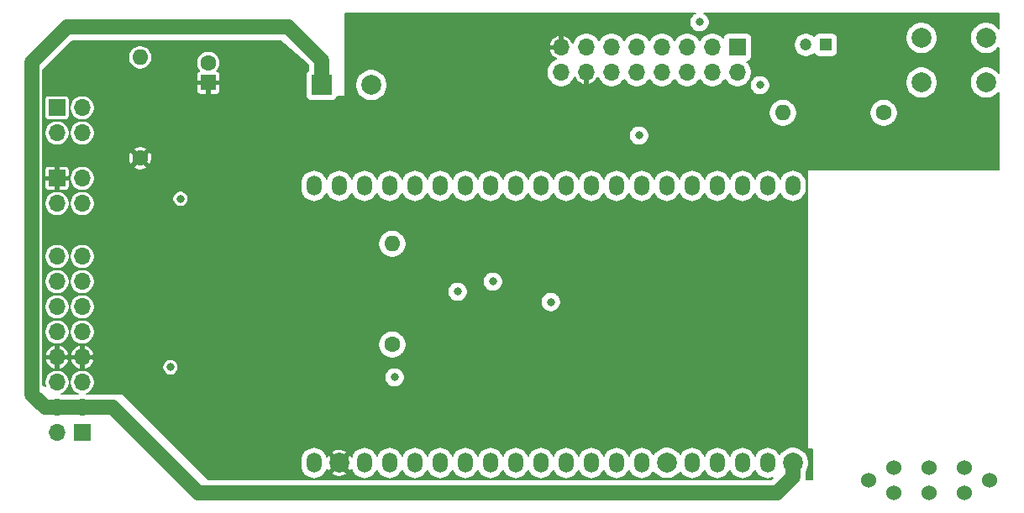
<source format=gbr>
G04 #@! TF.GenerationSoftware,KiCad,Pcbnew,(5.1.5)-3*
G04 #@! TF.CreationDate,2020-01-27T11:44:28-05:00*
G04 #@! TF.ProjectId,Main Board,4d61696e-2042-46f6-9172-642e6b696361,rev?*
G04 #@! TF.SameCoordinates,Original*
G04 #@! TF.FileFunction,Copper,L2,Inr*
G04 #@! TF.FilePolarity,Positive*
%FSLAX46Y46*%
G04 Gerber Fmt 4.6, Leading zero omitted, Abs format (unit mm)*
G04 Created by KiCad (PCBNEW (5.1.5)-3) date 2020-01-27 11:44:28*
%MOMM*%
%LPD*%
G04 APERTURE LIST*
%ADD10C,2.000000*%
%ADD11O,1.500000X2.000000*%
%ADD12C,1.524000*%
%ADD13O,1.700000X1.700000*%
%ADD14R,1.700000X1.700000*%
%ADD15R,1.200000X1.200000*%
%ADD16C,1.200000*%
%ADD17R,2.000000X2.000000*%
%ADD18R,1.600000X1.600000*%
%ADD19C,1.600000*%
%ADD20O,1.600000X1.600000*%
%ADD21C,0.800000*%
%ADD22C,1.500000*%
%ADD23C,0.200000*%
G04 APERTURE END LIST*
D10*
X154178000Y-86868000D03*
D11*
X154178000Y-58928000D03*
X151638000Y-86868000D03*
X151638000Y-58928000D03*
X149098000Y-86868000D03*
X149098000Y-58928000D03*
X146558000Y-86868000D03*
X146558000Y-58928000D03*
X144018000Y-86868000D03*
X144018000Y-58928000D03*
D10*
X141478000Y-86868000D03*
D11*
X141478000Y-58928000D03*
X138938000Y-86868000D03*
X138938000Y-58928000D03*
X136398000Y-86868000D03*
X136398000Y-58928000D03*
X133858000Y-86868000D03*
X133858000Y-58928000D03*
X131318000Y-86868000D03*
X131318000Y-58928000D03*
X128778000Y-86868000D03*
X128778000Y-58928000D03*
X126238000Y-86868000D03*
X126238000Y-58928000D03*
X123698000Y-86868000D03*
X123698000Y-58928000D03*
X121158000Y-86868000D03*
X121158000Y-58928000D03*
X118618000Y-86868000D03*
X118618000Y-58928000D03*
X116078000Y-86868000D03*
X116078000Y-58928000D03*
X113538000Y-86868000D03*
X113538000Y-58928000D03*
X110998000Y-86868000D03*
X110998000Y-58928000D03*
D10*
X108458000Y-86868000D03*
D11*
X108458000Y-58928000D03*
X105918000Y-86868000D03*
X105918000Y-58928000D03*
D12*
X164338000Y-89916000D03*
X167894000Y-89916000D03*
X171450000Y-89916000D03*
X164338000Y-87376000D03*
X171450000Y-87376000D03*
X167894000Y-87376000D03*
X161798000Y-88646000D03*
X173990000Y-88646000D03*
D13*
X130810000Y-47498000D03*
X130810000Y-44958000D03*
X133350000Y-47498000D03*
X133350000Y-44958000D03*
X135890000Y-47498000D03*
X135890000Y-44958000D03*
X138430000Y-47498000D03*
X138430000Y-44958000D03*
X140970000Y-47498000D03*
X140970000Y-44958000D03*
X143510000Y-47498000D03*
X143510000Y-44958000D03*
X146050000Y-47498000D03*
X146050000Y-44958000D03*
X148590000Y-47498000D03*
D14*
X148590000Y-44958000D03*
X82550000Y-83820000D03*
D13*
X80010000Y-83820000D03*
X82550000Y-81280000D03*
X80010000Y-81280000D03*
X82550000Y-78740000D03*
X80010000Y-78740000D03*
X82550000Y-76200000D03*
X80010000Y-76200000D03*
X82550000Y-73660000D03*
X80010000Y-73660000D03*
X82550000Y-71120000D03*
X80010000Y-71120000D03*
X82550000Y-68580000D03*
X80010000Y-68580000D03*
X82550000Y-66040000D03*
X80010000Y-66040000D03*
D15*
X157480000Y-44704000D03*
D16*
X155480000Y-44704000D03*
D17*
X106680000Y-48768000D03*
D10*
X111680000Y-48768000D03*
D18*
X95250000Y-48514000D03*
D19*
X95250000Y-46514000D03*
D14*
X80010000Y-51054000D03*
D13*
X82550000Y-51054000D03*
X80010000Y-53594000D03*
X82550000Y-53594000D03*
X82550000Y-60706000D03*
X80010000Y-60706000D03*
X82550000Y-58166000D03*
D14*
X80010000Y-58166000D03*
D19*
X163322000Y-51562000D03*
D20*
X153162000Y-51562000D03*
X88392000Y-45974000D03*
D19*
X88392000Y-56134000D03*
X113792000Y-74930000D03*
D20*
X113792000Y-64770000D03*
D10*
X167132000Y-44014000D03*
X167132000Y-48514000D03*
X173632000Y-44014000D03*
X173632000Y-48514000D03*
D21*
X120396000Y-69596012D03*
X129793996Y-70648990D03*
X123952000Y-68580000D03*
X114046000Y-78232000D03*
X92456000Y-60234990D03*
X150876000Y-48768000D03*
X144780000Y-42418000D03*
X91440000Y-77216000D03*
X138684000Y-53848000D03*
D22*
X82550000Y-81280000D02*
X80010000Y-81280000D01*
X106680000Y-46268000D02*
X106680000Y-48768000D01*
X78807919Y-81280000D02*
X77470000Y-79942081D01*
X80010000Y-81280000D02*
X78807919Y-81280000D01*
X77470000Y-79942081D02*
X77470000Y-46482000D01*
X103338000Y-42926000D02*
X106680000Y-46268000D01*
X77470000Y-46482000D02*
X81026000Y-42926000D01*
X81026000Y-42926000D02*
X103338000Y-42926000D01*
X82550000Y-81280000D02*
X85598000Y-81280000D01*
X85598000Y-81280000D02*
X94234000Y-89916000D01*
X154178000Y-88282213D02*
X154178000Y-86868000D01*
X152544213Y-89916000D02*
X154178000Y-88282213D01*
X94234000Y-89916000D02*
X152544213Y-89916000D01*
D23*
G36*
X101499427Y-88546000D02*
G01*
X95291422Y-88546000D01*
X86684711Y-79939289D01*
X86669557Y-79926853D01*
X86652268Y-79917612D01*
X86633509Y-79911921D01*
X86614000Y-79910000D01*
X82991776Y-79910000D01*
X83142097Y-79847735D01*
X83346828Y-79710938D01*
X83520938Y-79536828D01*
X83657735Y-79332097D01*
X83751963Y-79104611D01*
X83800000Y-78863114D01*
X83800000Y-78616886D01*
X83751963Y-78375389D01*
X83657735Y-78147903D01*
X83520938Y-77943172D01*
X83346828Y-77769062D01*
X83142097Y-77632265D01*
X82914611Y-77538037D01*
X82673114Y-77490000D01*
X82426886Y-77490000D01*
X82185389Y-77538037D01*
X81957903Y-77632265D01*
X81753172Y-77769062D01*
X81579062Y-77943172D01*
X81442265Y-78147903D01*
X81348037Y-78375389D01*
X81300000Y-78616886D01*
X81300000Y-78863114D01*
X81348037Y-79104611D01*
X81442265Y-79332097D01*
X81579062Y-79536828D01*
X81753172Y-79710938D01*
X81957903Y-79847735D01*
X82108224Y-79910000D01*
X80451776Y-79910000D01*
X80602097Y-79847735D01*
X80806828Y-79710938D01*
X80980938Y-79536828D01*
X81117735Y-79332097D01*
X81211963Y-79104611D01*
X81260000Y-78863114D01*
X81260000Y-78616886D01*
X81211963Y-78375389D01*
X81117735Y-78147903D01*
X80980938Y-77943172D01*
X80806828Y-77769062D01*
X80602097Y-77632265D01*
X80374611Y-77538037D01*
X80133114Y-77490000D01*
X79886886Y-77490000D01*
X79645389Y-77538037D01*
X79417903Y-77632265D01*
X79213172Y-77769062D01*
X79039062Y-77943172D01*
X78902265Y-78147903D01*
X78808037Y-78375389D01*
X78760000Y-78616886D01*
X78760000Y-78863114D01*
X78808037Y-79104611D01*
X78819780Y-79132961D01*
X78620000Y-78973137D01*
X78620000Y-76546157D01*
X78808886Y-76546157D01*
X78818990Y-76579487D01*
X78915909Y-76804550D01*
X79054873Y-77006380D01*
X79230542Y-77177222D01*
X79436166Y-77310510D01*
X79663842Y-77401121D01*
X79856000Y-77340484D01*
X79856000Y-76354000D01*
X80164000Y-76354000D01*
X80164000Y-77340484D01*
X80356158Y-77401121D01*
X80583834Y-77310510D01*
X80789458Y-77177222D01*
X80965127Y-77006380D01*
X81104091Y-76804550D01*
X81201010Y-76579487D01*
X81211114Y-76546157D01*
X81348886Y-76546157D01*
X81358990Y-76579487D01*
X81455909Y-76804550D01*
X81594873Y-77006380D01*
X81770542Y-77177222D01*
X81976166Y-77310510D01*
X82203842Y-77401121D01*
X82396000Y-77340484D01*
X82396000Y-76354000D01*
X82704000Y-76354000D01*
X82704000Y-77340484D01*
X82896158Y-77401121D01*
X83123834Y-77310510D01*
X83329458Y-77177222D01*
X83370603Y-77137207D01*
X90640000Y-77137207D01*
X90640000Y-77294793D01*
X90670743Y-77449351D01*
X90731049Y-77594942D01*
X90818599Y-77725970D01*
X90930030Y-77837401D01*
X91061058Y-77924951D01*
X91206649Y-77985257D01*
X91361207Y-78016000D01*
X91518793Y-78016000D01*
X91673351Y-77985257D01*
X91818942Y-77924951D01*
X91949970Y-77837401D01*
X92061401Y-77725970D01*
X92148951Y-77594942D01*
X92209257Y-77449351D01*
X92240000Y-77294793D01*
X92240000Y-77137207D01*
X92209257Y-76982649D01*
X92148951Y-76837058D01*
X92061401Y-76706030D01*
X91949970Y-76594599D01*
X91818942Y-76507049D01*
X91673351Y-76446743D01*
X91518793Y-76416000D01*
X91361207Y-76416000D01*
X91206649Y-76446743D01*
X91061058Y-76507049D01*
X90930030Y-76594599D01*
X90818599Y-76706030D01*
X90731049Y-76837058D01*
X90670743Y-76982649D01*
X90640000Y-77137207D01*
X83370603Y-77137207D01*
X83505127Y-77006380D01*
X83644091Y-76804550D01*
X83741010Y-76579487D01*
X83751114Y-76546157D01*
X83689642Y-76354000D01*
X82704000Y-76354000D01*
X82396000Y-76354000D01*
X81410358Y-76354000D01*
X81348886Y-76546157D01*
X81211114Y-76546157D01*
X81149642Y-76354000D01*
X80164000Y-76354000D01*
X79856000Y-76354000D01*
X78870358Y-76354000D01*
X78808886Y-76546157D01*
X78620000Y-76546157D01*
X78620000Y-75853843D01*
X78808886Y-75853843D01*
X78870358Y-76046000D01*
X79856000Y-76046000D01*
X79856000Y-75059516D01*
X80164000Y-75059516D01*
X80164000Y-76046000D01*
X81149642Y-76046000D01*
X81211114Y-75853843D01*
X81348886Y-75853843D01*
X81410358Y-76046000D01*
X82396000Y-76046000D01*
X82396000Y-75059516D01*
X82704000Y-75059516D01*
X82704000Y-76046000D01*
X83689642Y-76046000D01*
X83751114Y-75853843D01*
X83741010Y-75820513D01*
X83644091Y-75595450D01*
X83505127Y-75393620D01*
X83329458Y-75222778D01*
X83123834Y-75089490D01*
X82896158Y-74998879D01*
X82704000Y-75059516D01*
X82396000Y-75059516D01*
X82203842Y-74998879D01*
X81976166Y-75089490D01*
X81770542Y-75222778D01*
X81594873Y-75393620D01*
X81455909Y-75595450D01*
X81358990Y-75820513D01*
X81348886Y-75853843D01*
X81211114Y-75853843D01*
X81201010Y-75820513D01*
X81104091Y-75595450D01*
X80965127Y-75393620D01*
X80789458Y-75222778D01*
X80583834Y-75089490D01*
X80356158Y-74998879D01*
X80164000Y-75059516D01*
X79856000Y-75059516D01*
X79663842Y-74998879D01*
X79436166Y-75089490D01*
X79230542Y-75222778D01*
X79054873Y-75393620D01*
X78915909Y-75595450D01*
X78818990Y-75820513D01*
X78808886Y-75853843D01*
X78620000Y-75853843D01*
X78620000Y-73536886D01*
X78760000Y-73536886D01*
X78760000Y-73783114D01*
X78808037Y-74024611D01*
X78902265Y-74252097D01*
X79039062Y-74456828D01*
X79213172Y-74630938D01*
X79417903Y-74767735D01*
X79645389Y-74861963D01*
X79886886Y-74910000D01*
X80133114Y-74910000D01*
X80374611Y-74861963D01*
X80602097Y-74767735D01*
X80806828Y-74630938D01*
X80980938Y-74456828D01*
X81117735Y-74252097D01*
X81211963Y-74024611D01*
X81260000Y-73783114D01*
X81260000Y-73536886D01*
X81300000Y-73536886D01*
X81300000Y-73783114D01*
X81348037Y-74024611D01*
X81442265Y-74252097D01*
X81579062Y-74456828D01*
X81753172Y-74630938D01*
X81957903Y-74767735D01*
X82185389Y-74861963D01*
X82426886Y-74910000D01*
X82673114Y-74910000D01*
X82914611Y-74861963D01*
X83142097Y-74767735D01*
X83346828Y-74630938D01*
X83520938Y-74456828D01*
X83657735Y-74252097D01*
X83751963Y-74024611D01*
X83800000Y-73783114D01*
X83800000Y-73536886D01*
X83751963Y-73295389D01*
X83657735Y-73067903D01*
X83520938Y-72863172D01*
X83346828Y-72689062D01*
X83142097Y-72552265D01*
X82914611Y-72458037D01*
X82673114Y-72410000D01*
X82426886Y-72410000D01*
X82185389Y-72458037D01*
X81957903Y-72552265D01*
X81753172Y-72689062D01*
X81579062Y-72863172D01*
X81442265Y-73067903D01*
X81348037Y-73295389D01*
X81300000Y-73536886D01*
X81260000Y-73536886D01*
X81211963Y-73295389D01*
X81117735Y-73067903D01*
X80980938Y-72863172D01*
X80806828Y-72689062D01*
X80602097Y-72552265D01*
X80374611Y-72458037D01*
X80133114Y-72410000D01*
X79886886Y-72410000D01*
X79645389Y-72458037D01*
X79417903Y-72552265D01*
X79213172Y-72689062D01*
X79039062Y-72863172D01*
X78902265Y-73067903D01*
X78808037Y-73295389D01*
X78760000Y-73536886D01*
X78620000Y-73536886D01*
X78620000Y-70996886D01*
X78760000Y-70996886D01*
X78760000Y-71243114D01*
X78808037Y-71484611D01*
X78902265Y-71712097D01*
X79039062Y-71916828D01*
X79213172Y-72090938D01*
X79417903Y-72227735D01*
X79645389Y-72321963D01*
X79886886Y-72370000D01*
X80133114Y-72370000D01*
X80374611Y-72321963D01*
X80602097Y-72227735D01*
X80806828Y-72090938D01*
X80980938Y-71916828D01*
X81117735Y-71712097D01*
X81211963Y-71484611D01*
X81260000Y-71243114D01*
X81260000Y-70996886D01*
X81300000Y-70996886D01*
X81300000Y-71243114D01*
X81348037Y-71484611D01*
X81442265Y-71712097D01*
X81579062Y-71916828D01*
X81753172Y-72090938D01*
X81957903Y-72227735D01*
X82185389Y-72321963D01*
X82426886Y-72370000D01*
X82673114Y-72370000D01*
X82914611Y-72321963D01*
X83142097Y-72227735D01*
X83346828Y-72090938D01*
X83520938Y-71916828D01*
X83657735Y-71712097D01*
X83751963Y-71484611D01*
X83800000Y-71243114D01*
X83800000Y-70996886D01*
X83751963Y-70755389D01*
X83657735Y-70527903D01*
X83520938Y-70323172D01*
X83346828Y-70149062D01*
X83142097Y-70012265D01*
X82914611Y-69918037D01*
X82673114Y-69870000D01*
X82426886Y-69870000D01*
X82185389Y-69918037D01*
X81957903Y-70012265D01*
X81753172Y-70149062D01*
X81579062Y-70323172D01*
X81442265Y-70527903D01*
X81348037Y-70755389D01*
X81300000Y-70996886D01*
X81260000Y-70996886D01*
X81211963Y-70755389D01*
X81117735Y-70527903D01*
X80980938Y-70323172D01*
X80806828Y-70149062D01*
X80602097Y-70012265D01*
X80374611Y-69918037D01*
X80133114Y-69870000D01*
X79886886Y-69870000D01*
X79645389Y-69918037D01*
X79417903Y-70012265D01*
X79213172Y-70149062D01*
X79039062Y-70323172D01*
X78902265Y-70527903D01*
X78808037Y-70755389D01*
X78760000Y-70996886D01*
X78620000Y-70996886D01*
X78620000Y-68456886D01*
X78760000Y-68456886D01*
X78760000Y-68703114D01*
X78808037Y-68944611D01*
X78902265Y-69172097D01*
X79039062Y-69376828D01*
X79213172Y-69550938D01*
X79417903Y-69687735D01*
X79645389Y-69781963D01*
X79886886Y-69830000D01*
X80133114Y-69830000D01*
X80374611Y-69781963D01*
X80602097Y-69687735D01*
X80806828Y-69550938D01*
X80980938Y-69376828D01*
X81117735Y-69172097D01*
X81211963Y-68944611D01*
X81260000Y-68703114D01*
X81260000Y-68456886D01*
X81300000Y-68456886D01*
X81300000Y-68703114D01*
X81348037Y-68944611D01*
X81442265Y-69172097D01*
X81579062Y-69376828D01*
X81753172Y-69550938D01*
X81957903Y-69687735D01*
X82185389Y-69781963D01*
X82426886Y-69830000D01*
X82673114Y-69830000D01*
X82914611Y-69781963D01*
X83142097Y-69687735D01*
X83346828Y-69550938D01*
X83520938Y-69376828D01*
X83657735Y-69172097D01*
X83751963Y-68944611D01*
X83800000Y-68703114D01*
X83800000Y-68456886D01*
X83751963Y-68215389D01*
X83657735Y-67987903D01*
X83520938Y-67783172D01*
X83346828Y-67609062D01*
X83142097Y-67472265D01*
X82914611Y-67378037D01*
X82673114Y-67330000D01*
X82426886Y-67330000D01*
X82185389Y-67378037D01*
X81957903Y-67472265D01*
X81753172Y-67609062D01*
X81579062Y-67783172D01*
X81442265Y-67987903D01*
X81348037Y-68215389D01*
X81300000Y-68456886D01*
X81260000Y-68456886D01*
X81211963Y-68215389D01*
X81117735Y-67987903D01*
X80980938Y-67783172D01*
X80806828Y-67609062D01*
X80602097Y-67472265D01*
X80374611Y-67378037D01*
X80133114Y-67330000D01*
X79886886Y-67330000D01*
X79645389Y-67378037D01*
X79417903Y-67472265D01*
X79213172Y-67609062D01*
X79039062Y-67783172D01*
X78902265Y-67987903D01*
X78808037Y-68215389D01*
X78760000Y-68456886D01*
X78620000Y-68456886D01*
X78620000Y-65916886D01*
X78760000Y-65916886D01*
X78760000Y-66163114D01*
X78808037Y-66404611D01*
X78902265Y-66632097D01*
X79039062Y-66836828D01*
X79213172Y-67010938D01*
X79417903Y-67147735D01*
X79645389Y-67241963D01*
X79886886Y-67290000D01*
X80133114Y-67290000D01*
X80374611Y-67241963D01*
X80602097Y-67147735D01*
X80806828Y-67010938D01*
X80980938Y-66836828D01*
X81117735Y-66632097D01*
X81211963Y-66404611D01*
X81260000Y-66163114D01*
X81260000Y-65916886D01*
X81300000Y-65916886D01*
X81300000Y-66163114D01*
X81348037Y-66404611D01*
X81442265Y-66632097D01*
X81579062Y-66836828D01*
X81753172Y-67010938D01*
X81957903Y-67147735D01*
X82185389Y-67241963D01*
X82426886Y-67290000D01*
X82673114Y-67290000D01*
X82914611Y-67241963D01*
X83142097Y-67147735D01*
X83346828Y-67010938D01*
X83520938Y-66836828D01*
X83657735Y-66632097D01*
X83751963Y-66404611D01*
X83800000Y-66163114D01*
X83800000Y-65916886D01*
X83751963Y-65675389D01*
X83657735Y-65447903D01*
X83520938Y-65243172D01*
X83346828Y-65069062D01*
X83142097Y-64932265D01*
X82914611Y-64838037D01*
X82673114Y-64790000D01*
X82426886Y-64790000D01*
X82185389Y-64838037D01*
X81957903Y-64932265D01*
X81753172Y-65069062D01*
X81579062Y-65243172D01*
X81442265Y-65447903D01*
X81348037Y-65675389D01*
X81300000Y-65916886D01*
X81260000Y-65916886D01*
X81211963Y-65675389D01*
X81117735Y-65447903D01*
X80980938Y-65243172D01*
X80806828Y-65069062D01*
X80602097Y-64932265D01*
X80374611Y-64838037D01*
X80133114Y-64790000D01*
X79886886Y-64790000D01*
X79645389Y-64838037D01*
X79417903Y-64932265D01*
X79213172Y-65069062D01*
X79039062Y-65243172D01*
X78902265Y-65447903D01*
X78808037Y-65675389D01*
X78760000Y-65916886D01*
X78620000Y-65916886D01*
X78620000Y-60582886D01*
X78760000Y-60582886D01*
X78760000Y-60829114D01*
X78808037Y-61070611D01*
X78902265Y-61298097D01*
X79039062Y-61502828D01*
X79213172Y-61676938D01*
X79417903Y-61813735D01*
X79645389Y-61907963D01*
X79886886Y-61956000D01*
X80133114Y-61956000D01*
X80374611Y-61907963D01*
X80602097Y-61813735D01*
X80806828Y-61676938D01*
X80980938Y-61502828D01*
X81117735Y-61298097D01*
X81211963Y-61070611D01*
X81260000Y-60829114D01*
X81260000Y-60582886D01*
X81300000Y-60582886D01*
X81300000Y-60829114D01*
X81348037Y-61070611D01*
X81442265Y-61298097D01*
X81579062Y-61502828D01*
X81753172Y-61676938D01*
X81957903Y-61813735D01*
X82185389Y-61907963D01*
X82426886Y-61956000D01*
X82673114Y-61956000D01*
X82914611Y-61907963D01*
X83142097Y-61813735D01*
X83346828Y-61676938D01*
X83520938Y-61502828D01*
X83657735Y-61298097D01*
X83751963Y-61070611D01*
X83800000Y-60829114D01*
X83800000Y-60582886D01*
X83751963Y-60341389D01*
X83675254Y-60156197D01*
X91656000Y-60156197D01*
X91656000Y-60313783D01*
X91686743Y-60468341D01*
X91747049Y-60613932D01*
X91834599Y-60744960D01*
X91946030Y-60856391D01*
X92077058Y-60943941D01*
X92222649Y-61004247D01*
X92377207Y-61034990D01*
X92534793Y-61034990D01*
X92689351Y-61004247D01*
X92834942Y-60943941D01*
X92965970Y-60856391D01*
X93077401Y-60744960D01*
X93164951Y-60613932D01*
X93225257Y-60468341D01*
X93256000Y-60313783D01*
X93256000Y-60156197D01*
X93225257Y-60001639D01*
X93164951Y-59856048D01*
X93077401Y-59725020D01*
X92965970Y-59613589D01*
X92834942Y-59526039D01*
X92689351Y-59465733D01*
X92534793Y-59434990D01*
X92377207Y-59434990D01*
X92222649Y-59465733D01*
X92077058Y-59526039D01*
X91946030Y-59613589D01*
X91834599Y-59725020D01*
X91747049Y-59856048D01*
X91686743Y-60001639D01*
X91656000Y-60156197D01*
X83675254Y-60156197D01*
X83657735Y-60113903D01*
X83520938Y-59909172D01*
X83346828Y-59735062D01*
X83142097Y-59598265D01*
X82914611Y-59504037D01*
X82673114Y-59456000D01*
X82426886Y-59456000D01*
X82185389Y-59504037D01*
X81957903Y-59598265D01*
X81753172Y-59735062D01*
X81579062Y-59909172D01*
X81442265Y-60113903D01*
X81348037Y-60341389D01*
X81300000Y-60582886D01*
X81260000Y-60582886D01*
X81211963Y-60341389D01*
X81117735Y-60113903D01*
X80980938Y-59909172D01*
X80806828Y-59735062D01*
X80602097Y-59598265D01*
X80374611Y-59504037D01*
X80133114Y-59456000D01*
X79886886Y-59456000D01*
X79645389Y-59504037D01*
X79417903Y-59598265D01*
X79213172Y-59735062D01*
X79039062Y-59909172D01*
X78902265Y-60113903D01*
X78808037Y-60341389D01*
X78760000Y-60582886D01*
X78620000Y-60582886D01*
X78620000Y-59016000D01*
X78758065Y-59016000D01*
X78765788Y-59094414D01*
X78788660Y-59169814D01*
X78825803Y-59239303D01*
X78875789Y-59300211D01*
X78936697Y-59350197D01*
X79006186Y-59387340D01*
X79081586Y-59410212D01*
X79160000Y-59417935D01*
X79756000Y-59416000D01*
X79856000Y-59316000D01*
X79856000Y-58320000D01*
X80164000Y-58320000D01*
X80164000Y-59316000D01*
X80264000Y-59416000D01*
X80860000Y-59417935D01*
X80938414Y-59410212D01*
X81013814Y-59387340D01*
X81083303Y-59350197D01*
X81144211Y-59300211D01*
X81194197Y-59239303D01*
X81231340Y-59169814D01*
X81254212Y-59094414D01*
X81261935Y-59016000D01*
X81260000Y-58420000D01*
X81160000Y-58320000D01*
X80164000Y-58320000D01*
X79856000Y-58320000D01*
X78860000Y-58320000D01*
X78760000Y-58420000D01*
X78758065Y-59016000D01*
X78620000Y-59016000D01*
X78620000Y-58042886D01*
X81300000Y-58042886D01*
X81300000Y-58289114D01*
X81348037Y-58530611D01*
X81442265Y-58758097D01*
X81579062Y-58962828D01*
X81753172Y-59136938D01*
X81957903Y-59273735D01*
X82185389Y-59367963D01*
X82426886Y-59416000D01*
X82673114Y-59416000D01*
X82914611Y-59367963D01*
X83142097Y-59273735D01*
X83346828Y-59136938D01*
X83520938Y-58962828D01*
X83657735Y-58758097D01*
X83751963Y-58530611D01*
X83800000Y-58289114D01*
X83800000Y-58042886D01*
X83751963Y-57801389D01*
X83657735Y-57573903D01*
X83520938Y-57369172D01*
X83346828Y-57195062D01*
X83142097Y-57058265D01*
X83042953Y-57017198D01*
X87726591Y-57017198D01*
X87813638Y-57192047D01*
X88031166Y-57284550D01*
X88262561Y-57332838D01*
X88498929Y-57335056D01*
X88731189Y-57291117D01*
X88950414Y-57202711D01*
X88970362Y-57192047D01*
X89057409Y-57017198D01*
X88392000Y-56351789D01*
X87726591Y-57017198D01*
X83042953Y-57017198D01*
X82914611Y-56964037D01*
X82673114Y-56916000D01*
X82426886Y-56916000D01*
X82185389Y-56964037D01*
X81957903Y-57058265D01*
X81753172Y-57195062D01*
X81579062Y-57369172D01*
X81442265Y-57573903D01*
X81348037Y-57801389D01*
X81300000Y-58042886D01*
X78620000Y-58042886D01*
X78620000Y-57316000D01*
X78758065Y-57316000D01*
X78760000Y-57912000D01*
X78860000Y-58012000D01*
X79856000Y-58012000D01*
X79856000Y-57016000D01*
X80164000Y-57016000D01*
X80164000Y-58012000D01*
X81160000Y-58012000D01*
X81260000Y-57912000D01*
X81261935Y-57316000D01*
X81254212Y-57237586D01*
X81231340Y-57162186D01*
X81194197Y-57092697D01*
X81144211Y-57031789D01*
X81083303Y-56981803D01*
X81013814Y-56944660D01*
X80938414Y-56921788D01*
X80860000Y-56914065D01*
X80264000Y-56916000D01*
X80164000Y-57016000D01*
X79856000Y-57016000D01*
X79756000Y-56916000D01*
X79160000Y-56914065D01*
X79081586Y-56921788D01*
X79006186Y-56944660D01*
X78936697Y-56981803D01*
X78875789Y-57031789D01*
X78825803Y-57092697D01*
X78788660Y-57162186D01*
X78765788Y-57237586D01*
X78758065Y-57316000D01*
X78620000Y-57316000D01*
X78620000Y-56240929D01*
X87190944Y-56240929D01*
X87234883Y-56473189D01*
X87323289Y-56692414D01*
X87333953Y-56712362D01*
X87508802Y-56799409D01*
X88174211Y-56134000D01*
X88609789Y-56134000D01*
X89275198Y-56799409D01*
X89450047Y-56712362D01*
X89542550Y-56494834D01*
X89590838Y-56263439D01*
X89593056Y-56027071D01*
X89549117Y-55794811D01*
X89460711Y-55575586D01*
X89450047Y-55555638D01*
X89275198Y-55468591D01*
X88609789Y-56134000D01*
X88174211Y-56134000D01*
X87508802Y-55468591D01*
X87333953Y-55555638D01*
X87241450Y-55773166D01*
X87193162Y-56004561D01*
X87190944Y-56240929D01*
X78620000Y-56240929D01*
X78620000Y-55250802D01*
X87726591Y-55250802D01*
X88392000Y-55916211D01*
X89057409Y-55250802D01*
X88970362Y-55075953D01*
X88752834Y-54983450D01*
X88521439Y-54935162D01*
X88285071Y-54932944D01*
X88052811Y-54976883D01*
X87833586Y-55065289D01*
X87813638Y-55075953D01*
X87726591Y-55250802D01*
X78620000Y-55250802D01*
X78620000Y-53470886D01*
X78760000Y-53470886D01*
X78760000Y-53717114D01*
X78808037Y-53958611D01*
X78902265Y-54186097D01*
X79039062Y-54390828D01*
X79213172Y-54564938D01*
X79417903Y-54701735D01*
X79645389Y-54795963D01*
X79886886Y-54844000D01*
X80133114Y-54844000D01*
X80374611Y-54795963D01*
X80602097Y-54701735D01*
X80806828Y-54564938D01*
X80980938Y-54390828D01*
X81117735Y-54186097D01*
X81211963Y-53958611D01*
X81260000Y-53717114D01*
X81260000Y-53470886D01*
X81300000Y-53470886D01*
X81300000Y-53717114D01*
X81348037Y-53958611D01*
X81442265Y-54186097D01*
X81579062Y-54390828D01*
X81753172Y-54564938D01*
X81957903Y-54701735D01*
X82185389Y-54795963D01*
X82426886Y-54844000D01*
X82673114Y-54844000D01*
X82914611Y-54795963D01*
X83142097Y-54701735D01*
X83346828Y-54564938D01*
X83520938Y-54390828D01*
X83657735Y-54186097D01*
X83751963Y-53958611D01*
X83800000Y-53717114D01*
X83800000Y-53470886D01*
X83751963Y-53229389D01*
X83657735Y-53001903D01*
X83520938Y-52797172D01*
X83346828Y-52623062D01*
X83142097Y-52486265D01*
X82914611Y-52392037D01*
X82673114Y-52344000D01*
X82426886Y-52344000D01*
X82185389Y-52392037D01*
X81957903Y-52486265D01*
X81753172Y-52623062D01*
X81579062Y-52797172D01*
X81442265Y-53001903D01*
X81348037Y-53229389D01*
X81300000Y-53470886D01*
X81260000Y-53470886D01*
X81211963Y-53229389D01*
X81117735Y-53001903D01*
X80980938Y-52797172D01*
X80806828Y-52623062D01*
X80602097Y-52486265D01*
X80374611Y-52392037D01*
X80133114Y-52344000D01*
X79886886Y-52344000D01*
X79645389Y-52392037D01*
X79417903Y-52486265D01*
X79213172Y-52623062D01*
X79039062Y-52797172D01*
X78902265Y-53001903D01*
X78808037Y-53229389D01*
X78760000Y-53470886D01*
X78620000Y-53470886D01*
X78620000Y-50204000D01*
X78758065Y-50204000D01*
X78758065Y-51904000D01*
X78765788Y-51982414D01*
X78788660Y-52057814D01*
X78825803Y-52127303D01*
X78875789Y-52188211D01*
X78936697Y-52238197D01*
X79006186Y-52275340D01*
X79081586Y-52298212D01*
X79160000Y-52305935D01*
X80860000Y-52305935D01*
X80938414Y-52298212D01*
X81013814Y-52275340D01*
X81083303Y-52238197D01*
X81144211Y-52188211D01*
X81194197Y-52127303D01*
X81231340Y-52057814D01*
X81254212Y-51982414D01*
X81261935Y-51904000D01*
X81261935Y-50930886D01*
X81300000Y-50930886D01*
X81300000Y-51177114D01*
X81348037Y-51418611D01*
X81442265Y-51646097D01*
X81579062Y-51850828D01*
X81753172Y-52024938D01*
X81957903Y-52161735D01*
X82185389Y-52255963D01*
X82426886Y-52304000D01*
X82673114Y-52304000D01*
X82914611Y-52255963D01*
X83142097Y-52161735D01*
X83346828Y-52024938D01*
X83520938Y-51850828D01*
X83657735Y-51646097D01*
X83751963Y-51418611D01*
X83800000Y-51177114D01*
X83800000Y-50930886D01*
X83751963Y-50689389D01*
X83657735Y-50461903D01*
X83520938Y-50257172D01*
X83346828Y-50083062D01*
X83142097Y-49946265D01*
X82914611Y-49852037D01*
X82673114Y-49804000D01*
X82426886Y-49804000D01*
X82185389Y-49852037D01*
X81957903Y-49946265D01*
X81753172Y-50083062D01*
X81579062Y-50257172D01*
X81442265Y-50461903D01*
X81348037Y-50689389D01*
X81300000Y-50930886D01*
X81261935Y-50930886D01*
X81261935Y-50204000D01*
X81254212Y-50125586D01*
X81231340Y-50050186D01*
X81194197Y-49980697D01*
X81144211Y-49919789D01*
X81083303Y-49869803D01*
X81013814Y-49832660D01*
X80938414Y-49809788D01*
X80860000Y-49802065D01*
X79160000Y-49802065D01*
X79081586Y-49809788D01*
X79006186Y-49832660D01*
X78936697Y-49869803D01*
X78875789Y-49919789D01*
X78825803Y-49980697D01*
X78788660Y-50050186D01*
X78765788Y-50125586D01*
X78758065Y-50204000D01*
X78620000Y-50204000D01*
X78620000Y-49314000D01*
X94048065Y-49314000D01*
X94055788Y-49392414D01*
X94078660Y-49467814D01*
X94115803Y-49537303D01*
X94165789Y-49598211D01*
X94226697Y-49648197D01*
X94296186Y-49685340D01*
X94371586Y-49708212D01*
X94450000Y-49715935D01*
X94996000Y-49714000D01*
X95096000Y-49614000D01*
X95096000Y-48668000D01*
X95404000Y-48668000D01*
X95404000Y-49614000D01*
X95504000Y-49714000D01*
X96050000Y-49715935D01*
X96128414Y-49708212D01*
X96203814Y-49685340D01*
X96273303Y-49648197D01*
X96334211Y-49598211D01*
X96384197Y-49537303D01*
X96421340Y-49467814D01*
X96444212Y-49392414D01*
X96451935Y-49314000D01*
X96450000Y-48768000D01*
X96350000Y-48668000D01*
X95404000Y-48668000D01*
X95096000Y-48668000D01*
X94150000Y-48668000D01*
X94050000Y-48768000D01*
X94048065Y-49314000D01*
X78620000Y-49314000D01*
X78620000Y-47714000D01*
X94048065Y-47714000D01*
X94050000Y-48260000D01*
X94150000Y-48360000D01*
X95096000Y-48360000D01*
X95096000Y-48340000D01*
X95404000Y-48340000D01*
X95404000Y-48360000D01*
X96350000Y-48360000D01*
X96450000Y-48260000D01*
X96451935Y-47714000D01*
X96444212Y-47635586D01*
X96421340Y-47560186D01*
X96384197Y-47490697D01*
X96334211Y-47429789D01*
X96273303Y-47379803D01*
X96203814Y-47342660D01*
X96138276Y-47322780D01*
X96182101Y-47278955D01*
X96313426Y-47082413D01*
X96403884Y-46864027D01*
X96450000Y-46632190D01*
X96450000Y-46395810D01*
X96403884Y-46163973D01*
X96313426Y-45945587D01*
X96182101Y-45749045D01*
X96014955Y-45581899D01*
X95818413Y-45450574D01*
X95600027Y-45360116D01*
X95368190Y-45314000D01*
X95131810Y-45314000D01*
X94899973Y-45360116D01*
X94681587Y-45450574D01*
X94485045Y-45581899D01*
X94317899Y-45749045D01*
X94186574Y-45945587D01*
X94096116Y-46163973D01*
X94050000Y-46395810D01*
X94050000Y-46632190D01*
X94096116Y-46864027D01*
X94186574Y-47082413D01*
X94317899Y-47278955D01*
X94361724Y-47322780D01*
X94296186Y-47342660D01*
X94226697Y-47379803D01*
X94165789Y-47429789D01*
X94115803Y-47490697D01*
X94078660Y-47560186D01*
X94055788Y-47635586D01*
X94048065Y-47714000D01*
X78620000Y-47714000D01*
X78620000Y-47251422D01*
X80015612Y-45855810D01*
X87192000Y-45855810D01*
X87192000Y-46092190D01*
X87238116Y-46324027D01*
X87328574Y-46542413D01*
X87459899Y-46738955D01*
X87627045Y-46906101D01*
X87823587Y-47037426D01*
X88041973Y-47127884D01*
X88273810Y-47174000D01*
X88510190Y-47174000D01*
X88742027Y-47127884D01*
X88960413Y-47037426D01*
X89156955Y-46906101D01*
X89324101Y-46738955D01*
X89455426Y-46542413D01*
X89545884Y-46324027D01*
X89592000Y-46092190D01*
X89592000Y-45855810D01*
X89545884Y-45623973D01*
X89455426Y-45405587D01*
X89324101Y-45209045D01*
X89156955Y-45041899D01*
X88960413Y-44910574D01*
X88742027Y-44820116D01*
X88510190Y-44774000D01*
X88273810Y-44774000D01*
X88041973Y-44820116D01*
X87823587Y-44910574D01*
X87627045Y-45041899D01*
X87459899Y-45209045D01*
X87328574Y-45405587D01*
X87238116Y-45623973D01*
X87192000Y-45855810D01*
X80015612Y-45855810D01*
X81575422Y-44296000D01*
X101246570Y-44296000D01*
X101499427Y-88546000D01*
G37*
X101499427Y-88546000D02*
X95291422Y-88546000D01*
X86684711Y-79939289D01*
X86669557Y-79926853D01*
X86652268Y-79917612D01*
X86633509Y-79911921D01*
X86614000Y-79910000D01*
X82991776Y-79910000D01*
X83142097Y-79847735D01*
X83346828Y-79710938D01*
X83520938Y-79536828D01*
X83657735Y-79332097D01*
X83751963Y-79104611D01*
X83800000Y-78863114D01*
X83800000Y-78616886D01*
X83751963Y-78375389D01*
X83657735Y-78147903D01*
X83520938Y-77943172D01*
X83346828Y-77769062D01*
X83142097Y-77632265D01*
X82914611Y-77538037D01*
X82673114Y-77490000D01*
X82426886Y-77490000D01*
X82185389Y-77538037D01*
X81957903Y-77632265D01*
X81753172Y-77769062D01*
X81579062Y-77943172D01*
X81442265Y-78147903D01*
X81348037Y-78375389D01*
X81300000Y-78616886D01*
X81300000Y-78863114D01*
X81348037Y-79104611D01*
X81442265Y-79332097D01*
X81579062Y-79536828D01*
X81753172Y-79710938D01*
X81957903Y-79847735D01*
X82108224Y-79910000D01*
X80451776Y-79910000D01*
X80602097Y-79847735D01*
X80806828Y-79710938D01*
X80980938Y-79536828D01*
X81117735Y-79332097D01*
X81211963Y-79104611D01*
X81260000Y-78863114D01*
X81260000Y-78616886D01*
X81211963Y-78375389D01*
X81117735Y-78147903D01*
X80980938Y-77943172D01*
X80806828Y-77769062D01*
X80602097Y-77632265D01*
X80374611Y-77538037D01*
X80133114Y-77490000D01*
X79886886Y-77490000D01*
X79645389Y-77538037D01*
X79417903Y-77632265D01*
X79213172Y-77769062D01*
X79039062Y-77943172D01*
X78902265Y-78147903D01*
X78808037Y-78375389D01*
X78760000Y-78616886D01*
X78760000Y-78863114D01*
X78808037Y-79104611D01*
X78819780Y-79132961D01*
X78620000Y-78973137D01*
X78620000Y-76546157D01*
X78808886Y-76546157D01*
X78818990Y-76579487D01*
X78915909Y-76804550D01*
X79054873Y-77006380D01*
X79230542Y-77177222D01*
X79436166Y-77310510D01*
X79663842Y-77401121D01*
X79856000Y-77340484D01*
X79856000Y-76354000D01*
X80164000Y-76354000D01*
X80164000Y-77340484D01*
X80356158Y-77401121D01*
X80583834Y-77310510D01*
X80789458Y-77177222D01*
X80965127Y-77006380D01*
X81104091Y-76804550D01*
X81201010Y-76579487D01*
X81211114Y-76546157D01*
X81348886Y-76546157D01*
X81358990Y-76579487D01*
X81455909Y-76804550D01*
X81594873Y-77006380D01*
X81770542Y-77177222D01*
X81976166Y-77310510D01*
X82203842Y-77401121D01*
X82396000Y-77340484D01*
X82396000Y-76354000D01*
X82704000Y-76354000D01*
X82704000Y-77340484D01*
X82896158Y-77401121D01*
X83123834Y-77310510D01*
X83329458Y-77177222D01*
X83370603Y-77137207D01*
X90640000Y-77137207D01*
X90640000Y-77294793D01*
X90670743Y-77449351D01*
X90731049Y-77594942D01*
X90818599Y-77725970D01*
X90930030Y-77837401D01*
X91061058Y-77924951D01*
X91206649Y-77985257D01*
X91361207Y-78016000D01*
X91518793Y-78016000D01*
X91673351Y-77985257D01*
X91818942Y-77924951D01*
X91949970Y-77837401D01*
X92061401Y-77725970D01*
X92148951Y-77594942D01*
X92209257Y-77449351D01*
X92240000Y-77294793D01*
X92240000Y-77137207D01*
X92209257Y-76982649D01*
X92148951Y-76837058D01*
X92061401Y-76706030D01*
X91949970Y-76594599D01*
X91818942Y-76507049D01*
X91673351Y-76446743D01*
X91518793Y-76416000D01*
X91361207Y-76416000D01*
X91206649Y-76446743D01*
X91061058Y-76507049D01*
X90930030Y-76594599D01*
X90818599Y-76706030D01*
X90731049Y-76837058D01*
X90670743Y-76982649D01*
X90640000Y-77137207D01*
X83370603Y-77137207D01*
X83505127Y-77006380D01*
X83644091Y-76804550D01*
X83741010Y-76579487D01*
X83751114Y-76546157D01*
X83689642Y-76354000D01*
X82704000Y-76354000D01*
X82396000Y-76354000D01*
X81410358Y-76354000D01*
X81348886Y-76546157D01*
X81211114Y-76546157D01*
X81149642Y-76354000D01*
X80164000Y-76354000D01*
X79856000Y-76354000D01*
X78870358Y-76354000D01*
X78808886Y-76546157D01*
X78620000Y-76546157D01*
X78620000Y-75853843D01*
X78808886Y-75853843D01*
X78870358Y-76046000D01*
X79856000Y-76046000D01*
X79856000Y-75059516D01*
X80164000Y-75059516D01*
X80164000Y-76046000D01*
X81149642Y-76046000D01*
X81211114Y-75853843D01*
X81348886Y-75853843D01*
X81410358Y-76046000D01*
X82396000Y-76046000D01*
X82396000Y-75059516D01*
X82704000Y-75059516D01*
X82704000Y-76046000D01*
X83689642Y-76046000D01*
X83751114Y-75853843D01*
X83741010Y-75820513D01*
X83644091Y-75595450D01*
X83505127Y-75393620D01*
X83329458Y-75222778D01*
X83123834Y-75089490D01*
X82896158Y-74998879D01*
X82704000Y-75059516D01*
X82396000Y-75059516D01*
X82203842Y-74998879D01*
X81976166Y-75089490D01*
X81770542Y-75222778D01*
X81594873Y-75393620D01*
X81455909Y-75595450D01*
X81358990Y-75820513D01*
X81348886Y-75853843D01*
X81211114Y-75853843D01*
X81201010Y-75820513D01*
X81104091Y-75595450D01*
X80965127Y-75393620D01*
X80789458Y-75222778D01*
X80583834Y-75089490D01*
X80356158Y-74998879D01*
X80164000Y-75059516D01*
X79856000Y-75059516D01*
X79663842Y-74998879D01*
X79436166Y-75089490D01*
X79230542Y-75222778D01*
X79054873Y-75393620D01*
X78915909Y-75595450D01*
X78818990Y-75820513D01*
X78808886Y-75853843D01*
X78620000Y-75853843D01*
X78620000Y-73536886D01*
X78760000Y-73536886D01*
X78760000Y-73783114D01*
X78808037Y-74024611D01*
X78902265Y-74252097D01*
X79039062Y-74456828D01*
X79213172Y-74630938D01*
X79417903Y-74767735D01*
X79645389Y-74861963D01*
X79886886Y-74910000D01*
X80133114Y-74910000D01*
X80374611Y-74861963D01*
X80602097Y-74767735D01*
X80806828Y-74630938D01*
X80980938Y-74456828D01*
X81117735Y-74252097D01*
X81211963Y-74024611D01*
X81260000Y-73783114D01*
X81260000Y-73536886D01*
X81300000Y-73536886D01*
X81300000Y-73783114D01*
X81348037Y-74024611D01*
X81442265Y-74252097D01*
X81579062Y-74456828D01*
X81753172Y-74630938D01*
X81957903Y-74767735D01*
X82185389Y-74861963D01*
X82426886Y-74910000D01*
X82673114Y-74910000D01*
X82914611Y-74861963D01*
X83142097Y-74767735D01*
X83346828Y-74630938D01*
X83520938Y-74456828D01*
X83657735Y-74252097D01*
X83751963Y-74024611D01*
X83800000Y-73783114D01*
X83800000Y-73536886D01*
X83751963Y-73295389D01*
X83657735Y-73067903D01*
X83520938Y-72863172D01*
X83346828Y-72689062D01*
X83142097Y-72552265D01*
X82914611Y-72458037D01*
X82673114Y-72410000D01*
X82426886Y-72410000D01*
X82185389Y-72458037D01*
X81957903Y-72552265D01*
X81753172Y-72689062D01*
X81579062Y-72863172D01*
X81442265Y-73067903D01*
X81348037Y-73295389D01*
X81300000Y-73536886D01*
X81260000Y-73536886D01*
X81211963Y-73295389D01*
X81117735Y-73067903D01*
X80980938Y-72863172D01*
X80806828Y-72689062D01*
X80602097Y-72552265D01*
X80374611Y-72458037D01*
X80133114Y-72410000D01*
X79886886Y-72410000D01*
X79645389Y-72458037D01*
X79417903Y-72552265D01*
X79213172Y-72689062D01*
X79039062Y-72863172D01*
X78902265Y-73067903D01*
X78808037Y-73295389D01*
X78760000Y-73536886D01*
X78620000Y-73536886D01*
X78620000Y-70996886D01*
X78760000Y-70996886D01*
X78760000Y-71243114D01*
X78808037Y-71484611D01*
X78902265Y-71712097D01*
X79039062Y-71916828D01*
X79213172Y-72090938D01*
X79417903Y-72227735D01*
X79645389Y-72321963D01*
X79886886Y-72370000D01*
X80133114Y-72370000D01*
X80374611Y-72321963D01*
X80602097Y-72227735D01*
X80806828Y-72090938D01*
X80980938Y-71916828D01*
X81117735Y-71712097D01*
X81211963Y-71484611D01*
X81260000Y-71243114D01*
X81260000Y-70996886D01*
X81300000Y-70996886D01*
X81300000Y-71243114D01*
X81348037Y-71484611D01*
X81442265Y-71712097D01*
X81579062Y-71916828D01*
X81753172Y-72090938D01*
X81957903Y-72227735D01*
X82185389Y-72321963D01*
X82426886Y-72370000D01*
X82673114Y-72370000D01*
X82914611Y-72321963D01*
X83142097Y-72227735D01*
X83346828Y-72090938D01*
X83520938Y-71916828D01*
X83657735Y-71712097D01*
X83751963Y-71484611D01*
X83800000Y-71243114D01*
X83800000Y-70996886D01*
X83751963Y-70755389D01*
X83657735Y-70527903D01*
X83520938Y-70323172D01*
X83346828Y-70149062D01*
X83142097Y-70012265D01*
X82914611Y-69918037D01*
X82673114Y-69870000D01*
X82426886Y-69870000D01*
X82185389Y-69918037D01*
X81957903Y-70012265D01*
X81753172Y-70149062D01*
X81579062Y-70323172D01*
X81442265Y-70527903D01*
X81348037Y-70755389D01*
X81300000Y-70996886D01*
X81260000Y-70996886D01*
X81211963Y-70755389D01*
X81117735Y-70527903D01*
X80980938Y-70323172D01*
X80806828Y-70149062D01*
X80602097Y-70012265D01*
X80374611Y-69918037D01*
X80133114Y-69870000D01*
X79886886Y-69870000D01*
X79645389Y-69918037D01*
X79417903Y-70012265D01*
X79213172Y-70149062D01*
X79039062Y-70323172D01*
X78902265Y-70527903D01*
X78808037Y-70755389D01*
X78760000Y-70996886D01*
X78620000Y-70996886D01*
X78620000Y-68456886D01*
X78760000Y-68456886D01*
X78760000Y-68703114D01*
X78808037Y-68944611D01*
X78902265Y-69172097D01*
X79039062Y-69376828D01*
X79213172Y-69550938D01*
X79417903Y-69687735D01*
X79645389Y-69781963D01*
X79886886Y-69830000D01*
X80133114Y-69830000D01*
X80374611Y-69781963D01*
X80602097Y-69687735D01*
X80806828Y-69550938D01*
X80980938Y-69376828D01*
X81117735Y-69172097D01*
X81211963Y-68944611D01*
X81260000Y-68703114D01*
X81260000Y-68456886D01*
X81300000Y-68456886D01*
X81300000Y-68703114D01*
X81348037Y-68944611D01*
X81442265Y-69172097D01*
X81579062Y-69376828D01*
X81753172Y-69550938D01*
X81957903Y-69687735D01*
X82185389Y-69781963D01*
X82426886Y-69830000D01*
X82673114Y-69830000D01*
X82914611Y-69781963D01*
X83142097Y-69687735D01*
X83346828Y-69550938D01*
X83520938Y-69376828D01*
X83657735Y-69172097D01*
X83751963Y-68944611D01*
X83800000Y-68703114D01*
X83800000Y-68456886D01*
X83751963Y-68215389D01*
X83657735Y-67987903D01*
X83520938Y-67783172D01*
X83346828Y-67609062D01*
X83142097Y-67472265D01*
X82914611Y-67378037D01*
X82673114Y-67330000D01*
X82426886Y-67330000D01*
X82185389Y-67378037D01*
X81957903Y-67472265D01*
X81753172Y-67609062D01*
X81579062Y-67783172D01*
X81442265Y-67987903D01*
X81348037Y-68215389D01*
X81300000Y-68456886D01*
X81260000Y-68456886D01*
X81211963Y-68215389D01*
X81117735Y-67987903D01*
X80980938Y-67783172D01*
X80806828Y-67609062D01*
X80602097Y-67472265D01*
X80374611Y-67378037D01*
X80133114Y-67330000D01*
X79886886Y-67330000D01*
X79645389Y-67378037D01*
X79417903Y-67472265D01*
X79213172Y-67609062D01*
X79039062Y-67783172D01*
X78902265Y-67987903D01*
X78808037Y-68215389D01*
X78760000Y-68456886D01*
X78620000Y-68456886D01*
X78620000Y-65916886D01*
X78760000Y-65916886D01*
X78760000Y-66163114D01*
X78808037Y-66404611D01*
X78902265Y-66632097D01*
X79039062Y-66836828D01*
X79213172Y-67010938D01*
X79417903Y-67147735D01*
X79645389Y-67241963D01*
X79886886Y-67290000D01*
X80133114Y-67290000D01*
X80374611Y-67241963D01*
X80602097Y-67147735D01*
X80806828Y-67010938D01*
X80980938Y-66836828D01*
X81117735Y-66632097D01*
X81211963Y-66404611D01*
X81260000Y-66163114D01*
X81260000Y-65916886D01*
X81300000Y-65916886D01*
X81300000Y-66163114D01*
X81348037Y-66404611D01*
X81442265Y-66632097D01*
X81579062Y-66836828D01*
X81753172Y-67010938D01*
X81957903Y-67147735D01*
X82185389Y-67241963D01*
X82426886Y-67290000D01*
X82673114Y-67290000D01*
X82914611Y-67241963D01*
X83142097Y-67147735D01*
X83346828Y-67010938D01*
X83520938Y-66836828D01*
X83657735Y-66632097D01*
X83751963Y-66404611D01*
X83800000Y-66163114D01*
X83800000Y-65916886D01*
X83751963Y-65675389D01*
X83657735Y-65447903D01*
X83520938Y-65243172D01*
X83346828Y-65069062D01*
X83142097Y-64932265D01*
X82914611Y-64838037D01*
X82673114Y-64790000D01*
X82426886Y-64790000D01*
X82185389Y-64838037D01*
X81957903Y-64932265D01*
X81753172Y-65069062D01*
X81579062Y-65243172D01*
X81442265Y-65447903D01*
X81348037Y-65675389D01*
X81300000Y-65916886D01*
X81260000Y-65916886D01*
X81211963Y-65675389D01*
X81117735Y-65447903D01*
X80980938Y-65243172D01*
X80806828Y-65069062D01*
X80602097Y-64932265D01*
X80374611Y-64838037D01*
X80133114Y-64790000D01*
X79886886Y-64790000D01*
X79645389Y-64838037D01*
X79417903Y-64932265D01*
X79213172Y-65069062D01*
X79039062Y-65243172D01*
X78902265Y-65447903D01*
X78808037Y-65675389D01*
X78760000Y-65916886D01*
X78620000Y-65916886D01*
X78620000Y-60582886D01*
X78760000Y-60582886D01*
X78760000Y-60829114D01*
X78808037Y-61070611D01*
X78902265Y-61298097D01*
X79039062Y-61502828D01*
X79213172Y-61676938D01*
X79417903Y-61813735D01*
X79645389Y-61907963D01*
X79886886Y-61956000D01*
X80133114Y-61956000D01*
X80374611Y-61907963D01*
X80602097Y-61813735D01*
X80806828Y-61676938D01*
X80980938Y-61502828D01*
X81117735Y-61298097D01*
X81211963Y-61070611D01*
X81260000Y-60829114D01*
X81260000Y-60582886D01*
X81300000Y-60582886D01*
X81300000Y-60829114D01*
X81348037Y-61070611D01*
X81442265Y-61298097D01*
X81579062Y-61502828D01*
X81753172Y-61676938D01*
X81957903Y-61813735D01*
X82185389Y-61907963D01*
X82426886Y-61956000D01*
X82673114Y-61956000D01*
X82914611Y-61907963D01*
X83142097Y-61813735D01*
X83346828Y-61676938D01*
X83520938Y-61502828D01*
X83657735Y-61298097D01*
X83751963Y-61070611D01*
X83800000Y-60829114D01*
X83800000Y-60582886D01*
X83751963Y-60341389D01*
X83675254Y-60156197D01*
X91656000Y-60156197D01*
X91656000Y-60313783D01*
X91686743Y-60468341D01*
X91747049Y-60613932D01*
X91834599Y-60744960D01*
X91946030Y-60856391D01*
X92077058Y-60943941D01*
X92222649Y-61004247D01*
X92377207Y-61034990D01*
X92534793Y-61034990D01*
X92689351Y-61004247D01*
X92834942Y-60943941D01*
X92965970Y-60856391D01*
X93077401Y-60744960D01*
X93164951Y-60613932D01*
X93225257Y-60468341D01*
X93256000Y-60313783D01*
X93256000Y-60156197D01*
X93225257Y-60001639D01*
X93164951Y-59856048D01*
X93077401Y-59725020D01*
X92965970Y-59613589D01*
X92834942Y-59526039D01*
X92689351Y-59465733D01*
X92534793Y-59434990D01*
X92377207Y-59434990D01*
X92222649Y-59465733D01*
X92077058Y-59526039D01*
X91946030Y-59613589D01*
X91834599Y-59725020D01*
X91747049Y-59856048D01*
X91686743Y-60001639D01*
X91656000Y-60156197D01*
X83675254Y-60156197D01*
X83657735Y-60113903D01*
X83520938Y-59909172D01*
X83346828Y-59735062D01*
X83142097Y-59598265D01*
X82914611Y-59504037D01*
X82673114Y-59456000D01*
X82426886Y-59456000D01*
X82185389Y-59504037D01*
X81957903Y-59598265D01*
X81753172Y-59735062D01*
X81579062Y-59909172D01*
X81442265Y-60113903D01*
X81348037Y-60341389D01*
X81300000Y-60582886D01*
X81260000Y-60582886D01*
X81211963Y-60341389D01*
X81117735Y-60113903D01*
X80980938Y-59909172D01*
X80806828Y-59735062D01*
X80602097Y-59598265D01*
X80374611Y-59504037D01*
X80133114Y-59456000D01*
X79886886Y-59456000D01*
X79645389Y-59504037D01*
X79417903Y-59598265D01*
X79213172Y-59735062D01*
X79039062Y-59909172D01*
X78902265Y-60113903D01*
X78808037Y-60341389D01*
X78760000Y-60582886D01*
X78620000Y-60582886D01*
X78620000Y-59016000D01*
X78758065Y-59016000D01*
X78765788Y-59094414D01*
X78788660Y-59169814D01*
X78825803Y-59239303D01*
X78875789Y-59300211D01*
X78936697Y-59350197D01*
X79006186Y-59387340D01*
X79081586Y-59410212D01*
X79160000Y-59417935D01*
X79756000Y-59416000D01*
X79856000Y-59316000D01*
X79856000Y-58320000D01*
X80164000Y-58320000D01*
X80164000Y-59316000D01*
X80264000Y-59416000D01*
X80860000Y-59417935D01*
X80938414Y-59410212D01*
X81013814Y-59387340D01*
X81083303Y-59350197D01*
X81144211Y-59300211D01*
X81194197Y-59239303D01*
X81231340Y-59169814D01*
X81254212Y-59094414D01*
X81261935Y-59016000D01*
X81260000Y-58420000D01*
X81160000Y-58320000D01*
X80164000Y-58320000D01*
X79856000Y-58320000D01*
X78860000Y-58320000D01*
X78760000Y-58420000D01*
X78758065Y-59016000D01*
X78620000Y-59016000D01*
X78620000Y-58042886D01*
X81300000Y-58042886D01*
X81300000Y-58289114D01*
X81348037Y-58530611D01*
X81442265Y-58758097D01*
X81579062Y-58962828D01*
X81753172Y-59136938D01*
X81957903Y-59273735D01*
X82185389Y-59367963D01*
X82426886Y-59416000D01*
X82673114Y-59416000D01*
X82914611Y-59367963D01*
X83142097Y-59273735D01*
X83346828Y-59136938D01*
X83520938Y-58962828D01*
X83657735Y-58758097D01*
X83751963Y-58530611D01*
X83800000Y-58289114D01*
X83800000Y-58042886D01*
X83751963Y-57801389D01*
X83657735Y-57573903D01*
X83520938Y-57369172D01*
X83346828Y-57195062D01*
X83142097Y-57058265D01*
X83042953Y-57017198D01*
X87726591Y-57017198D01*
X87813638Y-57192047D01*
X88031166Y-57284550D01*
X88262561Y-57332838D01*
X88498929Y-57335056D01*
X88731189Y-57291117D01*
X88950414Y-57202711D01*
X88970362Y-57192047D01*
X89057409Y-57017198D01*
X88392000Y-56351789D01*
X87726591Y-57017198D01*
X83042953Y-57017198D01*
X82914611Y-56964037D01*
X82673114Y-56916000D01*
X82426886Y-56916000D01*
X82185389Y-56964037D01*
X81957903Y-57058265D01*
X81753172Y-57195062D01*
X81579062Y-57369172D01*
X81442265Y-57573903D01*
X81348037Y-57801389D01*
X81300000Y-58042886D01*
X78620000Y-58042886D01*
X78620000Y-57316000D01*
X78758065Y-57316000D01*
X78760000Y-57912000D01*
X78860000Y-58012000D01*
X79856000Y-58012000D01*
X79856000Y-57016000D01*
X80164000Y-57016000D01*
X80164000Y-58012000D01*
X81160000Y-58012000D01*
X81260000Y-57912000D01*
X81261935Y-57316000D01*
X81254212Y-57237586D01*
X81231340Y-57162186D01*
X81194197Y-57092697D01*
X81144211Y-57031789D01*
X81083303Y-56981803D01*
X81013814Y-56944660D01*
X80938414Y-56921788D01*
X80860000Y-56914065D01*
X80264000Y-56916000D01*
X80164000Y-57016000D01*
X79856000Y-57016000D01*
X79756000Y-56916000D01*
X79160000Y-56914065D01*
X79081586Y-56921788D01*
X79006186Y-56944660D01*
X78936697Y-56981803D01*
X78875789Y-57031789D01*
X78825803Y-57092697D01*
X78788660Y-57162186D01*
X78765788Y-57237586D01*
X78758065Y-57316000D01*
X78620000Y-57316000D01*
X78620000Y-56240929D01*
X87190944Y-56240929D01*
X87234883Y-56473189D01*
X87323289Y-56692414D01*
X87333953Y-56712362D01*
X87508802Y-56799409D01*
X88174211Y-56134000D01*
X88609789Y-56134000D01*
X89275198Y-56799409D01*
X89450047Y-56712362D01*
X89542550Y-56494834D01*
X89590838Y-56263439D01*
X89593056Y-56027071D01*
X89549117Y-55794811D01*
X89460711Y-55575586D01*
X89450047Y-55555638D01*
X89275198Y-55468591D01*
X88609789Y-56134000D01*
X88174211Y-56134000D01*
X87508802Y-55468591D01*
X87333953Y-55555638D01*
X87241450Y-55773166D01*
X87193162Y-56004561D01*
X87190944Y-56240929D01*
X78620000Y-56240929D01*
X78620000Y-55250802D01*
X87726591Y-55250802D01*
X88392000Y-55916211D01*
X89057409Y-55250802D01*
X88970362Y-55075953D01*
X88752834Y-54983450D01*
X88521439Y-54935162D01*
X88285071Y-54932944D01*
X88052811Y-54976883D01*
X87833586Y-55065289D01*
X87813638Y-55075953D01*
X87726591Y-55250802D01*
X78620000Y-55250802D01*
X78620000Y-53470886D01*
X78760000Y-53470886D01*
X78760000Y-53717114D01*
X78808037Y-53958611D01*
X78902265Y-54186097D01*
X79039062Y-54390828D01*
X79213172Y-54564938D01*
X79417903Y-54701735D01*
X79645389Y-54795963D01*
X79886886Y-54844000D01*
X80133114Y-54844000D01*
X80374611Y-54795963D01*
X80602097Y-54701735D01*
X80806828Y-54564938D01*
X80980938Y-54390828D01*
X81117735Y-54186097D01*
X81211963Y-53958611D01*
X81260000Y-53717114D01*
X81260000Y-53470886D01*
X81300000Y-53470886D01*
X81300000Y-53717114D01*
X81348037Y-53958611D01*
X81442265Y-54186097D01*
X81579062Y-54390828D01*
X81753172Y-54564938D01*
X81957903Y-54701735D01*
X82185389Y-54795963D01*
X82426886Y-54844000D01*
X82673114Y-54844000D01*
X82914611Y-54795963D01*
X83142097Y-54701735D01*
X83346828Y-54564938D01*
X83520938Y-54390828D01*
X83657735Y-54186097D01*
X83751963Y-53958611D01*
X83800000Y-53717114D01*
X83800000Y-53470886D01*
X83751963Y-53229389D01*
X83657735Y-53001903D01*
X83520938Y-52797172D01*
X83346828Y-52623062D01*
X83142097Y-52486265D01*
X82914611Y-52392037D01*
X82673114Y-52344000D01*
X82426886Y-52344000D01*
X82185389Y-52392037D01*
X81957903Y-52486265D01*
X81753172Y-52623062D01*
X81579062Y-52797172D01*
X81442265Y-53001903D01*
X81348037Y-53229389D01*
X81300000Y-53470886D01*
X81260000Y-53470886D01*
X81211963Y-53229389D01*
X81117735Y-53001903D01*
X80980938Y-52797172D01*
X80806828Y-52623062D01*
X80602097Y-52486265D01*
X80374611Y-52392037D01*
X80133114Y-52344000D01*
X79886886Y-52344000D01*
X79645389Y-52392037D01*
X79417903Y-52486265D01*
X79213172Y-52623062D01*
X79039062Y-52797172D01*
X78902265Y-53001903D01*
X78808037Y-53229389D01*
X78760000Y-53470886D01*
X78620000Y-53470886D01*
X78620000Y-50204000D01*
X78758065Y-50204000D01*
X78758065Y-51904000D01*
X78765788Y-51982414D01*
X78788660Y-52057814D01*
X78825803Y-52127303D01*
X78875789Y-52188211D01*
X78936697Y-52238197D01*
X79006186Y-52275340D01*
X79081586Y-52298212D01*
X79160000Y-52305935D01*
X80860000Y-52305935D01*
X80938414Y-52298212D01*
X81013814Y-52275340D01*
X81083303Y-52238197D01*
X81144211Y-52188211D01*
X81194197Y-52127303D01*
X81231340Y-52057814D01*
X81254212Y-51982414D01*
X81261935Y-51904000D01*
X81261935Y-50930886D01*
X81300000Y-50930886D01*
X81300000Y-51177114D01*
X81348037Y-51418611D01*
X81442265Y-51646097D01*
X81579062Y-51850828D01*
X81753172Y-52024938D01*
X81957903Y-52161735D01*
X82185389Y-52255963D01*
X82426886Y-52304000D01*
X82673114Y-52304000D01*
X82914611Y-52255963D01*
X83142097Y-52161735D01*
X83346828Y-52024938D01*
X83520938Y-51850828D01*
X83657735Y-51646097D01*
X83751963Y-51418611D01*
X83800000Y-51177114D01*
X83800000Y-50930886D01*
X83751963Y-50689389D01*
X83657735Y-50461903D01*
X83520938Y-50257172D01*
X83346828Y-50083062D01*
X83142097Y-49946265D01*
X82914611Y-49852037D01*
X82673114Y-49804000D01*
X82426886Y-49804000D01*
X82185389Y-49852037D01*
X81957903Y-49946265D01*
X81753172Y-50083062D01*
X81579062Y-50257172D01*
X81442265Y-50461903D01*
X81348037Y-50689389D01*
X81300000Y-50930886D01*
X81261935Y-50930886D01*
X81261935Y-50204000D01*
X81254212Y-50125586D01*
X81231340Y-50050186D01*
X81194197Y-49980697D01*
X81144211Y-49919789D01*
X81083303Y-49869803D01*
X81013814Y-49832660D01*
X80938414Y-49809788D01*
X80860000Y-49802065D01*
X79160000Y-49802065D01*
X79081586Y-49809788D01*
X79006186Y-49832660D01*
X78936697Y-49869803D01*
X78875789Y-49919789D01*
X78825803Y-49980697D01*
X78788660Y-50050186D01*
X78765788Y-50125586D01*
X78758065Y-50204000D01*
X78620000Y-50204000D01*
X78620000Y-49314000D01*
X94048065Y-49314000D01*
X94055788Y-49392414D01*
X94078660Y-49467814D01*
X94115803Y-49537303D01*
X94165789Y-49598211D01*
X94226697Y-49648197D01*
X94296186Y-49685340D01*
X94371586Y-49708212D01*
X94450000Y-49715935D01*
X94996000Y-49714000D01*
X95096000Y-49614000D01*
X95096000Y-48668000D01*
X95404000Y-48668000D01*
X95404000Y-49614000D01*
X95504000Y-49714000D01*
X96050000Y-49715935D01*
X96128414Y-49708212D01*
X96203814Y-49685340D01*
X96273303Y-49648197D01*
X96334211Y-49598211D01*
X96384197Y-49537303D01*
X96421340Y-49467814D01*
X96444212Y-49392414D01*
X96451935Y-49314000D01*
X96450000Y-48768000D01*
X96350000Y-48668000D01*
X95404000Y-48668000D01*
X95096000Y-48668000D01*
X94150000Y-48668000D01*
X94050000Y-48768000D01*
X94048065Y-49314000D01*
X78620000Y-49314000D01*
X78620000Y-47714000D01*
X94048065Y-47714000D01*
X94050000Y-48260000D01*
X94150000Y-48360000D01*
X95096000Y-48360000D01*
X95096000Y-48340000D01*
X95404000Y-48340000D01*
X95404000Y-48360000D01*
X96350000Y-48360000D01*
X96450000Y-48260000D01*
X96451935Y-47714000D01*
X96444212Y-47635586D01*
X96421340Y-47560186D01*
X96384197Y-47490697D01*
X96334211Y-47429789D01*
X96273303Y-47379803D01*
X96203814Y-47342660D01*
X96138276Y-47322780D01*
X96182101Y-47278955D01*
X96313426Y-47082413D01*
X96403884Y-46864027D01*
X96450000Y-46632190D01*
X96450000Y-46395810D01*
X96403884Y-46163973D01*
X96313426Y-45945587D01*
X96182101Y-45749045D01*
X96014955Y-45581899D01*
X95818413Y-45450574D01*
X95600027Y-45360116D01*
X95368190Y-45314000D01*
X95131810Y-45314000D01*
X94899973Y-45360116D01*
X94681587Y-45450574D01*
X94485045Y-45581899D01*
X94317899Y-45749045D01*
X94186574Y-45945587D01*
X94096116Y-46163973D01*
X94050000Y-46395810D01*
X94050000Y-46632190D01*
X94096116Y-46864027D01*
X94186574Y-47082413D01*
X94317899Y-47278955D01*
X94361724Y-47322780D01*
X94296186Y-47342660D01*
X94226697Y-47379803D01*
X94165789Y-47429789D01*
X94115803Y-47490697D01*
X94078660Y-47560186D01*
X94055788Y-47635586D01*
X94048065Y-47714000D01*
X78620000Y-47714000D01*
X78620000Y-47251422D01*
X80015612Y-45855810D01*
X87192000Y-45855810D01*
X87192000Y-46092190D01*
X87238116Y-46324027D01*
X87328574Y-46542413D01*
X87459899Y-46738955D01*
X87627045Y-46906101D01*
X87823587Y-47037426D01*
X88041973Y-47127884D01*
X88273810Y-47174000D01*
X88510190Y-47174000D01*
X88742027Y-47127884D01*
X88960413Y-47037426D01*
X89156955Y-46906101D01*
X89324101Y-46738955D01*
X89455426Y-46542413D01*
X89545884Y-46324027D01*
X89592000Y-46092190D01*
X89592000Y-45855810D01*
X89545884Y-45623973D01*
X89455426Y-45405587D01*
X89324101Y-45209045D01*
X89156955Y-45041899D01*
X88960413Y-44910574D01*
X88742027Y-44820116D01*
X88510190Y-44774000D01*
X88273810Y-44774000D01*
X88041973Y-44820116D01*
X87823587Y-44910574D01*
X87627045Y-45041899D01*
X87459899Y-45209045D01*
X87328574Y-45405587D01*
X87238116Y-45623973D01*
X87192000Y-45855810D01*
X80015612Y-45855810D01*
X81575422Y-44296000D01*
X101246570Y-44296000D01*
X101499427Y-88546000D01*
G36*
X144302533Y-41524722D02*
G01*
X144137438Y-41635035D01*
X143997035Y-41775438D01*
X143886722Y-41940533D01*
X143810737Y-42123977D01*
X143772000Y-42318721D01*
X143772000Y-42517279D01*
X143810737Y-42712023D01*
X143886722Y-42895467D01*
X143997035Y-43060562D01*
X144137438Y-43200965D01*
X144302533Y-43311278D01*
X144485977Y-43387263D01*
X144680721Y-43426000D01*
X144879279Y-43426000D01*
X145074023Y-43387263D01*
X145257467Y-43311278D01*
X145422562Y-43200965D01*
X145562965Y-43060562D01*
X145673278Y-42895467D01*
X145749263Y-42712023D01*
X145788000Y-42517279D01*
X145788000Y-42318721D01*
X145749263Y-42123977D01*
X145673278Y-41940533D01*
X145562965Y-41775438D01*
X145422562Y-41635035D01*
X145257467Y-41524722D01*
X145202611Y-41502000D01*
X174906000Y-41502000D01*
X174906000Y-43026353D01*
X174881015Y-42988960D01*
X174657040Y-42764985D01*
X174393673Y-42589009D01*
X174101036Y-42467795D01*
X173790374Y-42406000D01*
X173473626Y-42406000D01*
X173162964Y-42467795D01*
X172870327Y-42589009D01*
X172606960Y-42764985D01*
X172382985Y-42988960D01*
X172207009Y-43252327D01*
X172085795Y-43544964D01*
X172024000Y-43855626D01*
X172024000Y-44172374D01*
X172085795Y-44483036D01*
X172207009Y-44775673D01*
X172382985Y-45039040D01*
X172606960Y-45263015D01*
X172870327Y-45438991D01*
X173162964Y-45560205D01*
X173473626Y-45622000D01*
X173790374Y-45622000D01*
X174101036Y-45560205D01*
X174393673Y-45438991D01*
X174657040Y-45263015D01*
X174881015Y-45039040D01*
X174906000Y-45001647D01*
X174906000Y-47526353D01*
X174881015Y-47488960D01*
X174657040Y-47264985D01*
X174393673Y-47089009D01*
X174101036Y-46967795D01*
X173790374Y-46906000D01*
X173473626Y-46906000D01*
X173162964Y-46967795D01*
X172870327Y-47089009D01*
X172606960Y-47264985D01*
X172382985Y-47488960D01*
X172207009Y-47752327D01*
X172085795Y-48044964D01*
X172024000Y-48355626D01*
X172024000Y-48672374D01*
X172085795Y-48983036D01*
X172207009Y-49275673D01*
X172382985Y-49539040D01*
X172606960Y-49763015D01*
X172870327Y-49938991D01*
X173162964Y-50060205D01*
X173473626Y-50122000D01*
X173790374Y-50122000D01*
X174101036Y-50060205D01*
X174393673Y-49938991D01*
X174657040Y-49763015D01*
X174881015Y-49539040D01*
X174906000Y-49501647D01*
X174906000Y-57304000D01*
X155702000Y-57304000D01*
X155682491Y-57305921D01*
X155663732Y-57311612D01*
X155646443Y-57320853D01*
X155631289Y-57333289D01*
X155618853Y-57348443D01*
X155609612Y-57365732D01*
X155603921Y-57384491D01*
X155602000Y-57404000D01*
X155602000Y-85344000D01*
X155603921Y-85363509D01*
X155609612Y-85382268D01*
X155618853Y-85399557D01*
X155631289Y-85414711D01*
X155646443Y-85427147D01*
X155663732Y-85436388D01*
X155682491Y-85442079D01*
X155702000Y-85444000D01*
X156110000Y-85444000D01*
X156110000Y-88546000D01*
X155516589Y-88546000D01*
X155536000Y-88348919D01*
X155536000Y-88348917D01*
X155542570Y-88282213D01*
X155536000Y-88215510D01*
X155536000Y-87729932D01*
X155602991Y-87629673D01*
X155724205Y-87337036D01*
X155786000Y-87026374D01*
X155786000Y-86709626D01*
X155724205Y-86398964D01*
X155602991Y-86106327D01*
X155427015Y-85842960D01*
X155203040Y-85618985D01*
X154939673Y-85443009D01*
X154647036Y-85321795D01*
X154336374Y-85260000D01*
X154019626Y-85260000D01*
X153708964Y-85321795D01*
X153416327Y-85443009D01*
X153152960Y-85618985D01*
X152928985Y-85842960D01*
X152837075Y-85980513D01*
X152772598Y-85859886D01*
X152602896Y-85653103D01*
X152396113Y-85483402D01*
X152160197Y-85357302D01*
X151904213Y-85279650D01*
X151638000Y-85253430D01*
X151371786Y-85279650D01*
X151115802Y-85357302D01*
X150879886Y-85483402D01*
X150673103Y-85653104D01*
X150503402Y-85859887D01*
X150377302Y-86095803D01*
X150368000Y-86126467D01*
X150358698Y-86095802D01*
X150232598Y-85859886D01*
X150062896Y-85653103D01*
X149856113Y-85483402D01*
X149620197Y-85357302D01*
X149364213Y-85279650D01*
X149098000Y-85253430D01*
X148831786Y-85279650D01*
X148575802Y-85357302D01*
X148339886Y-85483402D01*
X148133103Y-85653104D01*
X147963402Y-85859887D01*
X147837302Y-86095803D01*
X147828000Y-86126467D01*
X147818698Y-86095802D01*
X147692598Y-85859886D01*
X147522896Y-85653103D01*
X147316113Y-85483402D01*
X147080197Y-85357302D01*
X146824213Y-85279650D01*
X146558000Y-85253430D01*
X146291786Y-85279650D01*
X146035802Y-85357302D01*
X145799886Y-85483402D01*
X145593103Y-85653104D01*
X145423402Y-85859887D01*
X145297302Y-86095803D01*
X145288000Y-86126467D01*
X145278698Y-86095802D01*
X145152598Y-85859886D01*
X144982896Y-85653103D01*
X144776113Y-85483402D01*
X144540197Y-85357302D01*
X144284213Y-85279650D01*
X144018000Y-85253430D01*
X143751786Y-85279650D01*
X143495802Y-85357302D01*
X143259886Y-85483402D01*
X143053103Y-85653104D01*
X142883402Y-85859887D01*
X142818925Y-85980514D01*
X142727015Y-85842960D01*
X142503040Y-85618985D01*
X142239673Y-85443009D01*
X141947036Y-85321795D01*
X141636374Y-85260000D01*
X141319626Y-85260000D01*
X141008964Y-85321795D01*
X140716327Y-85443009D01*
X140452960Y-85618985D01*
X140228985Y-85842960D01*
X140137075Y-85980513D01*
X140072598Y-85859886D01*
X139902896Y-85653103D01*
X139696113Y-85483402D01*
X139460197Y-85357302D01*
X139204213Y-85279650D01*
X138938000Y-85253430D01*
X138671786Y-85279650D01*
X138415802Y-85357302D01*
X138179886Y-85483402D01*
X137973103Y-85653104D01*
X137803402Y-85859887D01*
X137677302Y-86095803D01*
X137668000Y-86126467D01*
X137658698Y-86095802D01*
X137532598Y-85859886D01*
X137362896Y-85653103D01*
X137156113Y-85483402D01*
X136920197Y-85357302D01*
X136664213Y-85279650D01*
X136398000Y-85253430D01*
X136131786Y-85279650D01*
X135875802Y-85357302D01*
X135639886Y-85483402D01*
X135433103Y-85653104D01*
X135263402Y-85859887D01*
X135137302Y-86095803D01*
X135128000Y-86126467D01*
X135118698Y-86095802D01*
X134992598Y-85859886D01*
X134822896Y-85653103D01*
X134616113Y-85483402D01*
X134380197Y-85357302D01*
X134124213Y-85279650D01*
X133858000Y-85253430D01*
X133591786Y-85279650D01*
X133335802Y-85357302D01*
X133099886Y-85483402D01*
X132893103Y-85653104D01*
X132723402Y-85859887D01*
X132597302Y-86095803D01*
X132588000Y-86126467D01*
X132578698Y-86095802D01*
X132452598Y-85859886D01*
X132282896Y-85653103D01*
X132076113Y-85483402D01*
X131840197Y-85357302D01*
X131584213Y-85279650D01*
X131318000Y-85253430D01*
X131051786Y-85279650D01*
X130795802Y-85357302D01*
X130559886Y-85483402D01*
X130353103Y-85653104D01*
X130183402Y-85859887D01*
X130057302Y-86095803D01*
X130048000Y-86126467D01*
X130038698Y-86095802D01*
X129912598Y-85859886D01*
X129742896Y-85653103D01*
X129536113Y-85483402D01*
X129300197Y-85357302D01*
X129044213Y-85279650D01*
X128778000Y-85253430D01*
X128511786Y-85279650D01*
X128255802Y-85357302D01*
X128019886Y-85483402D01*
X127813103Y-85653104D01*
X127643402Y-85859887D01*
X127517302Y-86095803D01*
X127508000Y-86126467D01*
X127498698Y-86095802D01*
X127372598Y-85859886D01*
X127202896Y-85653103D01*
X126996113Y-85483402D01*
X126760197Y-85357302D01*
X126504213Y-85279650D01*
X126238000Y-85253430D01*
X125971786Y-85279650D01*
X125715802Y-85357302D01*
X125479886Y-85483402D01*
X125273103Y-85653104D01*
X125103402Y-85859887D01*
X124977302Y-86095803D01*
X124968000Y-86126467D01*
X124958698Y-86095802D01*
X124832598Y-85859886D01*
X124662896Y-85653103D01*
X124456113Y-85483402D01*
X124220197Y-85357302D01*
X123964213Y-85279650D01*
X123698000Y-85253430D01*
X123431786Y-85279650D01*
X123175802Y-85357302D01*
X122939886Y-85483402D01*
X122733103Y-85653104D01*
X122563402Y-85859887D01*
X122437302Y-86095803D01*
X122428000Y-86126467D01*
X122418698Y-86095802D01*
X122292598Y-85859886D01*
X122122896Y-85653103D01*
X121916113Y-85483402D01*
X121680197Y-85357302D01*
X121424213Y-85279650D01*
X121158000Y-85253430D01*
X120891786Y-85279650D01*
X120635802Y-85357302D01*
X120399886Y-85483402D01*
X120193103Y-85653104D01*
X120023402Y-85859887D01*
X119897302Y-86095803D01*
X119888000Y-86126467D01*
X119878698Y-86095802D01*
X119752598Y-85859886D01*
X119582896Y-85653103D01*
X119376113Y-85483402D01*
X119140197Y-85357302D01*
X118884213Y-85279650D01*
X118618000Y-85253430D01*
X118351786Y-85279650D01*
X118095802Y-85357302D01*
X117859886Y-85483402D01*
X117653103Y-85653104D01*
X117483402Y-85859887D01*
X117357302Y-86095803D01*
X117348000Y-86126467D01*
X117338698Y-86095802D01*
X117212598Y-85859886D01*
X117042896Y-85653103D01*
X116836113Y-85483402D01*
X116600197Y-85357302D01*
X116344213Y-85279650D01*
X116078000Y-85253430D01*
X115811786Y-85279650D01*
X115555802Y-85357302D01*
X115319886Y-85483402D01*
X115113103Y-85653104D01*
X114943402Y-85859887D01*
X114817302Y-86095803D01*
X114808000Y-86126467D01*
X114798698Y-86095802D01*
X114672598Y-85859886D01*
X114502896Y-85653103D01*
X114296113Y-85483402D01*
X114060197Y-85357302D01*
X113804213Y-85279650D01*
X113538000Y-85253430D01*
X113271786Y-85279650D01*
X113015802Y-85357302D01*
X112779886Y-85483402D01*
X112573103Y-85653104D01*
X112403402Y-85859887D01*
X112277302Y-86095803D01*
X112268000Y-86126467D01*
X112258698Y-86095802D01*
X112132598Y-85859886D01*
X111962896Y-85653103D01*
X111756113Y-85483402D01*
X111520197Y-85357302D01*
X111264213Y-85279650D01*
X110998000Y-85253430D01*
X110731786Y-85279650D01*
X110475802Y-85357302D01*
X110239886Y-85483402D01*
X110033103Y-85653104D01*
X109863402Y-85859887D01*
X109737302Y-86095803D01*
X109701987Y-86212220D01*
X109679782Y-86170677D01*
X109484484Y-86059305D01*
X108675789Y-86868000D01*
X109484484Y-87676695D01*
X109679782Y-87565323D01*
X109700520Y-87518943D01*
X109737302Y-87640198D01*
X109863402Y-87876114D01*
X110033104Y-88082897D01*
X110239887Y-88252598D01*
X110475803Y-88378698D01*
X110731787Y-88456350D01*
X110998000Y-88482570D01*
X111264214Y-88456350D01*
X111520198Y-88378698D01*
X111756114Y-88252598D01*
X111962897Y-88082897D01*
X112132598Y-87876114D01*
X112258698Y-87640197D01*
X112268000Y-87609533D01*
X112277302Y-87640198D01*
X112403402Y-87876114D01*
X112573104Y-88082897D01*
X112779887Y-88252598D01*
X113015803Y-88378698D01*
X113271787Y-88456350D01*
X113538000Y-88482570D01*
X113804214Y-88456350D01*
X114060198Y-88378698D01*
X114296114Y-88252598D01*
X114502897Y-88082897D01*
X114672598Y-87876114D01*
X114798698Y-87640197D01*
X114808000Y-87609533D01*
X114817302Y-87640198D01*
X114943402Y-87876114D01*
X115113104Y-88082897D01*
X115319887Y-88252598D01*
X115555803Y-88378698D01*
X115811787Y-88456350D01*
X116078000Y-88482570D01*
X116344214Y-88456350D01*
X116600198Y-88378698D01*
X116836114Y-88252598D01*
X117042897Y-88082897D01*
X117212598Y-87876114D01*
X117338698Y-87640197D01*
X117348000Y-87609533D01*
X117357302Y-87640198D01*
X117483402Y-87876114D01*
X117653104Y-88082897D01*
X117859887Y-88252598D01*
X118095803Y-88378698D01*
X118351787Y-88456350D01*
X118618000Y-88482570D01*
X118884214Y-88456350D01*
X119140198Y-88378698D01*
X119376114Y-88252598D01*
X119582897Y-88082897D01*
X119752598Y-87876114D01*
X119878698Y-87640197D01*
X119888000Y-87609533D01*
X119897302Y-87640198D01*
X120023402Y-87876114D01*
X120193104Y-88082897D01*
X120399887Y-88252598D01*
X120635803Y-88378698D01*
X120891787Y-88456350D01*
X121158000Y-88482570D01*
X121424214Y-88456350D01*
X121680198Y-88378698D01*
X121916114Y-88252598D01*
X122122897Y-88082897D01*
X122292598Y-87876114D01*
X122418698Y-87640197D01*
X122428000Y-87609533D01*
X122437302Y-87640198D01*
X122563402Y-87876114D01*
X122733104Y-88082897D01*
X122939887Y-88252598D01*
X123175803Y-88378698D01*
X123431787Y-88456350D01*
X123698000Y-88482570D01*
X123964214Y-88456350D01*
X124220198Y-88378698D01*
X124456114Y-88252598D01*
X124662897Y-88082897D01*
X124832598Y-87876114D01*
X124958698Y-87640197D01*
X124968000Y-87609533D01*
X124977302Y-87640198D01*
X125103402Y-87876114D01*
X125273104Y-88082897D01*
X125479887Y-88252598D01*
X125715803Y-88378698D01*
X125971787Y-88456350D01*
X126238000Y-88482570D01*
X126504214Y-88456350D01*
X126760198Y-88378698D01*
X126996114Y-88252598D01*
X127202897Y-88082897D01*
X127372598Y-87876114D01*
X127498698Y-87640197D01*
X127508000Y-87609533D01*
X127517302Y-87640198D01*
X127643402Y-87876114D01*
X127813104Y-88082897D01*
X128019887Y-88252598D01*
X128255803Y-88378698D01*
X128511787Y-88456350D01*
X128778000Y-88482570D01*
X129044214Y-88456350D01*
X129300198Y-88378698D01*
X129536114Y-88252598D01*
X129742897Y-88082897D01*
X129912598Y-87876114D01*
X130038698Y-87640197D01*
X130048000Y-87609533D01*
X130057302Y-87640198D01*
X130183402Y-87876114D01*
X130353104Y-88082897D01*
X130559887Y-88252598D01*
X130795803Y-88378698D01*
X131051787Y-88456350D01*
X131318000Y-88482570D01*
X131584214Y-88456350D01*
X131840198Y-88378698D01*
X132076114Y-88252598D01*
X132282897Y-88082897D01*
X132452598Y-87876114D01*
X132578698Y-87640197D01*
X132588000Y-87609533D01*
X132597302Y-87640198D01*
X132723402Y-87876114D01*
X132893104Y-88082897D01*
X133099887Y-88252598D01*
X133335803Y-88378698D01*
X133591787Y-88456350D01*
X133858000Y-88482570D01*
X134124214Y-88456350D01*
X134380198Y-88378698D01*
X134616114Y-88252598D01*
X134822897Y-88082897D01*
X134992598Y-87876114D01*
X135118698Y-87640197D01*
X135128000Y-87609533D01*
X135137302Y-87640198D01*
X135263402Y-87876114D01*
X135433104Y-88082897D01*
X135639887Y-88252598D01*
X135875803Y-88378698D01*
X136131787Y-88456350D01*
X136398000Y-88482570D01*
X136664214Y-88456350D01*
X136920198Y-88378698D01*
X137156114Y-88252598D01*
X137362897Y-88082897D01*
X137532598Y-87876114D01*
X137658698Y-87640197D01*
X137668000Y-87609533D01*
X137677302Y-87640198D01*
X137803402Y-87876114D01*
X137973104Y-88082897D01*
X138179887Y-88252598D01*
X138415803Y-88378698D01*
X138671787Y-88456350D01*
X138938000Y-88482570D01*
X139204214Y-88456350D01*
X139460198Y-88378698D01*
X139696114Y-88252598D01*
X139902897Y-88082897D01*
X140072598Y-87876114D01*
X140137075Y-87755486D01*
X140228985Y-87893040D01*
X140452960Y-88117015D01*
X140716327Y-88292991D01*
X141008964Y-88414205D01*
X141319626Y-88476000D01*
X141636374Y-88476000D01*
X141947036Y-88414205D01*
X142239673Y-88292991D01*
X142503040Y-88117015D01*
X142727015Y-87893040D01*
X142818925Y-87755487D01*
X142883402Y-87876114D01*
X143053104Y-88082897D01*
X143259887Y-88252598D01*
X143495803Y-88378698D01*
X143751787Y-88456350D01*
X144018000Y-88482570D01*
X144284214Y-88456350D01*
X144540198Y-88378698D01*
X144776114Y-88252598D01*
X144982897Y-88082897D01*
X145152598Y-87876114D01*
X145278698Y-87640197D01*
X145288000Y-87609533D01*
X145297302Y-87640198D01*
X145423402Y-87876114D01*
X145593104Y-88082897D01*
X145799887Y-88252598D01*
X146035803Y-88378698D01*
X146291787Y-88456350D01*
X146558000Y-88482570D01*
X146824214Y-88456350D01*
X147080198Y-88378698D01*
X147316114Y-88252598D01*
X147522897Y-88082897D01*
X147692598Y-87876114D01*
X147818698Y-87640197D01*
X147828000Y-87609533D01*
X147837302Y-87640198D01*
X147963402Y-87876114D01*
X148133104Y-88082897D01*
X148339887Y-88252598D01*
X148575803Y-88378698D01*
X148831787Y-88456350D01*
X149098000Y-88482570D01*
X149364214Y-88456350D01*
X149620198Y-88378698D01*
X149856114Y-88252598D01*
X150062897Y-88082897D01*
X150232598Y-87876114D01*
X150358698Y-87640197D01*
X150368000Y-87609533D01*
X150377302Y-87640198D01*
X150503402Y-87876114D01*
X150673104Y-88082897D01*
X150879887Y-88252598D01*
X151115803Y-88378698D01*
X151371787Y-88456350D01*
X151638000Y-88482570D01*
X151904214Y-88456350D01*
X152160198Y-88378698D01*
X152161950Y-88377761D01*
X151993712Y-88546000D01*
X101192000Y-88546000D01*
X101192000Y-86551295D01*
X104560000Y-86551295D01*
X104560000Y-87184706D01*
X104579650Y-87384214D01*
X104657302Y-87640198D01*
X104783402Y-87876114D01*
X104953104Y-88082897D01*
X105159887Y-88252598D01*
X105395803Y-88378698D01*
X105651787Y-88456350D01*
X105918000Y-88482570D01*
X106184214Y-88456350D01*
X106440198Y-88378698D01*
X106676114Y-88252598D01*
X106882897Y-88082897D01*
X107037522Y-87894484D01*
X107649305Y-87894484D01*
X107760677Y-88089782D01*
X108012434Y-88202347D01*
X108281314Y-88263634D01*
X108556983Y-88271287D01*
X108828849Y-88225012D01*
X109086463Y-88126589D01*
X109155323Y-88089782D01*
X109266695Y-87894484D01*
X108458000Y-87085789D01*
X107649305Y-87894484D01*
X107037522Y-87894484D01*
X107052598Y-87876114D01*
X107178698Y-87640197D01*
X107214013Y-87523780D01*
X107236218Y-87565323D01*
X107431516Y-87676695D01*
X108240211Y-86868000D01*
X107431516Y-86059305D01*
X107236218Y-86170677D01*
X107215480Y-86217057D01*
X107178698Y-86095802D01*
X107052598Y-85859886D01*
X107037523Y-85841516D01*
X107649305Y-85841516D01*
X108458000Y-86650211D01*
X109266695Y-85841516D01*
X109155323Y-85646218D01*
X108903566Y-85533653D01*
X108634686Y-85472366D01*
X108359017Y-85464713D01*
X108087151Y-85510988D01*
X107829537Y-85609411D01*
X107760677Y-85646218D01*
X107649305Y-85841516D01*
X107037523Y-85841516D01*
X106882896Y-85653103D01*
X106676113Y-85483402D01*
X106440197Y-85357302D01*
X106184213Y-85279650D01*
X105918000Y-85253430D01*
X105651786Y-85279650D01*
X105395802Y-85357302D01*
X105159886Y-85483402D01*
X104953103Y-85653104D01*
X104783402Y-85859887D01*
X104657302Y-86095803D01*
X104579650Y-86351787D01*
X104560000Y-86551295D01*
X101192000Y-86551295D01*
X101192000Y-78132721D01*
X113038000Y-78132721D01*
X113038000Y-78331279D01*
X113076737Y-78526023D01*
X113152722Y-78709467D01*
X113263035Y-78874562D01*
X113403438Y-79014965D01*
X113568533Y-79125278D01*
X113751977Y-79201263D01*
X113946721Y-79240000D01*
X114145279Y-79240000D01*
X114340023Y-79201263D01*
X114523467Y-79125278D01*
X114688562Y-79014965D01*
X114828965Y-78874562D01*
X114939278Y-78709467D01*
X115015263Y-78526023D01*
X115054000Y-78331279D01*
X115054000Y-78132721D01*
X115015263Y-77937977D01*
X114939278Y-77754533D01*
X114828965Y-77589438D01*
X114688562Y-77449035D01*
X114523467Y-77338722D01*
X114340023Y-77262737D01*
X114145279Y-77224000D01*
X113946721Y-77224000D01*
X113751977Y-77262737D01*
X113568533Y-77338722D01*
X113403438Y-77449035D01*
X113263035Y-77589438D01*
X113152722Y-77754533D01*
X113076737Y-77937977D01*
X113038000Y-78132721D01*
X101192000Y-78132721D01*
X101192000Y-74791324D01*
X112384000Y-74791324D01*
X112384000Y-75068676D01*
X112438108Y-75340699D01*
X112544246Y-75596938D01*
X112698335Y-75827548D01*
X112894452Y-76023665D01*
X113125062Y-76177754D01*
X113381301Y-76283892D01*
X113653324Y-76338000D01*
X113930676Y-76338000D01*
X114202699Y-76283892D01*
X114458938Y-76177754D01*
X114689548Y-76023665D01*
X114885665Y-75827548D01*
X115039754Y-75596938D01*
X115145892Y-75340699D01*
X115200000Y-75068676D01*
X115200000Y-74791324D01*
X115145892Y-74519301D01*
X115039754Y-74263062D01*
X114885665Y-74032452D01*
X114689548Y-73836335D01*
X114458938Y-73682246D01*
X114202699Y-73576108D01*
X113930676Y-73522000D01*
X113653324Y-73522000D01*
X113381301Y-73576108D01*
X113125062Y-73682246D01*
X112894452Y-73836335D01*
X112698335Y-74032452D01*
X112544246Y-74263062D01*
X112438108Y-74519301D01*
X112384000Y-74791324D01*
X101192000Y-74791324D01*
X101192000Y-69496733D01*
X119388000Y-69496733D01*
X119388000Y-69695291D01*
X119426737Y-69890035D01*
X119502722Y-70073479D01*
X119613035Y-70238574D01*
X119753438Y-70378977D01*
X119918533Y-70489290D01*
X120101977Y-70565275D01*
X120296721Y-70604012D01*
X120495279Y-70604012D01*
X120690023Y-70565275D01*
X120727597Y-70549711D01*
X128785996Y-70549711D01*
X128785996Y-70748269D01*
X128824733Y-70943013D01*
X128900718Y-71126457D01*
X129011031Y-71291552D01*
X129151434Y-71431955D01*
X129316529Y-71542268D01*
X129499973Y-71618253D01*
X129694717Y-71656990D01*
X129893275Y-71656990D01*
X130088019Y-71618253D01*
X130271463Y-71542268D01*
X130436558Y-71431955D01*
X130576961Y-71291552D01*
X130687274Y-71126457D01*
X130763259Y-70943013D01*
X130801996Y-70748269D01*
X130801996Y-70549711D01*
X130763259Y-70354967D01*
X130687274Y-70171523D01*
X130576961Y-70006428D01*
X130436558Y-69866025D01*
X130271463Y-69755712D01*
X130088019Y-69679727D01*
X129893275Y-69640990D01*
X129694717Y-69640990D01*
X129499973Y-69679727D01*
X129316529Y-69755712D01*
X129151434Y-69866025D01*
X129011031Y-70006428D01*
X128900718Y-70171523D01*
X128824733Y-70354967D01*
X128785996Y-70549711D01*
X120727597Y-70549711D01*
X120873467Y-70489290D01*
X121038562Y-70378977D01*
X121178965Y-70238574D01*
X121289278Y-70073479D01*
X121365263Y-69890035D01*
X121404000Y-69695291D01*
X121404000Y-69496733D01*
X121365263Y-69301989D01*
X121289278Y-69118545D01*
X121178965Y-68953450D01*
X121038562Y-68813047D01*
X120873467Y-68702734D01*
X120690023Y-68626749D01*
X120495279Y-68588012D01*
X120296721Y-68588012D01*
X120101977Y-68626749D01*
X119918533Y-68702734D01*
X119753438Y-68813047D01*
X119613035Y-68953450D01*
X119502722Y-69118545D01*
X119426737Y-69301989D01*
X119388000Y-69496733D01*
X101192000Y-69496733D01*
X101192000Y-68480721D01*
X122944000Y-68480721D01*
X122944000Y-68679279D01*
X122982737Y-68874023D01*
X123058722Y-69057467D01*
X123169035Y-69222562D01*
X123309438Y-69362965D01*
X123474533Y-69473278D01*
X123657977Y-69549263D01*
X123852721Y-69588000D01*
X124051279Y-69588000D01*
X124246023Y-69549263D01*
X124429467Y-69473278D01*
X124594562Y-69362965D01*
X124734965Y-69222562D01*
X124845278Y-69057467D01*
X124921263Y-68874023D01*
X124960000Y-68679279D01*
X124960000Y-68480721D01*
X124921263Y-68285977D01*
X124845278Y-68102533D01*
X124734965Y-67937438D01*
X124594562Y-67797035D01*
X124429467Y-67686722D01*
X124246023Y-67610737D01*
X124051279Y-67572000D01*
X123852721Y-67572000D01*
X123657977Y-67610737D01*
X123474533Y-67686722D01*
X123309438Y-67797035D01*
X123169035Y-67937438D01*
X123058722Y-68102533D01*
X122982737Y-68285977D01*
X122944000Y-68480721D01*
X101192000Y-68480721D01*
X101192000Y-64631324D01*
X112384000Y-64631324D01*
X112384000Y-64908676D01*
X112438108Y-65180699D01*
X112544246Y-65436938D01*
X112698335Y-65667548D01*
X112894452Y-65863665D01*
X113125062Y-66017754D01*
X113381301Y-66123892D01*
X113653324Y-66178000D01*
X113930676Y-66178000D01*
X114202699Y-66123892D01*
X114458938Y-66017754D01*
X114689548Y-65863665D01*
X114885665Y-65667548D01*
X115039754Y-65436938D01*
X115145892Y-65180699D01*
X115200000Y-64908676D01*
X115200000Y-64631324D01*
X115145892Y-64359301D01*
X115039754Y-64103062D01*
X114885665Y-63872452D01*
X114689548Y-63676335D01*
X114458938Y-63522246D01*
X114202699Y-63416108D01*
X113930676Y-63362000D01*
X113653324Y-63362000D01*
X113381301Y-63416108D01*
X113125062Y-63522246D01*
X112894452Y-63676335D01*
X112698335Y-63872452D01*
X112544246Y-64103062D01*
X112438108Y-64359301D01*
X112384000Y-64631324D01*
X101192000Y-64631324D01*
X101192000Y-58611295D01*
X104560000Y-58611295D01*
X104560000Y-59244706D01*
X104579650Y-59444214D01*
X104657302Y-59700198D01*
X104783402Y-59936114D01*
X104953104Y-60142897D01*
X105159887Y-60312598D01*
X105395803Y-60438698D01*
X105651787Y-60516350D01*
X105918000Y-60542570D01*
X106184214Y-60516350D01*
X106440198Y-60438698D01*
X106676114Y-60312598D01*
X106882897Y-60142897D01*
X107052598Y-59936114D01*
X107178698Y-59700197D01*
X107188000Y-59669533D01*
X107197302Y-59700198D01*
X107323402Y-59936114D01*
X107493104Y-60142897D01*
X107699887Y-60312598D01*
X107935803Y-60438698D01*
X108191787Y-60516350D01*
X108458000Y-60542570D01*
X108724214Y-60516350D01*
X108980198Y-60438698D01*
X109216114Y-60312598D01*
X109422897Y-60142897D01*
X109592598Y-59936114D01*
X109718698Y-59700197D01*
X109728000Y-59669533D01*
X109737302Y-59700198D01*
X109863402Y-59936114D01*
X110033104Y-60142897D01*
X110239887Y-60312598D01*
X110475803Y-60438698D01*
X110731787Y-60516350D01*
X110998000Y-60542570D01*
X111264214Y-60516350D01*
X111520198Y-60438698D01*
X111756114Y-60312598D01*
X111962897Y-60142897D01*
X112132598Y-59936114D01*
X112258698Y-59700197D01*
X112268000Y-59669533D01*
X112277302Y-59700198D01*
X112403402Y-59936114D01*
X112573104Y-60142897D01*
X112779887Y-60312598D01*
X113015803Y-60438698D01*
X113271787Y-60516350D01*
X113538000Y-60542570D01*
X113804214Y-60516350D01*
X114060198Y-60438698D01*
X114296114Y-60312598D01*
X114502897Y-60142897D01*
X114672598Y-59936114D01*
X114798698Y-59700197D01*
X114808000Y-59669533D01*
X114817302Y-59700198D01*
X114943402Y-59936114D01*
X115113104Y-60142897D01*
X115319887Y-60312598D01*
X115555803Y-60438698D01*
X115811787Y-60516350D01*
X116078000Y-60542570D01*
X116344214Y-60516350D01*
X116600198Y-60438698D01*
X116836114Y-60312598D01*
X117042897Y-60142897D01*
X117212598Y-59936114D01*
X117338698Y-59700197D01*
X117348000Y-59669533D01*
X117357302Y-59700198D01*
X117483402Y-59936114D01*
X117653104Y-60142897D01*
X117859887Y-60312598D01*
X118095803Y-60438698D01*
X118351787Y-60516350D01*
X118618000Y-60542570D01*
X118884214Y-60516350D01*
X119140198Y-60438698D01*
X119376114Y-60312598D01*
X119582897Y-60142897D01*
X119752598Y-59936114D01*
X119878698Y-59700197D01*
X119888000Y-59669533D01*
X119897302Y-59700198D01*
X120023402Y-59936114D01*
X120193104Y-60142897D01*
X120399887Y-60312598D01*
X120635803Y-60438698D01*
X120891787Y-60516350D01*
X121158000Y-60542570D01*
X121424214Y-60516350D01*
X121680198Y-60438698D01*
X121916114Y-60312598D01*
X122122897Y-60142897D01*
X122292598Y-59936114D01*
X122418698Y-59700197D01*
X122428000Y-59669533D01*
X122437302Y-59700198D01*
X122563402Y-59936114D01*
X122733104Y-60142897D01*
X122939887Y-60312598D01*
X123175803Y-60438698D01*
X123431787Y-60516350D01*
X123698000Y-60542570D01*
X123964214Y-60516350D01*
X124220198Y-60438698D01*
X124456114Y-60312598D01*
X124662897Y-60142897D01*
X124832598Y-59936114D01*
X124958698Y-59700197D01*
X124968000Y-59669533D01*
X124977302Y-59700198D01*
X125103402Y-59936114D01*
X125273104Y-60142897D01*
X125479887Y-60312598D01*
X125715803Y-60438698D01*
X125971787Y-60516350D01*
X126238000Y-60542570D01*
X126504214Y-60516350D01*
X126760198Y-60438698D01*
X126996114Y-60312598D01*
X127202897Y-60142897D01*
X127372598Y-59936114D01*
X127498698Y-59700197D01*
X127508000Y-59669533D01*
X127517302Y-59700198D01*
X127643402Y-59936114D01*
X127813104Y-60142897D01*
X128019887Y-60312598D01*
X128255803Y-60438698D01*
X128511787Y-60516350D01*
X128778000Y-60542570D01*
X129044214Y-60516350D01*
X129300198Y-60438698D01*
X129536114Y-60312598D01*
X129742897Y-60142897D01*
X129912598Y-59936114D01*
X130038698Y-59700197D01*
X130048000Y-59669533D01*
X130057302Y-59700198D01*
X130183402Y-59936114D01*
X130353104Y-60142897D01*
X130559887Y-60312598D01*
X130795803Y-60438698D01*
X131051787Y-60516350D01*
X131318000Y-60542570D01*
X131584214Y-60516350D01*
X131840198Y-60438698D01*
X132076114Y-60312598D01*
X132282897Y-60142897D01*
X132452598Y-59936114D01*
X132578698Y-59700197D01*
X132588000Y-59669533D01*
X132597302Y-59700198D01*
X132723402Y-59936114D01*
X132893104Y-60142897D01*
X133099887Y-60312598D01*
X133335803Y-60438698D01*
X133591787Y-60516350D01*
X133858000Y-60542570D01*
X134124214Y-60516350D01*
X134380198Y-60438698D01*
X134616114Y-60312598D01*
X134822897Y-60142897D01*
X134992598Y-59936114D01*
X135118698Y-59700197D01*
X135128000Y-59669533D01*
X135137302Y-59700198D01*
X135263402Y-59936114D01*
X135433104Y-60142897D01*
X135639887Y-60312598D01*
X135875803Y-60438698D01*
X136131787Y-60516350D01*
X136398000Y-60542570D01*
X136664214Y-60516350D01*
X136920198Y-60438698D01*
X137156114Y-60312598D01*
X137362897Y-60142897D01*
X137532598Y-59936114D01*
X137658698Y-59700197D01*
X137668000Y-59669533D01*
X137677302Y-59700198D01*
X137803402Y-59936114D01*
X137973104Y-60142897D01*
X138179887Y-60312598D01*
X138415803Y-60438698D01*
X138671787Y-60516350D01*
X138938000Y-60542570D01*
X139204214Y-60516350D01*
X139460198Y-60438698D01*
X139696114Y-60312598D01*
X139902897Y-60142897D01*
X140072598Y-59936114D01*
X140198698Y-59700197D01*
X140208000Y-59669533D01*
X140217302Y-59700198D01*
X140343402Y-59936114D01*
X140513104Y-60142897D01*
X140719887Y-60312598D01*
X140955803Y-60438698D01*
X141211787Y-60516350D01*
X141478000Y-60542570D01*
X141744214Y-60516350D01*
X142000198Y-60438698D01*
X142236114Y-60312598D01*
X142442897Y-60142897D01*
X142612598Y-59936114D01*
X142738698Y-59700197D01*
X142748000Y-59669533D01*
X142757302Y-59700198D01*
X142883402Y-59936114D01*
X143053104Y-60142897D01*
X143259887Y-60312598D01*
X143495803Y-60438698D01*
X143751787Y-60516350D01*
X144018000Y-60542570D01*
X144284214Y-60516350D01*
X144540198Y-60438698D01*
X144776114Y-60312598D01*
X144982897Y-60142897D01*
X145152598Y-59936114D01*
X145278698Y-59700197D01*
X145288000Y-59669533D01*
X145297302Y-59700198D01*
X145423402Y-59936114D01*
X145593104Y-60142897D01*
X145799887Y-60312598D01*
X146035803Y-60438698D01*
X146291787Y-60516350D01*
X146558000Y-60542570D01*
X146824214Y-60516350D01*
X147080198Y-60438698D01*
X147316114Y-60312598D01*
X147522897Y-60142897D01*
X147692598Y-59936114D01*
X147818698Y-59700197D01*
X147828000Y-59669533D01*
X147837302Y-59700198D01*
X147963402Y-59936114D01*
X148133104Y-60142897D01*
X148339887Y-60312598D01*
X148575803Y-60438698D01*
X148831787Y-60516350D01*
X149098000Y-60542570D01*
X149364214Y-60516350D01*
X149620198Y-60438698D01*
X149856114Y-60312598D01*
X150062897Y-60142897D01*
X150232598Y-59936114D01*
X150358698Y-59700197D01*
X150368000Y-59669533D01*
X150377302Y-59700198D01*
X150503402Y-59936114D01*
X150673104Y-60142897D01*
X150879887Y-60312598D01*
X151115803Y-60438698D01*
X151371787Y-60516350D01*
X151638000Y-60542570D01*
X151904214Y-60516350D01*
X152160198Y-60438698D01*
X152396114Y-60312598D01*
X152602897Y-60142897D01*
X152772598Y-59936114D01*
X152898698Y-59700197D01*
X152908000Y-59669533D01*
X152917302Y-59700198D01*
X153043402Y-59936114D01*
X153213104Y-60142897D01*
X153419887Y-60312598D01*
X153655803Y-60438698D01*
X153911787Y-60516350D01*
X154178000Y-60542570D01*
X154444214Y-60516350D01*
X154700198Y-60438698D01*
X154936114Y-60312598D01*
X155142897Y-60142897D01*
X155312598Y-59936114D01*
X155438698Y-59700197D01*
X155516350Y-59444213D01*
X155536000Y-59244705D01*
X155536000Y-58611294D01*
X155516350Y-58411786D01*
X155438698Y-58155802D01*
X155312598Y-57919886D01*
X155142896Y-57713103D01*
X154936113Y-57543402D01*
X154700197Y-57417302D01*
X154444213Y-57339650D01*
X154178000Y-57313430D01*
X153911786Y-57339650D01*
X153655802Y-57417302D01*
X153419886Y-57543402D01*
X153213103Y-57713104D01*
X153043402Y-57919887D01*
X152917302Y-58155803D01*
X152908000Y-58186467D01*
X152898698Y-58155802D01*
X152772598Y-57919886D01*
X152602896Y-57713103D01*
X152396113Y-57543402D01*
X152160197Y-57417302D01*
X151904213Y-57339650D01*
X151638000Y-57313430D01*
X151371786Y-57339650D01*
X151115802Y-57417302D01*
X150879886Y-57543402D01*
X150673103Y-57713104D01*
X150503402Y-57919887D01*
X150377302Y-58155803D01*
X150368000Y-58186467D01*
X150358698Y-58155802D01*
X150232598Y-57919886D01*
X150062896Y-57713103D01*
X149856113Y-57543402D01*
X149620197Y-57417302D01*
X149364213Y-57339650D01*
X149098000Y-57313430D01*
X148831786Y-57339650D01*
X148575802Y-57417302D01*
X148339886Y-57543402D01*
X148133103Y-57713104D01*
X147963402Y-57919887D01*
X147837302Y-58155803D01*
X147828000Y-58186467D01*
X147818698Y-58155802D01*
X147692598Y-57919886D01*
X147522896Y-57713103D01*
X147316113Y-57543402D01*
X147080197Y-57417302D01*
X146824213Y-57339650D01*
X146558000Y-57313430D01*
X146291786Y-57339650D01*
X146035802Y-57417302D01*
X145799886Y-57543402D01*
X145593103Y-57713104D01*
X145423402Y-57919887D01*
X145297302Y-58155803D01*
X145288000Y-58186467D01*
X145278698Y-58155802D01*
X145152598Y-57919886D01*
X144982896Y-57713103D01*
X144776113Y-57543402D01*
X144540197Y-57417302D01*
X144284213Y-57339650D01*
X144018000Y-57313430D01*
X143751786Y-57339650D01*
X143495802Y-57417302D01*
X143259886Y-57543402D01*
X143053103Y-57713104D01*
X142883402Y-57919887D01*
X142757302Y-58155803D01*
X142748000Y-58186467D01*
X142738698Y-58155802D01*
X142612598Y-57919886D01*
X142442896Y-57713103D01*
X142236113Y-57543402D01*
X142000197Y-57417302D01*
X141744213Y-57339650D01*
X141478000Y-57313430D01*
X141211786Y-57339650D01*
X140955802Y-57417302D01*
X140719886Y-57543402D01*
X140513103Y-57713104D01*
X140343402Y-57919887D01*
X140217302Y-58155803D01*
X140208000Y-58186467D01*
X140198698Y-58155802D01*
X140072598Y-57919886D01*
X139902896Y-57713103D01*
X139696113Y-57543402D01*
X139460197Y-57417302D01*
X139204213Y-57339650D01*
X138938000Y-57313430D01*
X138671786Y-57339650D01*
X138415802Y-57417302D01*
X138179886Y-57543402D01*
X137973103Y-57713104D01*
X137803402Y-57919887D01*
X137677302Y-58155803D01*
X137668000Y-58186467D01*
X137658698Y-58155802D01*
X137532598Y-57919886D01*
X137362896Y-57713103D01*
X137156113Y-57543402D01*
X136920197Y-57417302D01*
X136664213Y-57339650D01*
X136398000Y-57313430D01*
X136131786Y-57339650D01*
X135875802Y-57417302D01*
X135639886Y-57543402D01*
X135433103Y-57713104D01*
X135263402Y-57919887D01*
X135137302Y-58155803D01*
X135128000Y-58186467D01*
X135118698Y-58155802D01*
X134992598Y-57919886D01*
X134822896Y-57713103D01*
X134616113Y-57543402D01*
X134380197Y-57417302D01*
X134124213Y-57339650D01*
X133858000Y-57313430D01*
X133591786Y-57339650D01*
X133335802Y-57417302D01*
X133099886Y-57543402D01*
X132893103Y-57713104D01*
X132723402Y-57919887D01*
X132597302Y-58155803D01*
X132588000Y-58186467D01*
X132578698Y-58155802D01*
X132452598Y-57919886D01*
X132282896Y-57713103D01*
X132076113Y-57543402D01*
X131840197Y-57417302D01*
X131584213Y-57339650D01*
X131318000Y-57313430D01*
X131051786Y-57339650D01*
X130795802Y-57417302D01*
X130559886Y-57543402D01*
X130353103Y-57713104D01*
X130183402Y-57919887D01*
X130057302Y-58155803D01*
X130048000Y-58186467D01*
X130038698Y-58155802D01*
X129912598Y-57919886D01*
X129742896Y-57713103D01*
X129536113Y-57543402D01*
X129300197Y-57417302D01*
X129044213Y-57339650D01*
X128778000Y-57313430D01*
X128511786Y-57339650D01*
X128255802Y-57417302D01*
X128019886Y-57543402D01*
X127813103Y-57713104D01*
X127643402Y-57919887D01*
X127517302Y-58155803D01*
X127508000Y-58186467D01*
X127498698Y-58155802D01*
X127372598Y-57919886D01*
X127202896Y-57713103D01*
X126996113Y-57543402D01*
X126760197Y-57417302D01*
X126504213Y-57339650D01*
X126238000Y-57313430D01*
X125971786Y-57339650D01*
X125715802Y-57417302D01*
X125479886Y-57543402D01*
X125273103Y-57713104D01*
X125103402Y-57919887D01*
X124977302Y-58155803D01*
X124968000Y-58186467D01*
X124958698Y-58155802D01*
X124832598Y-57919886D01*
X124662896Y-57713103D01*
X124456113Y-57543402D01*
X124220197Y-57417302D01*
X123964213Y-57339650D01*
X123698000Y-57313430D01*
X123431786Y-57339650D01*
X123175802Y-57417302D01*
X122939886Y-57543402D01*
X122733103Y-57713104D01*
X122563402Y-57919887D01*
X122437302Y-58155803D01*
X122428000Y-58186467D01*
X122418698Y-58155802D01*
X122292598Y-57919886D01*
X122122896Y-57713103D01*
X121916113Y-57543402D01*
X121680197Y-57417302D01*
X121424213Y-57339650D01*
X121158000Y-57313430D01*
X120891786Y-57339650D01*
X120635802Y-57417302D01*
X120399886Y-57543402D01*
X120193103Y-57713104D01*
X120023402Y-57919887D01*
X119897302Y-58155803D01*
X119888000Y-58186467D01*
X119878698Y-58155802D01*
X119752598Y-57919886D01*
X119582896Y-57713103D01*
X119376113Y-57543402D01*
X119140197Y-57417302D01*
X118884213Y-57339650D01*
X118618000Y-57313430D01*
X118351786Y-57339650D01*
X118095802Y-57417302D01*
X117859886Y-57543402D01*
X117653103Y-57713104D01*
X117483402Y-57919887D01*
X117357302Y-58155803D01*
X117348000Y-58186467D01*
X117338698Y-58155802D01*
X117212598Y-57919886D01*
X117042896Y-57713103D01*
X116836113Y-57543402D01*
X116600197Y-57417302D01*
X116344213Y-57339650D01*
X116078000Y-57313430D01*
X115811786Y-57339650D01*
X115555802Y-57417302D01*
X115319886Y-57543402D01*
X115113103Y-57713104D01*
X114943402Y-57919887D01*
X114817302Y-58155803D01*
X114808000Y-58186467D01*
X114798698Y-58155802D01*
X114672598Y-57919886D01*
X114502896Y-57713103D01*
X114296113Y-57543402D01*
X114060197Y-57417302D01*
X113804213Y-57339650D01*
X113538000Y-57313430D01*
X113271786Y-57339650D01*
X113015802Y-57417302D01*
X112779886Y-57543402D01*
X112573103Y-57713104D01*
X112403402Y-57919887D01*
X112277302Y-58155803D01*
X112268000Y-58186467D01*
X112258698Y-58155802D01*
X112132598Y-57919886D01*
X111962896Y-57713103D01*
X111756113Y-57543402D01*
X111520197Y-57417302D01*
X111264213Y-57339650D01*
X110998000Y-57313430D01*
X110731786Y-57339650D01*
X110475802Y-57417302D01*
X110239886Y-57543402D01*
X110033103Y-57713104D01*
X109863402Y-57919887D01*
X109737302Y-58155803D01*
X109728000Y-58186467D01*
X109718698Y-58155802D01*
X109592598Y-57919886D01*
X109422896Y-57713103D01*
X109216113Y-57543402D01*
X108980197Y-57417302D01*
X108724213Y-57339650D01*
X108458000Y-57313430D01*
X108191786Y-57339650D01*
X107935802Y-57417302D01*
X107699886Y-57543402D01*
X107493103Y-57713104D01*
X107323402Y-57919887D01*
X107197302Y-58155803D01*
X107188000Y-58186467D01*
X107178698Y-58155802D01*
X107052598Y-57919886D01*
X106882896Y-57713103D01*
X106676113Y-57543402D01*
X106440197Y-57417302D01*
X106184213Y-57339650D01*
X105918000Y-57313430D01*
X105651786Y-57339650D01*
X105395802Y-57417302D01*
X105159886Y-57543402D01*
X104953103Y-57713104D01*
X104783402Y-57919887D01*
X104657302Y-58155803D01*
X104579650Y-58411787D01*
X104560000Y-58611295D01*
X101192000Y-58611295D01*
X101192000Y-53748721D01*
X137676000Y-53748721D01*
X137676000Y-53947279D01*
X137714737Y-54142023D01*
X137790722Y-54325467D01*
X137901035Y-54490562D01*
X138041438Y-54630965D01*
X138206533Y-54741278D01*
X138389977Y-54817263D01*
X138584721Y-54856000D01*
X138783279Y-54856000D01*
X138978023Y-54817263D01*
X139161467Y-54741278D01*
X139326562Y-54630965D01*
X139466965Y-54490562D01*
X139577278Y-54325467D01*
X139653263Y-54142023D01*
X139692000Y-53947279D01*
X139692000Y-53748721D01*
X139653263Y-53553977D01*
X139577278Y-53370533D01*
X139466965Y-53205438D01*
X139326562Y-53065035D01*
X139161467Y-52954722D01*
X138978023Y-52878737D01*
X138783279Y-52840000D01*
X138584721Y-52840000D01*
X138389977Y-52878737D01*
X138206533Y-52954722D01*
X138041438Y-53065035D01*
X137901035Y-53205438D01*
X137790722Y-53370533D01*
X137714737Y-53553977D01*
X137676000Y-53748721D01*
X101192000Y-53748721D01*
X101192000Y-51423324D01*
X151754000Y-51423324D01*
X151754000Y-51700676D01*
X151808108Y-51972699D01*
X151914246Y-52228938D01*
X152068335Y-52459548D01*
X152264452Y-52655665D01*
X152495062Y-52809754D01*
X152751301Y-52915892D01*
X153023324Y-52970000D01*
X153300676Y-52970000D01*
X153572699Y-52915892D01*
X153828938Y-52809754D01*
X154059548Y-52655665D01*
X154255665Y-52459548D01*
X154409754Y-52228938D01*
X154515892Y-51972699D01*
X154570000Y-51700676D01*
X154570000Y-51423324D01*
X161914000Y-51423324D01*
X161914000Y-51700676D01*
X161968108Y-51972699D01*
X162074246Y-52228938D01*
X162228335Y-52459548D01*
X162424452Y-52655665D01*
X162655062Y-52809754D01*
X162911301Y-52915892D01*
X163183324Y-52970000D01*
X163460676Y-52970000D01*
X163732699Y-52915892D01*
X163988938Y-52809754D01*
X164219548Y-52655665D01*
X164415665Y-52459548D01*
X164569754Y-52228938D01*
X164675892Y-51972699D01*
X164730000Y-51700676D01*
X164730000Y-51423324D01*
X164675892Y-51151301D01*
X164569754Y-50895062D01*
X164415665Y-50664452D01*
X164219548Y-50468335D01*
X163988938Y-50314246D01*
X163732699Y-50208108D01*
X163460676Y-50154000D01*
X163183324Y-50154000D01*
X162911301Y-50208108D01*
X162655062Y-50314246D01*
X162424452Y-50468335D01*
X162228335Y-50664452D01*
X162074246Y-50895062D01*
X161968108Y-51151301D01*
X161914000Y-51423324D01*
X154570000Y-51423324D01*
X154515892Y-51151301D01*
X154409754Y-50895062D01*
X154255665Y-50664452D01*
X154059548Y-50468335D01*
X153828938Y-50314246D01*
X153572699Y-50208108D01*
X153300676Y-50154000D01*
X153023324Y-50154000D01*
X152751301Y-50208108D01*
X152495062Y-50314246D01*
X152264452Y-50468335D01*
X152068335Y-50664452D01*
X151914246Y-50895062D01*
X151808108Y-51151301D01*
X151754000Y-51423324D01*
X101192000Y-51423324D01*
X101192000Y-44296000D01*
X102577340Y-44296000D01*
X104889086Y-46397588D01*
X105310000Y-46818502D01*
X105310000Y-47285116D01*
X105247999Y-47335999D01*
X105172021Y-47428579D01*
X105115564Y-47534203D01*
X105080798Y-47648811D01*
X105069059Y-47768000D01*
X105069059Y-49768000D01*
X105080798Y-49887189D01*
X105115564Y-50001797D01*
X105172021Y-50107421D01*
X105247999Y-50200001D01*
X105340579Y-50275979D01*
X105446203Y-50332436D01*
X105560811Y-50367202D01*
X105680000Y-50378941D01*
X107680000Y-50378941D01*
X107799189Y-50367202D01*
X107913797Y-50332436D01*
X108019421Y-50275979D01*
X108112001Y-50200001D01*
X108187979Y-50107421D01*
X108244436Y-50001797D01*
X108279202Y-49887189D01*
X108279516Y-49884000D01*
X108966000Y-49884000D01*
X108985509Y-49882079D01*
X109004268Y-49876388D01*
X109021557Y-49867147D01*
X109036711Y-49854711D01*
X109049147Y-49839557D01*
X109058388Y-49822268D01*
X109064079Y-49803509D01*
X109066000Y-49784000D01*
X109066000Y-48609626D01*
X110072000Y-48609626D01*
X110072000Y-48926374D01*
X110133795Y-49237036D01*
X110255009Y-49529673D01*
X110430985Y-49793040D01*
X110654960Y-50017015D01*
X110918327Y-50192991D01*
X111210964Y-50314205D01*
X111521626Y-50376000D01*
X111838374Y-50376000D01*
X112149036Y-50314205D01*
X112441673Y-50192991D01*
X112705040Y-50017015D01*
X112929015Y-49793040D01*
X113104991Y-49529673D01*
X113226205Y-49237036D01*
X113288000Y-48926374D01*
X113288000Y-48609626D01*
X113226205Y-48298964D01*
X113104991Y-48006327D01*
X112929015Y-47742960D01*
X112705040Y-47518985D01*
X112458720Y-47354399D01*
X129352000Y-47354399D01*
X129352000Y-47641601D01*
X129408030Y-47923283D01*
X129517937Y-48188622D01*
X129677497Y-48427421D01*
X129880579Y-48630503D01*
X130119378Y-48790063D01*
X130384717Y-48899970D01*
X130666399Y-48956000D01*
X130953601Y-48956000D01*
X131235283Y-48899970D01*
X131500622Y-48790063D01*
X131739421Y-48630503D01*
X131942503Y-48427421D01*
X132102063Y-48188622D01*
X132195854Y-47962191D01*
X132239490Y-48071834D01*
X132372778Y-48277458D01*
X132543620Y-48453127D01*
X132745450Y-48592091D01*
X132970513Y-48689010D01*
X133003843Y-48699114D01*
X133196000Y-48637642D01*
X133196000Y-47652000D01*
X133176000Y-47652000D01*
X133176000Y-47344000D01*
X133196000Y-47344000D01*
X133196000Y-47324000D01*
X133504000Y-47324000D01*
X133504000Y-47344000D01*
X133524000Y-47344000D01*
X133524000Y-47652000D01*
X133504000Y-47652000D01*
X133504000Y-48637642D01*
X133696157Y-48699114D01*
X133729487Y-48689010D01*
X133954550Y-48592091D01*
X134156380Y-48453127D01*
X134327222Y-48277458D01*
X134460510Y-48071834D01*
X134504146Y-47962191D01*
X134597937Y-48188622D01*
X134757497Y-48427421D01*
X134960579Y-48630503D01*
X135199378Y-48790063D01*
X135464717Y-48899970D01*
X135746399Y-48956000D01*
X136033601Y-48956000D01*
X136315283Y-48899970D01*
X136580622Y-48790063D01*
X136819421Y-48630503D01*
X137022503Y-48427421D01*
X137160000Y-48221642D01*
X137297497Y-48427421D01*
X137500579Y-48630503D01*
X137739378Y-48790063D01*
X138004717Y-48899970D01*
X138286399Y-48956000D01*
X138573601Y-48956000D01*
X138855283Y-48899970D01*
X139120622Y-48790063D01*
X139359421Y-48630503D01*
X139562503Y-48427421D01*
X139700000Y-48221642D01*
X139837497Y-48427421D01*
X140040579Y-48630503D01*
X140279378Y-48790063D01*
X140544717Y-48899970D01*
X140826399Y-48956000D01*
X141113601Y-48956000D01*
X141395283Y-48899970D01*
X141660622Y-48790063D01*
X141899421Y-48630503D01*
X142102503Y-48427421D01*
X142240000Y-48221642D01*
X142377497Y-48427421D01*
X142580579Y-48630503D01*
X142819378Y-48790063D01*
X143084717Y-48899970D01*
X143366399Y-48956000D01*
X143653601Y-48956000D01*
X143935283Y-48899970D01*
X144200622Y-48790063D01*
X144439421Y-48630503D01*
X144642503Y-48427421D01*
X144780000Y-48221642D01*
X144917497Y-48427421D01*
X145120579Y-48630503D01*
X145359378Y-48790063D01*
X145624717Y-48899970D01*
X145906399Y-48956000D01*
X146193601Y-48956000D01*
X146475283Y-48899970D01*
X146740622Y-48790063D01*
X146979421Y-48630503D01*
X147182503Y-48427421D01*
X147320000Y-48221642D01*
X147457497Y-48427421D01*
X147660579Y-48630503D01*
X147899378Y-48790063D01*
X148164717Y-48899970D01*
X148446399Y-48956000D01*
X148733601Y-48956000D01*
X149015283Y-48899970D01*
X149280622Y-48790063D01*
X149462223Y-48668721D01*
X149868000Y-48668721D01*
X149868000Y-48867279D01*
X149906737Y-49062023D01*
X149982722Y-49245467D01*
X150093035Y-49410562D01*
X150233438Y-49550965D01*
X150398533Y-49661278D01*
X150581977Y-49737263D01*
X150776721Y-49776000D01*
X150975279Y-49776000D01*
X151170023Y-49737263D01*
X151353467Y-49661278D01*
X151518562Y-49550965D01*
X151658965Y-49410562D01*
X151769278Y-49245467D01*
X151845263Y-49062023D01*
X151884000Y-48867279D01*
X151884000Y-48668721D01*
X151845263Y-48473977D01*
X151796241Y-48355626D01*
X165524000Y-48355626D01*
X165524000Y-48672374D01*
X165585795Y-48983036D01*
X165707009Y-49275673D01*
X165882985Y-49539040D01*
X166106960Y-49763015D01*
X166370327Y-49938991D01*
X166662964Y-50060205D01*
X166973626Y-50122000D01*
X167290374Y-50122000D01*
X167601036Y-50060205D01*
X167893673Y-49938991D01*
X168157040Y-49763015D01*
X168381015Y-49539040D01*
X168556991Y-49275673D01*
X168678205Y-48983036D01*
X168740000Y-48672374D01*
X168740000Y-48355626D01*
X168678205Y-48044964D01*
X168556991Y-47752327D01*
X168381015Y-47488960D01*
X168157040Y-47264985D01*
X167893673Y-47089009D01*
X167601036Y-46967795D01*
X167290374Y-46906000D01*
X166973626Y-46906000D01*
X166662964Y-46967795D01*
X166370327Y-47089009D01*
X166106960Y-47264985D01*
X165882985Y-47488960D01*
X165707009Y-47752327D01*
X165585795Y-48044964D01*
X165524000Y-48355626D01*
X151796241Y-48355626D01*
X151769278Y-48290533D01*
X151658965Y-48125438D01*
X151518562Y-47985035D01*
X151353467Y-47874722D01*
X151170023Y-47798737D01*
X150975279Y-47760000D01*
X150776721Y-47760000D01*
X150581977Y-47798737D01*
X150398533Y-47874722D01*
X150233438Y-47985035D01*
X150093035Y-48125438D01*
X149982722Y-48290533D01*
X149906737Y-48473977D01*
X149868000Y-48668721D01*
X149462223Y-48668721D01*
X149519421Y-48630503D01*
X149722503Y-48427421D01*
X149882063Y-48188622D01*
X149991970Y-47923283D01*
X150048000Y-47641601D01*
X150048000Y-47354399D01*
X149991970Y-47072717D01*
X149882063Y-46807378D01*
X149722503Y-46568579D01*
X149560675Y-46406751D01*
X149673797Y-46372436D01*
X149779421Y-46315979D01*
X149872001Y-46240001D01*
X149947979Y-46147421D01*
X150004436Y-46041797D01*
X150039202Y-45927189D01*
X150050941Y-45808000D01*
X150050941Y-44585022D01*
X154272000Y-44585022D01*
X154272000Y-44822978D01*
X154318423Y-45056361D01*
X154409484Y-45276203D01*
X154541685Y-45474055D01*
X154709945Y-45642315D01*
X154907797Y-45774516D01*
X155127639Y-45865577D01*
X155361022Y-45912000D01*
X155598978Y-45912000D01*
X155832361Y-45865577D01*
X156052203Y-45774516D01*
X156250055Y-45642315D01*
X156329152Y-45563218D01*
X156372021Y-45643421D01*
X156447999Y-45736001D01*
X156540579Y-45811979D01*
X156646203Y-45868436D01*
X156760811Y-45903202D01*
X156880000Y-45914941D01*
X158080000Y-45914941D01*
X158199189Y-45903202D01*
X158313797Y-45868436D01*
X158419421Y-45811979D01*
X158512001Y-45736001D01*
X158587979Y-45643421D01*
X158644436Y-45537797D01*
X158679202Y-45423189D01*
X158690941Y-45304000D01*
X158690941Y-44104000D01*
X158679202Y-43984811D01*
X158644436Y-43870203D01*
X158636645Y-43855626D01*
X165524000Y-43855626D01*
X165524000Y-44172374D01*
X165585795Y-44483036D01*
X165707009Y-44775673D01*
X165882985Y-45039040D01*
X166106960Y-45263015D01*
X166370327Y-45438991D01*
X166662964Y-45560205D01*
X166973626Y-45622000D01*
X167290374Y-45622000D01*
X167601036Y-45560205D01*
X167893673Y-45438991D01*
X168157040Y-45263015D01*
X168381015Y-45039040D01*
X168556991Y-44775673D01*
X168678205Y-44483036D01*
X168740000Y-44172374D01*
X168740000Y-43855626D01*
X168678205Y-43544964D01*
X168556991Y-43252327D01*
X168381015Y-42988960D01*
X168157040Y-42764985D01*
X167893673Y-42589009D01*
X167601036Y-42467795D01*
X167290374Y-42406000D01*
X166973626Y-42406000D01*
X166662964Y-42467795D01*
X166370327Y-42589009D01*
X166106960Y-42764985D01*
X165882985Y-42988960D01*
X165707009Y-43252327D01*
X165585795Y-43544964D01*
X165524000Y-43855626D01*
X158636645Y-43855626D01*
X158587979Y-43764579D01*
X158512001Y-43671999D01*
X158419421Y-43596021D01*
X158313797Y-43539564D01*
X158199189Y-43504798D01*
X158080000Y-43493059D01*
X156880000Y-43493059D01*
X156760811Y-43504798D01*
X156646203Y-43539564D01*
X156540579Y-43596021D01*
X156447999Y-43671999D01*
X156372021Y-43764579D01*
X156329152Y-43844782D01*
X156250055Y-43765685D01*
X156052203Y-43633484D01*
X155832361Y-43542423D01*
X155598978Y-43496000D01*
X155361022Y-43496000D01*
X155127639Y-43542423D01*
X154907797Y-43633484D01*
X154709945Y-43765685D01*
X154541685Y-43933945D01*
X154409484Y-44131797D01*
X154318423Y-44351639D01*
X154272000Y-44585022D01*
X150050941Y-44585022D01*
X150050941Y-44108000D01*
X150039202Y-43988811D01*
X150004436Y-43874203D01*
X149947979Y-43768579D01*
X149872001Y-43675999D01*
X149779421Y-43600021D01*
X149673797Y-43543564D01*
X149559189Y-43508798D01*
X149440000Y-43497059D01*
X147740000Y-43497059D01*
X147620811Y-43508798D01*
X147506203Y-43543564D01*
X147400579Y-43600021D01*
X147307999Y-43675999D01*
X147232021Y-43768579D01*
X147175564Y-43874203D01*
X147141249Y-43987325D01*
X146979421Y-43825497D01*
X146740622Y-43665937D01*
X146475283Y-43556030D01*
X146193601Y-43500000D01*
X145906399Y-43500000D01*
X145624717Y-43556030D01*
X145359378Y-43665937D01*
X145120579Y-43825497D01*
X144917497Y-44028579D01*
X144780000Y-44234358D01*
X144642503Y-44028579D01*
X144439421Y-43825497D01*
X144200622Y-43665937D01*
X143935283Y-43556030D01*
X143653601Y-43500000D01*
X143366399Y-43500000D01*
X143084717Y-43556030D01*
X142819378Y-43665937D01*
X142580579Y-43825497D01*
X142377497Y-44028579D01*
X142240000Y-44234358D01*
X142102503Y-44028579D01*
X141899421Y-43825497D01*
X141660622Y-43665937D01*
X141395283Y-43556030D01*
X141113601Y-43500000D01*
X140826399Y-43500000D01*
X140544717Y-43556030D01*
X140279378Y-43665937D01*
X140040579Y-43825497D01*
X139837497Y-44028579D01*
X139700000Y-44234358D01*
X139562503Y-44028579D01*
X139359421Y-43825497D01*
X139120622Y-43665937D01*
X138855283Y-43556030D01*
X138573601Y-43500000D01*
X138286399Y-43500000D01*
X138004717Y-43556030D01*
X137739378Y-43665937D01*
X137500579Y-43825497D01*
X137297497Y-44028579D01*
X137160000Y-44234358D01*
X137022503Y-44028579D01*
X136819421Y-43825497D01*
X136580622Y-43665937D01*
X136315283Y-43556030D01*
X136033601Y-43500000D01*
X135746399Y-43500000D01*
X135464717Y-43556030D01*
X135199378Y-43665937D01*
X134960579Y-43825497D01*
X134757497Y-44028579D01*
X134620000Y-44234358D01*
X134482503Y-44028579D01*
X134279421Y-43825497D01*
X134040622Y-43665937D01*
X133775283Y-43556030D01*
X133493601Y-43500000D01*
X133206399Y-43500000D01*
X132924717Y-43556030D01*
X132659378Y-43665937D01*
X132420579Y-43825497D01*
X132217497Y-44028579D01*
X132057937Y-44267378D01*
X131964146Y-44493809D01*
X131920510Y-44384166D01*
X131787222Y-44178542D01*
X131616380Y-44002873D01*
X131414550Y-43863909D01*
X131189487Y-43766990D01*
X131156157Y-43756886D01*
X130964000Y-43818358D01*
X130964000Y-44804000D01*
X130984000Y-44804000D01*
X130984000Y-45112000D01*
X130964000Y-45112000D01*
X130964000Y-45132000D01*
X130656000Y-45132000D01*
X130656000Y-45112000D01*
X129669516Y-45112000D01*
X129608879Y-45304158D01*
X129699490Y-45531834D01*
X129832778Y-45737458D01*
X130003620Y-45913127D01*
X130205450Y-46052091D01*
X130345350Y-46112336D01*
X130119378Y-46205937D01*
X129880579Y-46365497D01*
X129677497Y-46568579D01*
X129517937Y-46807378D01*
X129408030Y-47072717D01*
X129352000Y-47354399D01*
X112458720Y-47354399D01*
X112441673Y-47343009D01*
X112149036Y-47221795D01*
X111838374Y-47160000D01*
X111521626Y-47160000D01*
X111210964Y-47221795D01*
X110918327Y-47343009D01*
X110654960Y-47518985D01*
X110430985Y-47742960D01*
X110255009Y-48006327D01*
X110133795Y-48298964D01*
X110072000Y-48609626D01*
X109066000Y-48609626D01*
X109066000Y-44611842D01*
X129608879Y-44611842D01*
X129669516Y-44804000D01*
X130656000Y-44804000D01*
X130656000Y-43818358D01*
X130463843Y-43756886D01*
X130430513Y-43766990D01*
X130205450Y-43863909D01*
X130003620Y-44002873D01*
X129832778Y-44178542D01*
X129699490Y-44384166D01*
X129608879Y-44611842D01*
X109066000Y-44611842D01*
X109066000Y-41502000D01*
X144357389Y-41502000D01*
X144302533Y-41524722D01*
G37*
X144302533Y-41524722D02*
X144137438Y-41635035D01*
X143997035Y-41775438D01*
X143886722Y-41940533D01*
X143810737Y-42123977D01*
X143772000Y-42318721D01*
X143772000Y-42517279D01*
X143810737Y-42712023D01*
X143886722Y-42895467D01*
X143997035Y-43060562D01*
X144137438Y-43200965D01*
X144302533Y-43311278D01*
X144485977Y-43387263D01*
X144680721Y-43426000D01*
X144879279Y-43426000D01*
X145074023Y-43387263D01*
X145257467Y-43311278D01*
X145422562Y-43200965D01*
X145562965Y-43060562D01*
X145673278Y-42895467D01*
X145749263Y-42712023D01*
X145788000Y-42517279D01*
X145788000Y-42318721D01*
X145749263Y-42123977D01*
X145673278Y-41940533D01*
X145562965Y-41775438D01*
X145422562Y-41635035D01*
X145257467Y-41524722D01*
X145202611Y-41502000D01*
X174906000Y-41502000D01*
X174906000Y-43026353D01*
X174881015Y-42988960D01*
X174657040Y-42764985D01*
X174393673Y-42589009D01*
X174101036Y-42467795D01*
X173790374Y-42406000D01*
X173473626Y-42406000D01*
X173162964Y-42467795D01*
X172870327Y-42589009D01*
X172606960Y-42764985D01*
X172382985Y-42988960D01*
X172207009Y-43252327D01*
X172085795Y-43544964D01*
X172024000Y-43855626D01*
X172024000Y-44172374D01*
X172085795Y-44483036D01*
X172207009Y-44775673D01*
X172382985Y-45039040D01*
X172606960Y-45263015D01*
X172870327Y-45438991D01*
X173162964Y-45560205D01*
X173473626Y-45622000D01*
X173790374Y-45622000D01*
X174101036Y-45560205D01*
X174393673Y-45438991D01*
X174657040Y-45263015D01*
X174881015Y-45039040D01*
X174906000Y-45001647D01*
X174906000Y-47526353D01*
X174881015Y-47488960D01*
X174657040Y-47264985D01*
X174393673Y-47089009D01*
X174101036Y-46967795D01*
X173790374Y-46906000D01*
X173473626Y-46906000D01*
X173162964Y-46967795D01*
X172870327Y-47089009D01*
X172606960Y-47264985D01*
X172382985Y-47488960D01*
X172207009Y-47752327D01*
X172085795Y-48044964D01*
X172024000Y-48355626D01*
X172024000Y-48672374D01*
X172085795Y-48983036D01*
X172207009Y-49275673D01*
X172382985Y-49539040D01*
X172606960Y-49763015D01*
X172870327Y-49938991D01*
X173162964Y-50060205D01*
X173473626Y-50122000D01*
X173790374Y-50122000D01*
X174101036Y-50060205D01*
X174393673Y-49938991D01*
X174657040Y-49763015D01*
X174881015Y-49539040D01*
X174906000Y-49501647D01*
X174906000Y-57304000D01*
X155702000Y-57304000D01*
X155682491Y-57305921D01*
X155663732Y-57311612D01*
X155646443Y-57320853D01*
X155631289Y-57333289D01*
X155618853Y-57348443D01*
X155609612Y-57365732D01*
X155603921Y-57384491D01*
X155602000Y-57404000D01*
X155602000Y-85344000D01*
X155603921Y-85363509D01*
X155609612Y-85382268D01*
X155618853Y-85399557D01*
X155631289Y-85414711D01*
X155646443Y-85427147D01*
X155663732Y-85436388D01*
X155682491Y-85442079D01*
X155702000Y-85444000D01*
X156110000Y-85444000D01*
X156110000Y-88546000D01*
X155516589Y-88546000D01*
X155536000Y-88348919D01*
X155536000Y-88348917D01*
X155542570Y-88282213D01*
X155536000Y-88215510D01*
X155536000Y-87729932D01*
X155602991Y-87629673D01*
X155724205Y-87337036D01*
X155786000Y-87026374D01*
X155786000Y-86709626D01*
X155724205Y-86398964D01*
X155602991Y-86106327D01*
X155427015Y-85842960D01*
X155203040Y-85618985D01*
X154939673Y-85443009D01*
X154647036Y-85321795D01*
X154336374Y-85260000D01*
X154019626Y-85260000D01*
X153708964Y-85321795D01*
X153416327Y-85443009D01*
X153152960Y-85618985D01*
X152928985Y-85842960D01*
X152837075Y-85980513D01*
X152772598Y-85859886D01*
X152602896Y-85653103D01*
X152396113Y-85483402D01*
X152160197Y-85357302D01*
X151904213Y-85279650D01*
X151638000Y-85253430D01*
X151371786Y-85279650D01*
X151115802Y-85357302D01*
X150879886Y-85483402D01*
X150673103Y-85653104D01*
X150503402Y-85859887D01*
X150377302Y-86095803D01*
X150368000Y-86126467D01*
X150358698Y-86095802D01*
X150232598Y-85859886D01*
X150062896Y-85653103D01*
X149856113Y-85483402D01*
X149620197Y-85357302D01*
X149364213Y-85279650D01*
X149098000Y-85253430D01*
X148831786Y-85279650D01*
X148575802Y-85357302D01*
X148339886Y-85483402D01*
X148133103Y-85653104D01*
X147963402Y-85859887D01*
X147837302Y-86095803D01*
X147828000Y-86126467D01*
X147818698Y-86095802D01*
X147692598Y-85859886D01*
X147522896Y-85653103D01*
X147316113Y-85483402D01*
X147080197Y-85357302D01*
X146824213Y-85279650D01*
X146558000Y-85253430D01*
X146291786Y-85279650D01*
X146035802Y-85357302D01*
X145799886Y-85483402D01*
X145593103Y-85653104D01*
X145423402Y-85859887D01*
X145297302Y-86095803D01*
X145288000Y-86126467D01*
X145278698Y-86095802D01*
X145152598Y-85859886D01*
X144982896Y-85653103D01*
X144776113Y-85483402D01*
X144540197Y-85357302D01*
X144284213Y-85279650D01*
X144018000Y-85253430D01*
X143751786Y-85279650D01*
X143495802Y-85357302D01*
X143259886Y-85483402D01*
X143053103Y-85653104D01*
X142883402Y-85859887D01*
X142818925Y-85980514D01*
X142727015Y-85842960D01*
X142503040Y-85618985D01*
X142239673Y-85443009D01*
X141947036Y-85321795D01*
X141636374Y-85260000D01*
X141319626Y-85260000D01*
X141008964Y-85321795D01*
X140716327Y-85443009D01*
X140452960Y-85618985D01*
X140228985Y-85842960D01*
X140137075Y-85980513D01*
X140072598Y-85859886D01*
X139902896Y-85653103D01*
X139696113Y-85483402D01*
X139460197Y-85357302D01*
X139204213Y-85279650D01*
X138938000Y-85253430D01*
X138671786Y-85279650D01*
X138415802Y-85357302D01*
X138179886Y-85483402D01*
X137973103Y-85653104D01*
X137803402Y-85859887D01*
X137677302Y-86095803D01*
X137668000Y-86126467D01*
X137658698Y-86095802D01*
X137532598Y-85859886D01*
X137362896Y-85653103D01*
X137156113Y-85483402D01*
X136920197Y-85357302D01*
X136664213Y-85279650D01*
X136398000Y-85253430D01*
X136131786Y-85279650D01*
X135875802Y-85357302D01*
X135639886Y-85483402D01*
X135433103Y-85653104D01*
X135263402Y-85859887D01*
X135137302Y-86095803D01*
X135128000Y-86126467D01*
X135118698Y-86095802D01*
X134992598Y-85859886D01*
X134822896Y-85653103D01*
X134616113Y-85483402D01*
X134380197Y-85357302D01*
X134124213Y-85279650D01*
X133858000Y-85253430D01*
X133591786Y-85279650D01*
X133335802Y-85357302D01*
X133099886Y-85483402D01*
X132893103Y-85653104D01*
X132723402Y-85859887D01*
X132597302Y-86095803D01*
X132588000Y-86126467D01*
X132578698Y-86095802D01*
X132452598Y-85859886D01*
X132282896Y-85653103D01*
X132076113Y-85483402D01*
X131840197Y-85357302D01*
X131584213Y-85279650D01*
X131318000Y-85253430D01*
X131051786Y-85279650D01*
X130795802Y-85357302D01*
X130559886Y-85483402D01*
X130353103Y-85653104D01*
X130183402Y-85859887D01*
X130057302Y-86095803D01*
X130048000Y-86126467D01*
X130038698Y-86095802D01*
X129912598Y-85859886D01*
X129742896Y-85653103D01*
X129536113Y-85483402D01*
X129300197Y-85357302D01*
X129044213Y-85279650D01*
X128778000Y-85253430D01*
X128511786Y-85279650D01*
X128255802Y-85357302D01*
X128019886Y-85483402D01*
X127813103Y-85653104D01*
X127643402Y-85859887D01*
X127517302Y-86095803D01*
X127508000Y-86126467D01*
X127498698Y-86095802D01*
X127372598Y-85859886D01*
X127202896Y-85653103D01*
X126996113Y-85483402D01*
X126760197Y-85357302D01*
X126504213Y-85279650D01*
X126238000Y-85253430D01*
X125971786Y-85279650D01*
X125715802Y-85357302D01*
X125479886Y-85483402D01*
X125273103Y-85653104D01*
X125103402Y-85859887D01*
X124977302Y-86095803D01*
X124968000Y-86126467D01*
X124958698Y-86095802D01*
X124832598Y-85859886D01*
X124662896Y-85653103D01*
X124456113Y-85483402D01*
X124220197Y-85357302D01*
X123964213Y-85279650D01*
X123698000Y-85253430D01*
X123431786Y-85279650D01*
X123175802Y-85357302D01*
X122939886Y-85483402D01*
X122733103Y-85653104D01*
X122563402Y-85859887D01*
X122437302Y-86095803D01*
X122428000Y-86126467D01*
X122418698Y-86095802D01*
X122292598Y-85859886D01*
X122122896Y-85653103D01*
X121916113Y-85483402D01*
X121680197Y-85357302D01*
X121424213Y-85279650D01*
X121158000Y-85253430D01*
X120891786Y-85279650D01*
X120635802Y-85357302D01*
X120399886Y-85483402D01*
X120193103Y-85653104D01*
X120023402Y-85859887D01*
X119897302Y-86095803D01*
X119888000Y-86126467D01*
X119878698Y-86095802D01*
X119752598Y-85859886D01*
X119582896Y-85653103D01*
X119376113Y-85483402D01*
X119140197Y-85357302D01*
X118884213Y-85279650D01*
X118618000Y-85253430D01*
X118351786Y-85279650D01*
X118095802Y-85357302D01*
X117859886Y-85483402D01*
X117653103Y-85653104D01*
X117483402Y-85859887D01*
X117357302Y-86095803D01*
X117348000Y-86126467D01*
X117338698Y-86095802D01*
X117212598Y-85859886D01*
X117042896Y-85653103D01*
X116836113Y-85483402D01*
X116600197Y-85357302D01*
X116344213Y-85279650D01*
X116078000Y-85253430D01*
X115811786Y-85279650D01*
X115555802Y-85357302D01*
X115319886Y-85483402D01*
X115113103Y-85653104D01*
X114943402Y-85859887D01*
X114817302Y-86095803D01*
X114808000Y-86126467D01*
X114798698Y-86095802D01*
X114672598Y-85859886D01*
X114502896Y-85653103D01*
X114296113Y-85483402D01*
X114060197Y-85357302D01*
X113804213Y-85279650D01*
X113538000Y-85253430D01*
X113271786Y-85279650D01*
X113015802Y-85357302D01*
X112779886Y-85483402D01*
X112573103Y-85653104D01*
X112403402Y-85859887D01*
X112277302Y-86095803D01*
X112268000Y-86126467D01*
X112258698Y-86095802D01*
X112132598Y-85859886D01*
X111962896Y-85653103D01*
X111756113Y-85483402D01*
X111520197Y-85357302D01*
X111264213Y-85279650D01*
X110998000Y-85253430D01*
X110731786Y-85279650D01*
X110475802Y-85357302D01*
X110239886Y-85483402D01*
X110033103Y-85653104D01*
X109863402Y-85859887D01*
X109737302Y-86095803D01*
X109701987Y-86212220D01*
X109679782Y-86170677D01*
X109484484Y-86059305D01*
X108675789Y-86868000D01*
X109484484Y-87676695D01*
X109679782Y-87565323D01*
X109700520Y-87518943D01*
X109737302Y-87640198D01*
X109863402Y-87876114D01*
X110033104Y-88082897D01*
X110239887Y-88252598D01*
X110475803Y-88378698D01*
X110731787Y-88456350D01*
X110998000Y-88482570D01*
X111264214Y-88456350D01*
X111520198Y-88378698D01*
X111756114Y-88252598D01*
X111962897Y-88082897D01*
X112132598Y-87876114D01*
X112258698Y-87640197D01*
X112268000Y-87609533D01*
X112277302Y-87640198D01*
X112403402Y-87876114D01*
X112573104Y-88082897D01*
X112779887Y-88252598D01*
X113015803Y-88378698D01*
X113271787Y-88456350D01*
X113538000Y-88482570D01*
X113804214Y-88456350D01*
X114060198Y-88378698D01*
X114296114Y-88252598D01*
X114502897Y-88082897D01*
X114672598Y-87876114D01*
X114798698Y-87640197D01*
X114808000Y-87609533D01*
X114817302Y-87640198D01*
X114943402Y-87876114D01*
X115113104Y-88082897D01*
X115319887Y-88252598D01*
X115555803Y-88378698D01*
X115811787Y-88456350D01*
X116078000Y-88482570D01*
X116344214Y-88456350D01*
X116600198Y-88378698D01*
X116836114Y-88252598D01*
X117042897Y-88082897D01*
X117212598Y-87876114D01*
X117338698Y-87640197D01*
X117348000Y-87609533D01*
X117357302Y-87640198D01*
X117483402Y-87876114D01*
X117653104Y-88082897D01*
X117859887Y-88252598D01*
X118095803Y-88378698D01*
X118351787Y-88456350D01*
X118618000Y-88482570D01*
X118884214Y-88456350D01*
X119140198Y-88378698D01*
X119376114Y-88252598D01*
X119582897Y-88082897D01*
X119752598Y-87876114D01*
X119878698Y-87640197D01*
X119888000Y-87609533D01*
X119897302Y-87640198D01*
X120023402Y-87876114D01*
X120193104Y-88082897D01*
X120399887Y-88252598D01*
X120635803Y-88378698D01*
X120891787Y-88456350D01*
X121158000Y-88482570D01*
X121424214Y-88456350D01*
X121680198Y-88378698D01*
X121916114Y-88252598D01*
X122122897Y-88082897D01*
X122292598Y-87876114D01*
X122418698Y-87640197D01*
X122428000Y-87609533D01*
X122437302Y-87640198D01*
X122563402Y-87876114D01*
X122733104Y-88082897D01*
X122939887Y-88252598D01*
X123175803Y-88378698D01*
X123431787Y-88456350D01*
X123698000Y-88482570D01*
X123964214Y-88456350D01*
X124220198Y-88378698D01*
X124456114Y-88252598D01*
X124662897Y-88082897D01*
X124832598Y-87876114D01*
X124958698Y-87640197D01*
X124968000Y-87609533D01*
X124977302Y-87640198D01*
X125103402Y-87876114D01*
X125273104Y-88082897D01*
X125479887Y-88252598D01*
X125715803Y-88378698D01*
X125971787Y-88456350D01*
X126238000Y-88482570D01*
X126504214Y-88456350D01*
X126760198Y-88378698D01*
X126996114Y-88252598D01*
X127202897Y-88082897D01*
X127372598Y-87876114D01*
X127498698Y-87640197D01*
X127508000Y-87609533D01*
X127517302Y-87640198D01*
X127643402Y-87876114D01*
X127813104Y-88082897D01*
X128019887Y-88252598D01*
X128255803Y-88378698D01*
X128511787Y-88456350D01*
X128778000Y-88482570D01*
X129044214Y-88456350D01*
X129300198Y-88378698D01*
X129536114Y-88252598D01*
X129742897Y-88082897D01*
X129912598Y-87876114D01*
X130038698Y-87640197D01*
X130048000Y-87609533D01*
X130057302Y-87640198D01*
X130183402Y-87876114D01*
X130353104Y-88082897D01*
X130559887Y-88252598D01*
X130795803Y-88378698D01*
X131051787Y-88456350D01*
X131318000Y-88482570D01*
X131584214Y-88456350D01*
X131840198Y-88378698D01*
X132076114Y-88252598D01*
X132282897Y-88082897D01*
X132452598Y-87876114D01*
X132578698Y-87640197D01*
X132588000Y-87609533D01*
X132597302Y-87640198D01*
X132723402Y-87876114D01*
X132893104Y-88082897D01*
X133099887Y-88252598D01*
X133335803Y-88378698D01*
X133591787Y-88456350D01*
X133858000Y-88482570D01*
X134124214Y-88456350D01*
X134380198Y-88378698D01*
X134616114Y-88252598D01*
X134822897Y-88082897D01*
X134992598Y-87876114D01*
X135118698Y-87640197D01*
X135128000Y-87609533D01*
X135137302Y-87640198D01*
X135263402Y-87876114D01*
X135433104Y-88082897D01*
X135639887Y-88252598D01*
X135875803Y-88378698D01*
X136131787Y-88456350D01*
X136398000Y-88482570D01*
X136664214Y-88456350D01*
X136920198Y-88378698D01*
X137156114Y-88252598D01*
X137362897Y-88082897D01*
X137532598Y-87876114D01*
X137658698Y-87640197D01*
X137668000Y-87609533D01*
X137677302Y-87640198D01*
X137803402Y-87876114D01*
X137973104Y-88082897D01*
X138179887Y-88252598D01*
X138415803Y-88378698D01*
X138671787Y-88456350D01*
X138938000Y-88482570D01*
X139204214Y-88456350D01*
X139460198Y-88378698D01*
X139696114Y-88252598D01*
X139902897Y-88082897D01*
X140072598Y-87876114D01*
X140137075Y-87755486D01*
X140228985Y-87893040D01*
X140452960Y-88117015D01*
X140716327Y-88292991D01*
X141008964Y-88414205D01*
X141319626Y-88476000D01*
X141636374Y-88476000D01*
X141947036Y-88414205D01*
X142239673Y-88292991D01*
X142503040Y-88117015D01*
X142727015Y-87893040D01*
X142818925Y-87755487D01*
X142883402Y-87876114D01*
X143053104Y-88082897D01*
X143259887Y-88252598D01*
X143495803Y-88378698D01*
X143751787Y-88456350D01*
X144018000Y-88482570D01*
X144284214Y-88456350D01*
X144540198Y-88378698D01*
X144776114Y-88252598D01*
X144982897Y-88082897D01*
X145152598Y-87876114D01*
X145278698Y-87640197D01*
X145288000Y-87609533D01*
X145297302Y-87640198D01*
X145423402Y-87876114D01*
X145593104Y-88082897D01*
X145799887Y-88252598D01*
X146035803Y-88378698D01*
X146291787Y-88456350D01*
X146558000Y-88482570D01*
X146824214Y-88456350D01*
X147080198Y-88378698D01*
X147316114Y-88252598D01*
X147522897Y-88082897D01*
X147692598Y-87876114D01*
X147818698Y-87640197D01*
X147828000Y-87609533D01*
X147837302Y-87640198D01*
X147963402Y-87876114D01*
X148133104Y-88082897D01*
X148339887Y-88252598D01*
X148575803Y-88378698D01*
X148831787Y-88456350D01*
X149098000Y-88482570D01*
X149364214Y-88456350D01*
X149620198Y-88378698D01*
X149856114Y-88252598D01*
X150062897Y-88082897D01*
X150232598Y-87876114D01*
X150358698Y-87640197D01*
X150368000Y-87609533D01*
X150377302Y-87640198D01*
X150503402Y-87876114D01*
X150673104Y-88082897D01*
X150879887Y-88252598D01*
X151115803Y-88378698D01*
X151371787Y-88456350D01*
X151638000Y-88482570D01*
X151904214Y-88456350D01*
X152160198Y-88378698D01*
X152161950Y-88377761D01*
X151993712Y-88546000D01*
X101192000Y-88546000D01*
X101192000Y-86551295D01*
X104560000Y-86551295D01*
X104560000Y-87184706D01*
X104579650Y-87384214D01*
X104657302Y-87640198D01*
X104783402Y-87876114D01*
X104953104Y-88082897D01*
X105159887Y-88252598D01*
X105395803Y-88378698D01*
X105651787Y-88456350D01*
X105918000Y-88482570D01*
X106184214Y-88456350D01*
X106440198Y-88378698D01*
X106676114Y-88252598D01*
X106882897Y-88082897D01*
X107037522Y-87894484D01*
X107649305Y-87894484D01*
X107760677Y-88089782D01*
X108012434Y-88202347D01*
X108281314Y-88263634D01*
X108556983Y-88271287D01*
X108828849Y-88225012D01*
X109086463Y-88126589D01*
X109155323Y-88089782D01*
X109266695Y-87894484D01*
X108458000Y-87085789D01*
X107649305Y-87894484D01*
X107037522Y-87894484D01*
X107052598Y-87876114D01*
X107178698Y-87640197D01*
X107214013Y-87523780D01*
X107236218Y-87565323D01*
X107431516Y-87676695D01*
X108240211Y-86868000D01*
X107431516Y-86059305D01*
X107236218Y-86170677D01*
X107215480Y-86217057D01*
X107178698Y-86095802D01*
X107052598Y-85859886D01*
X107037523Y-85841516D01*
X107649305Y-85841516D01*
X108458000Y-86650211D01*
X109266695Y-85841516D01*
X109155323Y-85646218D01*
X108903566Y-85533653D01*
X108634686Y-85472366D01*
X108359017Y-85464713D01*
X108087151Y-85510988D01*
X107829537Y-85609411D01*
X107760677Y-85646218D01*
X107649305Y-85841516D01*
X107037523Y-85841516D01*
X106882896Y-85653103D01*
X106676113Y-85483402D01*
X106440197Y-85357302D01*
X106184213Y-85279650D01*
X105918000Y-85253430D01*
X105651786Y-85279650D01*
X105395802Y-85357302D01*
X105159886Y-85483402D01*
X104953103Y-85653104D01*
X104783402Y-85859887D01*
X104657302Y-86095803D01*
X104579650Y-86351787D01*
X104560000Y-86551295D01*
X101192000Y-86551295D01*
X101192000Y-78132721D01*
X113038000Y-78132721D01*
X113038000Y-78331279D01*
X113076737Y-78526023D01*
X113152722Y-78709467D01*
X113263035Y-78874562D01*
X113403438Y-79014965D01*
X113568533Y-79125278D01*
X113751977Y-79201263D01*
X113946721Y-79240000D01*
X114145279Y-79240000D01*
X114340023Y-79201263D01*
X114523467Y-79125278D01*
X114688562Y-79014965D01*
X114828965Y-78874562D01*
X114939278Y-78709467D01*
X115015263Y-78526023D01*
X115054000Y-78331279D01*
X115054000Y-78132721D01*
X115015263Y-77937977D01*
X114939278Y-77754533D01*
X114828965Y-77589438D01*
X114688562Y-77449035D01*
X114523467Y-77338722D01*
X114340023Y-77262737D01*
X114145279Y-77224000D01*
X113946721Y-77224000D01*
X113751977Y-77262737D01*
X113568533Y-77338722D01*
X113403438Y-77449035D01*
X113263035Y-77589438D01*
X113152722Y-77754533D01*
X113076737Y-77937977D01*
X113038000Y-78132721D01*
X101192000Y-78132721D01*
X101192000Y-74791324D01*
X112384000Y-74791324D01*
X112384000Y-75068676D01*
X112438108Y-75340699D01*
X112544246Y-75596938D01*
X112698335Y-75827548D01*
X112894452Y-76023665D01*
X113125062Y-76177754D01*
X113381301Y-76283892D01*
X113653324Y-76338000D01*
X113930676Y-76338000D01*
X114202699Y-76283892D01*
X114458938Y-76177754D01*
X114689548Y-76023665D01*
X114885665Y-75827548D01*
X115039754Y-75596938D01*
X115145892Y-75340699D01*
X115200000Y-75068676D01*
X115200000Y-74791324D01*
X115145892Y-74519301D01*
X115039754Y-74263062D01*
X114885665Y-74032452D01*
X114689548Y-73836335D01*
X114458938Y-73682246D01*
X114202699Y-73576108D01*
X113930676Y-73522000D01*
X113653324Y-73522000D01*
X113381301Y-73576108D01*
X113125062Y-73682246D01*
X112894452Y-73836335D01*
X112698335Y-74032452D01*
X112544246Y-74263062D01*
X112438108Y-74519301D01*
X112384000Y-74791324D01*
X101192000Y-74791324D01*
X101192000Y-69496733D01*
X119388000Y-69496733D01*
X119388000Y-69695291D01*
X119426737Y-69890035D01*
X119502722Y-70073479D01*
X119613035Y-70238574D01*
X119753438Y-70378977D01*
X119918533Y-70489290D01*
X120101977Y-70565275D01*
X120296721Y-70604012D01*
X120495279Y-70604012D01*
X120690023Y-70565275D01*
X120727597Y-70549711D01*
X128785996Y-70549711D01*
X128785996Y-70748269D01*
X128824733Y-70943013D01*
X128900718Y-71126457D01*
X129011031Y-71291552D01*
X129151434Y-71431955D01*
X129316529Y-71542268D01*
X129499973Y-71618253D01*
X129694717Y-71656990D01*
X129893275Y-71656990D01*
X130088019Y-71618253D01*
X130271463Y-71542268D01*
X130436558Y-71431955D01*
X130576961Y-71291552D01*
X130687274Y-71126457D01*
X130763259Y-70943013D01*
X130801996Y-70748269D01*
X130801996Y-70549711D01*
X130763259Y-70354967D01*
X130687274Y-70171523D01*
X130576961Y-70006428D01*
X130436558Y-69866025D01*
X130271463Y-69755712D01*
X130088019Y-69679727D01*
X129893275Y-69640990D01*
X129694717Y-69640990D01*
X129499973Y-69679727D01*
X129316529Y-69755712D01*
X129151434Y-69866025D01*
X129011031Y-70006428D01*
X128900718Y-70171523D01*
X128824733Y-70354967D01*
X128785996Y-70549711D01*
X120727597Y-70549711D01*
X120873467Y-70489290D01*
X121038562Y-70378977D01*
X121178965Y-70238574D01*
X121289278Y-70073479D01*
X121365263Y-69890035D01*
X121404000Y-69695291D01*
X121404000Y-69496733D01*
X121365263Y-69301989D01*
X121289278Y-69118545D01*
X121178965Y-68953450D01*
X121038562Y-68813047D01*
X120873467Y-68702734D01*
X120690023Y-68626749D01*
X120495279Y-68588012D01*
X120296721Y-68588012D01*
X120101977Y-68626749D01*
X119918533Y-68702734D01*
X119753438Y-68813047D01*
X119613035Y-68953450D01*
X119502722Y-69118545D01*
X119426737Y-69301989D01*
X119388000Y-69496733D01*
X101192000Y-69496733D01*
X101192000Y-68480721D01*
X122944000Y-68480721D01*
X122944000Y-68679279D01*
X122982737Y-68874023D01*
X123058722Y-69057467D01*
X123169035Y-69222562D01*
X123309438Y-69362965D01*
X123474533Y-69473278D01*
X123657977Y-69549263D01*
X123852721Y-69588000D01*
X124051279Y-69588000D01*
X124246023Y-69549263D01*
X124429467Y-69473278D01*
X124594562Y-69362965D01*
X124734965Y-69222562D01*
X124845278Y-69057467D01*
X124921263Y-68874023D01*
X124960000Y-68679279D01*
X124960000Y-68480721D01*
X124921263Y-68285977D01*
X124845278Y-68102533D01*
X124734965Y-67937438D01*
X124594562Y-67797035D01*
X124429467Y-67686722D01*
X124246023Y-67610737D01*
X124051279Y-67572000D01*
X123852721Y-67572000D01*
X123657977Y-67610737D01*
X123474533Y-67686722D01*
X123309438Y-67797035D01*
X123169035Y-67937438D01*
X123058722Y-68102533D01*
X122982737Y-68285977D01*
X122944000Y-68480721D01*
X101192000Y-68480721D01*
X101192000Y-64631324D01*
X112384000Y-64631324D01*
X112384000Y-64908676D01*
X112438108Y-65180699D01*
X112544246Y-65436938D01*
X112698335Y-65667548D01*
X112894452Y-65863665D01*
X113125062Y-66017754D01*
X113381301Y-66123892D01*
X113653324Y-66178000D01*
X113930676Y-66178000D01*
X114202699Y-66123892D01*
X114458938Y-66017754D01*
X114689548Y-65863665D01*
X114885665Y-65667548D01*
X115039754Y-65436938D01*
X115145892Y-65180699D01*
X115200000Y-64908676D01*
X115200000Y-64631324D01*
X115145892Y-64359301D01*
X115039754Y-64103062D01*
X114885665Y-63872452D01*
X114689548Y-63676335D01*
X114458938Y-63522246D01*
X114202699Y-63416108D01*
X113930676Y-63362000D01*
X113653324Y-63362000D01*
X113381301Y-63416108D01*
X113125062Y-63522246D01*
X112894452Y-63676335D01*
X112698335Y-63872452D01*
X112544246Y-64103062D01*
X112438108Y-64359301D01*
X112384000Y-64631324D01*
X101192000Y-64631324D01*
X101192000Y-58611295D01*
X104560000Y-58611295D01*
X104560000Y-59244706D01*
X104579650Y-59444214D01*
X104657302Y-59700198D01*
X104783402Y-59936114D01*
X104953104Y-60142897D01*
X105159887Y-60312598D01*
X105395803Y-60438698D01*
X105651787Y-60516350D01*
X105918000Y-60542570D01*
X106184214Y-60516350D01*
X106440198Y-60438698D01*
X106676114Y-60312598D01*
X106882897Y-60142897D01*
X107052598Y-59936114D01*
X107178698Y-59700197D01*
X107188000Y-59669533D01*
X107197302Y-59700198D01*
X107323402Y-59936114D01*
X107493104Y-60142897D01*
X107699887Y-60312598D01*
X107935803Y-60438698D01*
X108191787Y-60516350D01*
X108458000Y-60542570D01*
X108724214Y-60516350D01*
X108980198Y-60438698D01*
X109216114Y-60312598D01*
X109422897Y-60142897D01*
X109592598Y-59936114D01*
X109718698Y-59700197D01*
X109728000Y-59669533D01*
X109737302Y-59700198D01*
X109863402Y-59936114D01*
X110033104Y-60142897D01*
X110239887Y-60312598D01*
X110475803Y-60438698D01*
X110731787Y-60516350D01*
X110998000Y-60542570D01*
X111264214Y-60516350D01*
X111520198Y-60438698D01*
X111756114Y-60312598D01*
X111962897Y-60142897D01*
X112132598Y-59936114D01*
X112258698Y-59700197D01*
X112268000Y-59669533D01*
X112277302Y-59700198D01*
X112403402Y-59936114D01*
X112573104Y-60142897D01*
X112779887Y-60312598D01*
X113015803Y-60438698D01*
X113271787Y-60516350D01*
X113538000Y-60542570D01*
X113804214Y-60516350D01*
X114060198Y-60438698D01*
X114296114Y-60312598D01*
X114502897Y-60142897D01*
X114672598Y-59936114D01*
X114798698Y-59700197D01*
X114808000Y-59669533D01*
X114817302Y-59700198D01*
X114943402Y-59936114D01*
X115113104Y-60142897D01*
X115319887Y-60312598D01*
X115555803Y-60438698D01*
X115811787Y-60516350D01*
X116078000Y-60542570D01*
X116344214Y-60516350D01*
X116600198Y-60438698D01*
X116836114Y-60312598D01*
X117042897Y-60142897D01*
X117212598Y-59936114D01*
X117338698Y-59700197D01*
X117348000Y-59669533D01*
X117357302Y-59700198D01*
X117483402Y-59936114D01*
X117653104Y-60142897D01*
X117859887Y-60312598D01*
X118095803Y-60438698D01*
X118351787Y-60516350D01*
X118618000Y-60542570D01*
X118884214Y-60516350D01*
X119140198Y-60438698D01*
X119376114Y-60312598D01*
X119582897Y-60142897D01*
X119752598Y-59936114D01*
X119878698Y-59700197D01*
X119888000Y-59669533D01*
X119897302Y-59700198D01*
X120023402Y-59936114D01*
X120193104Y-60142897D01*
X120399887Y-60312598D01*
X120635803Y-60438698D01*
X120891787Y-60516350D01*
X121158000Y-60542570D01*
X121424214Y-60516350D01*
X121680198Y-60438698D01*
X121916114Y-60312598D01*
X122122897Y-60142897D01*
X122292598Y-59936114D01*
X122418698Y-59700197D01*
X122428000Y-59669533D01*
X122437302Y-59700198D01*
X122563402Y-59936114D01*
X122733104Y-60142897D01*
X122939887Y-60312598D01*
X123175803Y-60438698D01*
X123431787Y-60516350D01*
X123698000Y-60542570D01*
X123964214Y-60516350D01*
X124220198Y-60438698D01*
X124456114Y-60312598D01*
X124662897Y-60142897D01*
X124832598Y-59936114D01*
X124958698Y-59700197D01*
X124968000Y-59669533D01*
X124977302Y-59700198D01*
X125103402Y-59936114D01*
X125273104Y-60142897D01*
X125479887Y-60312598D01*
X125715803Y-60438698D01*
X125971787Y-60516350D01*
X126238000Y-60542570D01*
X126504214Y-60516350D01*
X126760198Y-60438698D01*
X126996114Y-60312598D01*
X127202897Y-60142897D01*
X127372598Y-59936114D01*
X127498698Y-59700197D01*
X127508000Y-59669533D01*
X127517302Y-59700198D01*
X127643402Y-59936114D01*
X127813104Y-60142897D01*
X128019887Y-60312598D01*
X128255803Y-60438698D01*
X128511787Y-60516350D01*
X128778000Y-60542570D01*
X129044214Y-60516350D01*
X129300198Y-60438698D01*
X129536114Y-60312598D01*
X129742897Y-60142897D01*
X129912598Y-59936114D01*
X130038698Y-59700197D01*
X130048000Y-59669533D01*
X130057302Y-59700198D01*
X130183402Y-59936114D01*
X130353104Y-60142897D01*
X130559887Y-60312598D01*
X130795803Y-60438698D01*
X131051787Y-60516350D01*
X131318000Y-60542570D01*
X131584214Y-60516350D01*
X131840198Y-60438698D01*
X132076114Y-60312598D01*
X132282897Y-60142897D01*
X132452598Y-59936114D01*
X132578698Y-59700197D01*
X132588000Y-59669533D01*
X132597302Y-59700198D01*
X132723402Y-59936114D01*
X132893104Y-60142897D01*
X133099887Y-60312598D01*
X133335803Y-60438698D01*
X133591787Y-60516350D01*
X133858000Y-60542570D01*
X134124214Y-60516350D01*
X134380198Y-60438698D01*
X134616114Y-60312598D01*
X134822897Y-60142897D01*
X134992598Y-59936114D01*
X135118698Y-59700197D01*
X135128000Y-59669533D01*
X135137302Y-59700198D01*
X135263402Y-59936114D01*
X135433104Y-60142897D01*
X135639887Y-60312598D01*
X135875803Y-60438698D01*
X136131787Y-60516350D01*
X136398000Y-60542570D01*
X136664214Y-60516350D01*
X136920198Y-60438698D01*
X137156114Y-60312598D01*
X137362897Y-60142897D01*
X137532598Y-59936114D01*
X137658698Y-59700197D01*
X137668000Y-59669533D01*
X137677302Y-59700198D01*
X137803402Y-59936114D01*
X137973104Y-60142897D01*
X138179887Y-60312598D01*
X138415803Y-60438698D01*
X138671787Y-60516350D01*
X138938000Y-60542570D01*
X139204214Y-60516350D01*
X139460198Y-60438698D01*
X139696114Y-60312598D01*
X139902897Y-60142897D01*
X140072598Y-59936114D01*
X140198698Y-59700197D01*
X140208000Y-59669533D01*
X140217302Y-59700198D01*
X140343402Y-59936114D01*
X140513104Y-60142897D01*
X140719887Y-60312598D01*
X140955803Y-60438698D01*
X141211787Y-60516350D01*
X141478000Y-60542570D01*
X141744214Y-60516350D01*
X142000198Y-60438698D01*
X142236114Y-60312598D01*
X142442897Y-60142897D01*
X142612598Y-59936114D01*
X142738698Y-59700197D01*
X142748000Y-59669533D01*
X142757302Y-59700198D01*
X142883402Y-59936114D01*
X143053104Y-60142897D01*
X143259887Y-60312598D01*
X143495803Y-60438698D01*
X143751787Y-60516350D01*
X144018000Y-60542570D01*
X144284214Y-60516350D01*
X144540198Y-60438698D01*
X144776114Y-60312598D01*
X144982897Y-60142897D01*
X145152598Y-59936114D01*
X145278698Y-59700197D01*
X145288000Y-59669533D01*
X145297302Y-59700198D01*
X145423402Y-59936114D01*
X145593104Y-60142897D01*
X145799887Y-60312598D01*
X146035803Y-60438698D01*
X146291787Y-60516350D01*
X146558000Y-60542570D01*
X146824214Y-60516350D01*
X147080198Y-60438698D01*
X147316114Y-60312598D01*
X147522897Y-60142897D01*
X147692598Y-59936114D01*
X147818698Y-59700197D01*
X147828000Y-59669533D01*
X147837302Y-59700198D01*
X147963402Y-59936114D01*
X148133104Y-60142897D01*
X148339887Y-60312598D01*
X148575803Y-60438698D01*
X148831787Y-60516350D01*
X149098000Y-60542570D01*
X149364214Y-60516350D01*
X149620198Y-60438698D01*
X149856114Y-60312598D01*
X150062897Y-60142897D01*
X150232598Y-59936114D01*
X150358698Y-59700197D01*
X150368000Y-59669533D01*
X150377302Y-59700198D01*
X150503402Y-59936114D01*
X150673104Y-60142897D01*
X150879887Y-60312598D01*
X151115803Y-60438698D01*
X151371787Y-60516350D01*
X151638000Y-60542570D01*
X151904214Y-60516350D01*
X152160198Y-60438698D01*
X152396114Y-60312598D01*
X152602897Y-60142897D01*
X152772598Y-59936114D01*
X152898698Y-59700197D01*
X152908000Y-59669533D01*
X152917302Y-59700198D01*
X153043402Y-59936114D01*
X153213104Y-60142897D01*
X153419887Y-60312598D01*
X153655803Y-60438698D01*
X153911787Y-60516350D01*
X154178000Y-60542570D01*
X154444214Y-60516350D01*
X154700198Y-60438698D01*
X154936114Y-60312598D01*
X155142897Y-60142897D01*
X155312598Y-59936114D01*
X155438698Y-59700197D01*
X155516350Y-59444213D01*
X155536000Y-59244705D01*
X155536000Y-58611294D01*
X155516350Y-58411786D01*
X155438698Y-58155802D01*
X155312598Y-57919886D01*
X155142896Y-57713103D01*
X154936113Y-57543402D01*
X154700197Y-57417302D01*
X154444213Y-57339650D01*
X154178000Y-57313430D01*
X153911786Y-57339650D01*
X153655802Y-57417302D01*
X153419886Y-57543402D01*
X153213103Y-57713104D01*
X153043402Y-57919887D01*
X152917302Y-58155803D01*
X152908000Y-58186467D01*
X152898698Y-58155802D01*
X152772598Y-57919886D01*
X152602896Y-57713103D01*
X152396113Y-57543402D01*
X152160197Y-57417302D01*
X151904213Y-57339650D01*
X151638000Y-57313430D01*
X151371786Y-57339650D01*
X151115802Y-57417302D01*
X150879886Y-57543402D01*
X150673103Y-57713104D01*
X150503402Y-57919887D01*
X150377302Y-58155803D01*
X150368000Y-58186467D01*
X150358698Y-58155802D01*
X150232598Y-57919886D01*
X150062896Y-57713103D01*
X149856113Y-57543402D01*
X149620197Y-57417302D01*
X149364213Y-57339650D01*
X149098000Y-57313430D01*
X148831786Y-57339650D01*
X148575802Y-57417302D01*
X148339886Y-57543402D01*
X148133103Y-57713104D01*
X147963402Y-57919887D01*
X147837302Y-58155803D01*
X147828000Y-58186467D01*
X147818698Y-58155802D01*
X147692598Y-57919886D01*
X147522896Y-57713103D01*
X147316113Y-57543402D01*
X147080197Y-57417302D01*
X146824213Y-57339650D01*
X146558000Y-57313430D01*
X146291786Y-57339650D01*
X146035802Y-57417302D01*
X145799886Y-57543402D01*
X145593103Y-57713104D01*
X145423402Y-57919887D01*
X145297302Y-58155803D01*
X145288000Y-58186467D01*
X145278698Y-58155802D01*
X145152598Y-57919886D01*
X144982896Y-57713103D01*
X144776113Y-57543402D01*
X144540197Y-57417302D01*
X144284213Y-57339650D01*
X144018000Y-57313430D01*
X143751786Y-57339650D01*
X143495802Y-57417302D01*
X143259886Y-57543402D01*
X143053103Y-57713104D01*
X142883402Y-57919887D01*
X142757302Y-58155803D01*
X142748000Y-58186467D01*
X142738698Y-58155802D01*
X142612598Y-57919886D01*
X142442896Y-57713103D01*
X142236113Y-57543402D01*
X142000197Y-57417302D01*
X141744213Y-57339650D01*
X141478000Y-57313430D01*
X141211786Y-57339650D01*
X140955802Y-57417302D01*
X140719886Y-57543402D01*
X140513103Y-57713104D01*
X140343402Y-57919887D01*
X140217302Y-58155803D01*
X140208000Y-58186467D01*
X140198698Y-58155802D01*
X140072598Y-57919886D01*
X139902896Y-57713103D01*
X139696113Y-57543402D01*
X139460197Y-57417302D01*
X139204213Y-57339650D01*
X138938000Y-57313430D01*
X138671786Y-57339650D01*
X138415802Y-57417302D01*
X138179886Y-57543402D01*
X137973103Y-57713104D01*
X137803402Y-57919887D01*
X137677302Y-58155803D01*
X137668000Y-58186467D01*
X137658698Y-58155802D01*
X137532598Y-57919886D01*
X137362896Y-57713103D01*
X137156113Y-57543402D01*
X136920197Y-57417302D01*
X136664213Y-57339650D01*
X136398000Y-57313430D01*
X136131786Y-57339650D01*
X135875802Y-57417302D01*
X135639886Y-57543402D01*
X135433103Y-57713104D01*
X135263402Y-57919887D01*
X135137302Y-58155803D01*
X135128000Y-58186467D01*
X135118698Y-58155802D01*
X134992598Y-57919886D01*
X134822896Y-57713103D01*
X134616113Y-57543402D01*
X134380197Y-57417302D01*
X134124213Y-57339650D01*
X133858000Y-57313430D01*
X133591786Y-57339650D01*
X133335802Y-57417302D01*
X133099886Y-57543402D01*
X132893103Y-57713104D01*
X132723402Y-57919887D01*
X132597302Y-58155803D01*
X132588000Y-58186467D01*
X132578698Y-58155802D01*
X132452598Y-57919886D01*
X132282896Y-57713103D01*
X132076113Y-57543402D01*
X131840197Y-57417302D01*
X131584213Y-57339650D01*
X131318000Y-57313430D01*
X131051786Y-57339650D01*
X130795802Y-57417302D01*
X130559886Y-57543402D01*
X130353103Y-57713104D01*
X130183402Y-57919887D01*
X130057302Y-58155803D01*
X130048000Y-58186467D01*
X130038698Y-58155802D01*
X129912598Y-57919886D01*
X129742896Y-57713103D01*
X129536113Y-57543402D01*
X129300197Y-57417302D01*
X129044213Y-57339650D01*
X128778000Y-57313430D01*
X128511786Y-57339650D01*
X128255802Y-57417302D01*
X128019886Y-57543402D01*
X127813103Y-57713104D01*
X127643402Y-57919887D01*
X127517302Y-58155803D01*
X127508000Y-58186467D01*
X127498698Y-58155802D01*
X127372598Y-57919886D01*
X127202896Y-57713103D01*
X126996113Y-57543402D01*
X126760197Y-57417302D01*
X126504213Y-57339650D01*
X126238000Y-57313430D01*
X125971786Y-57339650D01*
X125715802Y-57417302D01*
X125479886Y-57543402D01*
X125273103Y-57713104D01*
X125103402Y-57919887D01*
X124977302Y-58155803D01*
X124968000Y-58186467D01*
X124958698Y-58155802D01*
X124832598Y-57919886D01*
X124662896Y-57713103D01*
X124456113Y-57543402D01*
X124220197Y-57417302D01*
X123964213Y-57339650D01*
X123698000Y-57313430D01*
X123431786Y-57339650D01*
X123175802Y-57417302D01*
X122939886Y-57543402D01*
X122733103Y-57713104D01*
X122563402Y-57919887D01*
X122437302Y-58155803D01*
X122428000Y-58186467D01*
X122418698Y-58155802D01*
X122292598Y-57919886D01*
X122122896Y-57713103D01*
X121916113Y-57543402D01*
X121680197Y-57417302D01*
X121424213Y-57339650D01*
X121158000Y-57313430D01*
X120891786Y-57339650D01*
X120635802Y-57417302D01*
X120399886Y-57543402D01*
X120193103Y-57713104D01*
X120023402Y-57919887D01*
X119897302Y-58155803D01*
X119888000Y-58186467D01*
X119878698Y-58155802D01*
X119752598Y-57919886D01*
X119582896Y-57713103D01*
X119376113Y-57543402D01*
X119140197Y-57417302D01*
X118884213Y-57339650D01*
X118618000Y-57313430D01*
X118351786Y-57339650D01*
X118095802Y-57417302D01*
X117859886Y-57543402D01*
X117653103Y-57713104D01*
X117483402Y-57919887D01*
X117357302Y-58155803D01*
X117348000Y-58186467D01*
X117338698Y-58155802D01*
X117212598Y-57919886D01*
X117042896Y-57713103D01*
X116836113Y-57543402D01*
X116600197Y-57417302D01*
X116344213Y-57339650D01*
X116078000Y-57313430D01*
X115811786Y-57339650D01*
X115555802Y-57417302D01*
X115319886Y-57543402D01*
X115113103Y-57713104D01*
X114943402Y-57919887D01*
X114817302Y-58155803D01*
X114808000Y-58186467D01*
X114798698Y-58155802D01*
X114672598Y-57919886D01*
X114502896Y-57713103D01*
X114296113Y-57543402D01*
X114060197Y-57417302D01*
X113804213Y-57339650D01*
X113538000Y-57313430D01*
X113271786Y-57339650D01*
X113015802Y-57417302D01*
X112779886Y-57543402D01*
X112573103Y-57713104D01*
X112403402Y-57919887D01*
X112277302Y-58155803D01*
X112268000Y-58186467D01*
X112258698Y-58155802D01*
X112132598Y-57919886D01*
X111962896Y-57713103D01*
X111756113Y-57543402D01*
X111520197Y-57417302D01*
X111264213Y-57339650D01*
X110998000Y-57313430D01*
X110731786Y-57339650D01*
X110475802Y-57417302D01*
X110239886Y-57543402D01*
X110033103Y-57713104D01*
X109863402Y-57919887D01*
X109737302Y-58155803D01*
X109728000Y-58186467D01*
X109718698Y-58155802D01*
X109592598Y-57919886D01*
X109422896Y-57713103D01*
X109216113Y-57543402D01*
X108980197Y-57417302D01*
X108724213Y-57339650D01*
X108458000Y-57313430D01*
X108191786Y-57339650D01*
X107935802Y-57417302D01*
X107699886Y-57543402D01*
X107493103Y-57713104D01*
X107323402Y-57919887D01*
X107197302Y-58155803D01*
X107188000Y-58186467D01*
X107178698Y-58155802D01*
X107052598Y-57919886D01*
X106882896Y-57713103D01*
X106676113Y-57543402D01*
X106440197Y-57417302D01*
X106184213Y-57339650D01*
X105918000Y-57313430D01*
X105651786Y-57339650D01*
X105395802Y-57417302D01*
X105159886Y-57543402D01*
X104953103Y-57713104D01*
X104783402Y-57919887D01*
X104657302Y-58155803D01*
X104579650Y-58411787D01*
X104560000Y-58611295D01*
X101192000Y-58611295D01*
X101192000Y-53748721D01*
X137676000Y-53748721D01*
X137676000Y-53947279D01*
X137714737Y-54142023D01*
X137790722Y-54325467D01*
X137901035Y-54490562D01*
X138041438Y-54630965D01*
X138206533Y-54741278D01*
X138389977Y-54817263D01*
X138584721Y-54856000D01*
X138783279Y-54856000D01*
X138978023Y-54817263D01*
X139161467Y-54741278D01*
X139326562Y-54630965D01*
X139466965Y-54490562D01*
X139577278Y-54325467D01*
X139653263Y-54142023D01*
X139692000Y-53947279D01*
X139692000Y-53748721D01*
X139653263Y-53553977D01*
X139577278Y-53370533D01*
X139466965Y-53205438D01*
X139326562Y-53065035D01*
X139161467Y-52954722D01*
X138978023Y-52878737D01*
X138783279Y-52840000D01*
X138584721Y-52840000D01*
X138389977Y-52878737D01*
X138206533Y-52954722D01*
X138041438Y-53065035D01*
X137901035Y-53205438D01*
X137790722Y-53370533D01*
X137714737Y-53553977D01*
X137676000Y-53748721D01*
X101192000Y-53748721D01*
X101192000Y-51423324D01*
X151754000Y-51423324D01*
X151754000Y-51700676D01*
X151808108Y-51972699D01*
X151914246Y-52228938D01*
X152068335Y-52459548D01*
X152264452Y-52655665D01*
X152495062Y-52809754D01*
X152751301Y-52915892D01*
X153023324Y-52970000D01*
X153300676Y-52970000D01*
X153572699Y-52915892D01*
X153828938Y-52809754D01*
X154059548Y-52655665D01*
X154255665Y-52459548D01*
X154409754Y-52228938D01*
X154515892Y-51972699D01*
X154570000Y-51700676D01*
X154570000Y-51423324D01*
X161914000Y-51423324D01*
X161914000Y-51700676D01*
X161968108Y-51972699D01*
X162074246Y-52228938D01*
X162228335Y-52459548D01*
X162424452Y-52655665D01*
X162655062Y-52809754D01*
X162911301Y-52915892D01*
X163183324Y-52970000D01*
X163460676Y-52970000D01*
X163732699Y-52915892D01*
X163988938Y-52809754D01*
X164219548Y-52655665D01*
X164415665Y-52459548D01*
X164569754Y-52228938D01*
X164675892Y-51972699D01*
X164730000Y-51700676D01*
X164730000Y-51423324D01*
X164675892Y-51151301D01*
X164569754Y-50895062D01*
X164415665Y-50664452D01*
X164219548Y-50468335D01*
X163988938Y-50314246D01*
X163732699Y-50208108D01*
X163460676Y-50154000D01*
X163183324Y-50154000D01*
X162911301Y-50208108D01*
X162655062Y-50314246D01*
X162424452Y-50468335D01*
X162228335Y-50664452D01*
X162074246Y-50895062D01*
X161968108Y-51151301D01*
X161914000Y-51423324D01*
X154570000Y-51423324D01*
X154515892Y-51151301D01*
X154409754Y-50895062D01*
X154255665Y-50664452D01*
X154059548Y-50468335D01*
X153828938Y-50314246D01*
X153572699Y-50208108D01*
X153300676Y-50154000D01*
X153023324Y-50154000D01*
X152751301Y-50208108D01*
X152495062Y-50314246D01*
X152264452Y-50468335D01*
X152068335Y-50664452D01*
X151914246Y-50895062D01*
X151808108Y-51151301D01*
X151754000Y-51423324D01*
X101192000Y-51423324D01*
X101192000Y-44296000D01*
X102577340Y-44296000D01*
X104889086Y-46397588D01*
X105310000Y-46818502D01*
X105310000Y-47285116D01*
X105247999Y-47335999D01*
X105172021Y-47428579D01*
X105115564Y-47534203D01*
X105080798Y-47648811D01*
X105069059Y-47768000D01*
X105069059Y-49768000D01*
X105080798Y-49887189D01*
X105115564Y-50001797D01*
X105172021Y-50107421D01*
X105247999Y-50200001D01*
X105340579Y-50275979D01*
X105446203Y-50332436D01*
X105560811Y-50367202D01*
X105680000Y-50378941D01*
X107680000Y-50378941D01*
X107799189Y-50367202D01*
X107913797Y-50332436D01*
X108019421Y-50275979D01*
X108112001Y-50200001D01*
X108187979Y-50107421D01*
X108244436Y-50001797D01*
X108279202Y-49887189D01*
X108279516Y-49884000D01*
X108966000Y-49884000D01*
X108985509Y-49882079D01*
X109004268Y-49876388D01*
X109021557Y-49867147D01*
X109036711Y-49854711D01*
X109049147Y-49839557D01*
X109058388Y-49822268D01*
X109064079Y-49803509D01*
X109066000Y-49784000D01*
X109066000Y-48609626D01*
X110072000Y-48609626D01*
X110072000Y-48926374D01*
X110133795Y-49237036D01*
X110255009Y-49529673D01*
X110430985Y-49793040D01*
X110654960Y-50017015D01*
X110918327Y-50192991D01*
X111210964Y-50314205D01*
X111521626Y-50376000D01*
X111838374Y-50376000D01*
X112149036Y-50314205D01*
X112441673Y-50192991D01*
X112705040Y-50017015D01*
X112929015Y-49793040D01*
X113104991Y-49529673D01*
X113226205Y-49237036D01*
X113288000Y-48926374D01*
X113288000Y-48609626D01*
X113226205Y-48298964D01*
X113104991Y-48006327D01*
X112929015Y-47742960D01*
X112705040Y-47518985D01*
X112458720Y-47354399D01*
X129352000Y-47354399D01*
X129352000Y-47641601D01*
X129408030Y-47923283D01*
X129517937Y-48188622D01*
X129677497Y-48427421D01*
X129880579Y-48630503D01*
X130119378Y-48790063D01*
X130384717Y-48899970D01*
X130666399Y-48956000D01*
X130953601Y-48956000D01*
X131235283Y-48899970D01*
X131500622Y-48790063D01*
X131739421Y-48630503D01*
X131942503Y-48427421D01*
X132102063Y-48188622D01*
X132195854Y-47962191D01*
X132239490Y-48071834D01*
X132372778Y-48277458D01*
X132543620Y-48453127D01*
X132745450Y-48592091D01*
X132970513Y-48689010D01*
X133003843Y-48699114D01*
X133196000Y-48637642D01*
X133196000Y-47652000D01*
X133176000Y-47652000D01*
X133176000Y-47344000D01*
X133196000Y-47344000D01*
X133196000Y-47324000D01*
X133504000Y-47324000D01*
X133504000Y-47344000D01*
X133524000Y-47344000D01*
X133524000Y-47652000D01*
X133504000Y-47652000D01*
X133504000Y-48637642D01*
X133696157Y-48699114D01*
X133729487Y-48689010D01*
X133954550Y-48592091D01*
X134156380Y-48453127D01*
X134327222Y-48277458D01*
X134460510Y-48071834D01*
X134504146Y-47962191D01*
X134597937Y-48188622D01*
X134757497Y-48427421D01*
X134960579Y-48630503D01*
X135199378Y-48790063D01*
X135464717Y-48899970D01*
X135746399Y-48956000D01*
X136033601Y-48956000D01*
X136315283Y-48899970D01*
X136580622Y-48790063D01*
X136819421Y-48630503D01*
X137022503Y-48427421D01*
X137160000Y-48221642D01*
X137297497Y-48427421D01*
X137500579Y-48630503D01*
X137739378Y-48790063D01*
X138004717Y-48899970D01*
X138286399Y-48956000D01*
X138573601Y-48956000D01*
X138855283Y-48899970D01*
X139120622Y-48790063D01*
X139359421Y-48630503D01*
X139562503Y-48427421D01*
X139700000Y-48221642D01*
X139837497Y-48427421D01*
X140040579Y-48630503D01*
X140279378Y-48790063D01*
X140544717Y-48899970D01*
X140826399Y-48956000D01*
X141113601Y-48956000D01*
X141395283Y-48899970D01*
X141660622Y-48790063D01*
X141899421Y-48630503D01*
X142102503Y-48427421D01*
X142240000Y-48221642D01*
X142377497Y-48427421D01*
X142580579Y-48630503D01*
X142819378Y-48790063D01*
X143084717Y-48899970D01*
X143366399Y-48956000D01*
X143653601Y-48956000D01*
X143935283Y-48899970D01*
X144200622Y-48790063D01*
X144439421Y-48630503D01*
X144642503Y-48427421D01*
X144780000Y-48221642D01*
X144917497Y-48427421D01*
X145120579Y-48630503D01*
X145359378Y-48790063D01*
X145624717Y-48899970D01*
X145906399Y-48956000D01*
X146193601Y-48956000D01*
X146475283Y-48899970D01*
X146740622Y-48790063D01*
X146979421Y-48630503D01*
X147182503Y-48427421D01*
X147320000Y-48221642D01*
X147457497Y-48427421D01*
X147660579Y-48630503D01*
X147899378Y-48790063D01*
X148164717Y-48899970D01*
X148446399Y-48956000D01*
X148733601Y-48956000D01*
X149015283Y-48899970D01*
X149280622Y-48790063D01*
X149462223Y-48668721D01*
X149868000Y-48668721D01*
X149868000Y-48867279D01*
X149906737Y-49062023D01*
X149982722Y-49245467D01*
X150093035Y-49410562D01*
X150233438Y-49550965D01*
X150398533Y-49661278D01*
X150581977Y-49737263D01*
X150776721Y-49776000D01*
X150975279Y-49776000D01*
X151170023Y-49737263D01*
X151353467Y-49661278D01*
X151518562Y-49550965D01*
X151658965Y-49410562D01*
X151769278Y-49245467D01*
X151845263Y-49062023D01*
X151884000Y-48867279D01*
X151884000Y-48668721D01*
X151845263Y-48473977D01*
X151796241Y-48355626D01*
X165524000Y-48355626D01*
X165524000Y-48672374D01*
X165585795Y-48983036D01*
X165707009Y-49275673D01*
X165882985Y-49539040D01*
X166106960Y-49763015D01*
X166370327Y-49938991D01*
X166662964Y-50060205D01*
X166973626Y-50122000D01*
X167290374Y-50122000D01*
X167601036Y-50060205D01*
X167893673Y-49938991D01*
X168157040Y-49763015D01*
X168381015Y-49539040D01*
X168556991Y-49275673D01*
X168678205Y-48983036D01*
X168740000Y-48672374D01*
X168740000Y-48355626D01*
X168678205Y-48044964D01*
X168556991Y-47752327D01*
X168381015Y-47488960D01*
X168157040Y-47264985D01*
X167893673Y-47089009D01*
X167601036Y-46967795D01*
X167290374Y-46906000D01*
X166973626Y-46906000D01*
X166662964Y-46967795D01*
X166370327Y-47089009D01*
X166106960Y-47264985D01*
X165882985Y-47488960D01*
X165707009Y-47752327D01*
X165585795Y-48044964D01*
X165524000Y-48355626D01*
X151796241Y-48355626D01*
X151769278Y-48290533D01*
X151658965Y-48125438D01*
X151518562Y-47985035D01*
X151353467Y-47874722D01*
X151170023Y-47798737D01*
X150975279Y-47760000D01*
X150776721Y-47760000D01*
X150581977Y-47798737D01*
X150398533Y-47874722D01*
X150233438Y-47985035D01*
X150093035Y-48125438D01*
X149982722Y-48290533D01*
X149906737Y-48473977D01*
X149868000Y-48668721D01*
X149462223Y-48668721D01*
X149519421Y-48630503D01*
X149722503Y-48427421D01*
X149882063Y-48188622D01*
X149991970Y-47923283D01*
X150048000Y-47641601D01*
X150048000Y-47354399D01*
X149991970Y-47072717D01*
X149882063Y-46807378D01*
X149722503Y-46568579D01*
X149560675Y-46406751D01*
X149673797Y-46372436D01*
X149779421Y-46315979D01*
X149872001Y-46240001D01*
X149947979Y-46147421D01*
X150004436Y-46041797D01*
X150039202Y-45927189D01*
X150050941Y-45808000D01*
X150050941Y-44585022D01*
X154272000Y-44585022D01*
X154272000Y-44822978D01*
X154318423Y-45056361D01*
X154409484Y-45276203D01*
X154541685Y-45474055D01*
X154709945Y-45642315D01*
X154907797Y-45774516D01*
X155127639Y-45865577D01*
X155361022Y-45912000D01*
X155598978Y-45912000D01*
X155832361Y-45865577D01*
X156052203Y-45774516D01*
X156250055Y-45642315D01*
X156329152Y-45563218D01*
X156372021Y-45643421D01*
X156447999Y-45736001D01*
X156540579Y-45811979D01*
X156646203Y-45868436D01*
X156760811Y-45903202D01*
X156880000Y-45914941D01*
X158080000Y-45914941D01*
X158199189Y-45903202D01*
X158313797Y-45868436D01*
X158419421Y-45811979D01*
X158512001Y-45736001D01*
X158587979Y-45643421D01*
X158644436Y-45537797D01*
X158679202Y-45423189D01*
X158690941Y-45304000D01*
X158690941Y-44104000D01*
X158679202Y-43984811D01*
X158644436Y-43870203D01*
X158636645Y-43855626D01*
X165524000Y-43855626D01*
X165524000Y-44172374D01*
X165585795Y-44483036D01*
X165707009Y-44775673D01*
X165882985Y-45039040D01*
X166106960Y-45263015D01*
X166370327Y-45438991D01*
X166662964Y-45560205D01*
X166973626Y-45622000D01*
X167290374Y-45622000D01*
X167601036Y-45560205D01*
X167893673Y-45438991D01*
X168157040Y-45263015D01*
X168381015Y-45039040D01*
X168556991Y-44775673D01*
X168678205Y-44483036D01*
X168740000Y-44172374D01*
X168740000Y-43855626D01*
X168678205Y-43544964D01*
X168556991Y-43252327D01*
X168381015Y-42988960D01*
X168157040Y-42764985D01*
X167893673Y-42589009D01*
X167601036Y-42467795D01*
X167290374Y-42406000D01*
X166973626Y-42406000D01*
X166662964Y-42467795D01*
X166370327Y-42589009D01*
X166106960Y-42764985D01*
X165882985Y-42988960D01*
X165707009Y-43252327D01*
X165585795Y-43544964D01*
X165524000Y-43855626D01*
X158636645Y-43855626D01*
X158587979Y-43764579D01*
X158512001Y-43671999D01*
X158419421Y-43596021D01*
X158313797Y-43539564D01*
X158199189Y-43504798D01*
X158080000Y-43493059D01*
X156880000Y-43493059D01*
X156760811Y-43504798D01*
X156646203Y-43539564D01*
X156540579Y-43596021D01*
X156447999Y-43671999D01*
X156372021Y-43764579D01*
X156329152Y-43844782D01*
X156250055Y-43765685D01*
X156052203Y-43633484D01*
X155832361Y-43542423D01*
X155598978Y-43496000D01*
X155361022Y-43496000D01*
X155127639Y-43542423D01*
X154907797Y-43633484D01*
X154709945Y-43765685D01*
X154541685Y-43933945D01*
X154409484Y-44131797D01*
X154318423Y-44351639D01*
X154272000Y-44585022D01*
X150050941Y-44585022D01*
X150050941Y-44108000D01*
X150039202Y-43988811D01*
X150004436Y-43874203D01*
X149947979Y-43768579D01*
X149872001Y-43675999D01*
X149779421Y-43600021D01*
X149673797Y-43543564D01*
X149559189Y-43508798D01*
X149440000Y-43497059D01*
X147740000Y-43497059D01*
X147620811Y-43508798D01*
X147506203Y-43543564D01*
X147400579Y-43600021D01*
X147307999Y-43675999D01*
X147232021Y-43768579D01*
X147175564Y-43874203D01*
X147141249Y-43987325D01*
X146979421Y-43825497D01*
X146740622Y-43665937D01*
X146475283Y-43556030D01*
X146193601Y-43500000D01*
X145906399Y-43500000D01*
X145624717Y-43556030D01*
X145359378Y-43665937D01*
X145120579Y-43825497D01*
X144917497Y-44028579D01*
X144780000Y-44234358D01*
X144642503Y-44028579D01*
X144439421Y-43825497D01*
X144200622Y-43665937D01*
X143935283Y-43556030D01*
X143653601Y-43500000D01*
X143366399Y-43500000D01*
X143084717Y-43556030D01*
X142819378Y-43665937D01*
X142580579Y-43825497D01*
X142377497Y-44028579D01*
X142240000Y-44234358D01*
X142102503Y-44028579D01*
X141899421Y-43825497D01*
X141660622Y-43665937D01*
X141395283Y-43556030D01*
X141113601Y-43500000D01*
X140826399Y-43500000D01*
X140544717Y-43556030D01*
X140279378Y-43665937D01*
X140040579Y-43825497D01*
X139837497Y-44028579D01*
X139700000Y-44234358D01*
X139562503Y-44028579D01*
X139359421Y-43825497D01*
X139120622Y-43665937D01*
X138855283Y-43556030D01*
X138573601Y-43500000D01*
X138286399Y-43500000D01*
X138004717Y-43556030D01*
X137739378Y-43665937D01*
X137500579Y-43825497D01*
X137297497Y-44028579D01*
X137160000Y-44234358D01*
X137022503Y-44028579D01*
X136819421Y-43825497D01*
X136580622Y-43665937D01*
X136315283Y-43556030D01*
X136033601Y-43500000D01*
X135746399Y-43500000D01*
X135464717Y-43556030D01*
X135199378Y-43665937D01*
X134960579Y-43825497D01*
X134757497Y-44028579D01*
X134620000Y-44234358D01*
X134482503Y-44028579D01*
X134279421Y-43825497D01*
X134040622Y-43665937D01*
X133775283Y-43556030D01*
X133493601Y-43500000D01*
X133206399Y-43500000D01*
X132924717Y-43556030D01*
X132659378Y-43665937D01*
X132420579Y-43825497D01*
X132217497Y-44028579D01*
X132057937Y-44267378D01*
X131964146Y-44493809D01*
X131920510Y-44384166D01*
X131787222Y-44178542D01*
X131616380Y-44002873D01*
X131414550Y-43863909D01*
X131189487Y-43766990D01*
X131156157Y-43756886D01*
X130964000Y-43818358D01*
X130964000Y-44804000D01*
X130984000Y-44804000D01*
X130984000Y-45112000D01*
X130964000Y-45112000D01*
X130964000Y-45132000D01*
X130656000Y-45132000D01*
X130656000Y-45112000D01*
X129669516Y-45112000D01*
X129608879Y-45304158D01*
X129699490Y-45531834D01*
X129832778Y-45737458D01*
X130003620Y-45913127D01*
X130205450Y-46052091D01*
X130345350Y-46112336D01*
X130119378Y-46205937D01*
X129880579Y-46365497D01*
X129677497Y-46568579D01*
X129517937Y-46807378D01*
X129408030Y-47072717D01*
X129352000Y-47354399D01*
X112458720Y-47354399D01*
X112441673Y-47343009D01*
X112149036Y-47221795D01*
X111838374Y-47160000D01*
X111521626Y-47160000D01*
X111210964Y-47221795D01*
X110918327Y-47343009D01*
X110654960Y-47518985D01*
X110430985Y-47742960D01*
X110255009Y-48006327D01*
X110133795Y-48298964D01*
X110072000Y-48609626D01*
X109066000Y-48609626D01*
X109066000Y-44611842D01*
X129608879Y-44611842D01*
X129669516Y-44804000D01*
X130656000Y-44804000D01*
X130656000Y-43818358D01*
X130463843Y-43756886D01*
X130430513Y-43766990D01*
X130205450Y-43863909D01*
X130003620Y-44002873D01*
X129832778Y-44178542D01*
X129699490Y-44384166D01*
X129608879Y-44611842D01*
X109066000Y-44611842D01*
X109066000Y-41502000D01*
X144357389Y-41502000D01*
X144302533Y-41524722D01*
M02*

</source>
